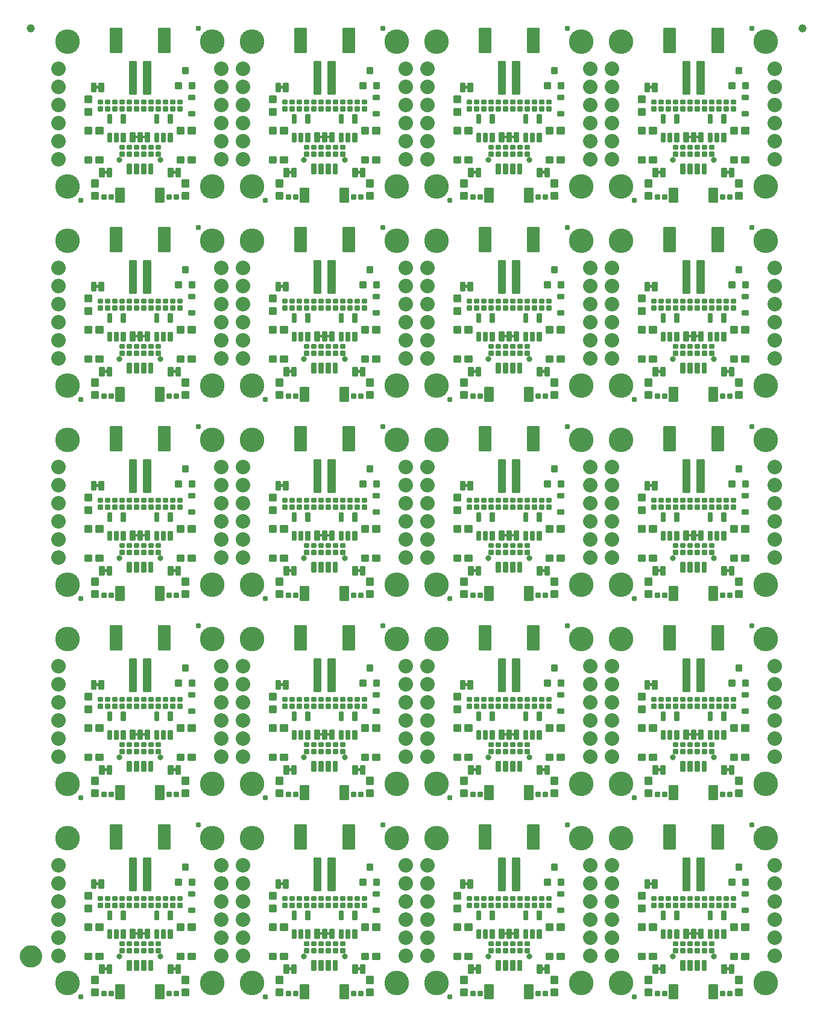
<source format=gts>
G04 EAGLE Gerber RS-274X export*
G75*
%MOMM*%
%FSLAX34Y34*%
%LPD*%
%INSoldermask Top*%
%IPPOS*%
%AMOC8*
5,1,8,0,0,1.08239X$1,22.5*%
G01*
%ADD10C,3.454400*%
%ADD11C,0.802400*%
%ADD12C,2.032000*%
%ADD13C,0.253525*%
%ADD14C,0.245334*%
%ADD15C,0.243431*%
%ADD16C,0.255816*%
%ADD17C,0.252862*%
%ADD18C,0.449434*%
%ADD19C,0.251966*%
%ADD20C,0.257147*%
%ADD21C,0.250366*%
%ADD22C,0.252575*%
%ADD23C,0.787400*%
%ADD24C,1.152400*%
%ADD25C,1.270000*%
%ADD26C,1.652400*%

G36*
X382970Y931557D02*
X382970Y931557D01*
X383036Y931559D01*
X383079Y931577D01*
X383126Y931585D01*
X383183Y931619D01*
X383243Y931644D01*
X383278Y931675D01*
X383319Y931700D01*
X383361Y931751D01*
X383409Y931795D01*
X383431Y931837D01*
X383460Y931874D01*
X383481Y931936D01*
X383512Y931995D01*
X383520Y932049D01*
X383532Y932086D01*
X383531Y932126D01*
X383539Y932180D01*
X383539Y934720D01*
X383528Y934785D01*
X383526Y934851D01*
X383508Y934894D01*
X383500Y934941D01*
X383466Y934998D01*
X383441Y935058D01*
X383410Y935093D01*
X383385Y935134D01*
X383334Y935176D01*
X383290Y935224D01*
X383248Y935246D01*
X383211Y935275D01*
X383149Y935296D01*
X383090Y935327D01*
X383036Y935335D01*
X382999Y935347D01*
X382959Y935346D01*
X382905Y935354D01*
X379095Y935354D01*
X379030Y935343D01*
X378964Y935341D01*
X378921Y935323D01*
X378874Y935315D01*
X378817Y935281D01*
X378757Y935256D01*
X378722Y935225D01*
X378681Y935200D01*
X378640Y935149D01*
X378591Y935105D01*
X378569Y935063D01*
X378540Y935026D01*
X378519Y934964D01*
X378488Y934905D01*
X378480Y934851D01*
X378468Y934814D01*
X378468Y934811D01*
X378469Y934774D01*
X378461Y934720D01*
X378461Y932180D01*
X378472Y932115D01*
X378474Y932049D01*
X378492Y932006D01*
X378500Y931959D01*
X378534Y931902D01*
X378559Y931842D01*
X378590Y931807D01*
X378615Y931766D01*
X378666Y931725D01*
X378710Y931676D01*
X378752Y931654D01*
X378789Y931625D01*
X378851Y931604D01*
X378910Y931573D01*
X378964Y931565D01*
X379001Y931553D01*
X379041Y931554D01*
X379095Y931546D01*
X382905Y931546D01*
X382970Y931557D01*
G37*
G36*
X587440Y722007D02*
X587440Y722007D01*
X587506Y722009D01*
X587549Y722027D01*
X587596Y722035D01*
X587653Y722069D01*
X587713Y722094D01*
X587748Y722125D01*
X587789Y722150D01*
X587831Y722201D01*
X587879Y722245D01*
X587901Y722287D01*
X587930Y722324D01*
X587951Y722386D01*
X587982Y722445D01*
X587990Y722499D01*
X588002Y722536D01*
X588001Y722576D01*
X588009Y722630D01*
X588009Y725170D01*
X587998Y725235D01*
X587996Y725301D01*
X587978Y725344D01*
X587970Y725391D01*
X587936Y725448D01*
X587911Y725508D01*
X587880Y725543D01*
X587855Y725584D01*
X587804Y725626D01*
X587760Y725674D01*
X587718Y725696D01*
X587681Y725725D01*
X587619Y725746D01*
X587560Y725777D01*
X587506Y725785D01*
X587469Y725797D01*
X587429Y725796D01*
X587375Y725804D01*
X583565Y725804D01*
X583500Y725793D01*
X583434Y725791D01*
X583391Y725773D01*
X583344Y725765D01*
X583287Y725731D01*
X583227Y725706D01*
X583192Y725675D01*
X583151Y725650D01*
X583110Y725599D01*
X583061Y725555D01*
X583039Y725513D01*
X583010Y725476D01*
X582989Y725414D01*
X582958Y725355D01*
X582950Y725301D01*
X582938Y725264D01*
X582938Y725261D01*
X582939Y725224D01*
X582931Y725170D01*
X582931Y722630D01*
X582942Y722565D01*
X582944Y722499D01*
X582962Y722456D01*
X582970Y722409D01*
X583004Y722352D01*
X583029Y722292D01*
X583060Y722257D01*
X583085Y722216D01*
X583136Y722175D01*
X583180Y722126D01*
X583222Y722104D01*
X583259Y722075D01*
X583321Y722054D01*
X583380Y722023D01*
X583434Y722015D01*
X583471Y722003D01*
X583511Y722004D01*
X583565Y721996D01*
X587375Y721996D01*
X587440Y722007D01*
G37*
G36*
X328360Y722007D02*
X328360Y722007D01*
X328426Y722009D01*
X328469Y722027D01*
X328516Y722035D01*
X328573Y722069D01*
X328633Y722094D01*
X328668Y722125D01*
X328709Y722150D01*
X328751Y722201D01*
X328799Y722245D01*
X328821Y722287D01*
X328850Y722324D01*
X328871Y722386D01*
X328902Y722445D01*
X328910Y722499D01*
X328922Y722536D01*
X328921Y722576D01*
X328929Y722630D01*
X328929Y725170D01*
X328918Y725235D01*
X328916Y725301D01*
X328898Y725344D01*
X328890Y725391D01*
X328856Y725448D01*
X328831Y725508D01*
X328800Y725543D01*
X328775Y725584D01*
X328724Y725626D01*
X328680Y725674D01*
X328638Y725696D01*
X328601Y725725D01*
X328539Y725746D01*
X328480Y725777D01*
X328426Y725785D01*
X328389Y725797D01*
X328349Y725796D01*
X328295Y725804D01*
X324485Y725804D01*
X324420Y725793D01*
X324354Y725791D01*
X324311Y725773D01*
X324264Y725765D01*
X324207Y725731D01*
X324147Y725706D01*
X324112Y725675D01*
X324071Y725650D01*
X324030Y725599D01*
X323981Y725555D01*
X323959Y725513D01*
X323930Y725476D01*
X323909Y725414D01*
X323878Y725355D01*
X323870Y725301D01*
X323858Y725264D01*
X323858Y725261D01*
X323859Y725224D01*
X323851Y725170D01*
X323851Y722630D01*
X323862Y722565D01*
X323864Y722499D01*
X323882Y722456D01*
X323890Y722409D01*
X323924Y722352D01*
X323949Y722292D01*
X323980Y722257D01*
X324005Y722216D01*
X324056Y722175D01*
X324100Y722126D01*
X324142Y722104D01*
X324179Y722075D01*
X324241Y722054D01*
X324300Y722023D01*
X324354Y722015D01*
X324391Y722003D01*
X324431Y722004D01*
X324485Y721996D01*
X328295Y721996D01*
X328360Y722007D01*
G37*
G36*
X901130Y931557D02*
X901130Y931557D01*
X901196Y931559D01*
X901239Y931577D01*
X901286Y931585D01*
X901343Y931619D01*
X901403Y931644D01*
X901438Y931675D01*
X901479Y931700D01*
X901521Y931751D01*
X901569Y931795D01*
X901591Y931837D01*
X901620Y931874D01*
X901641Y931936D01*
X901672Y931995D01*
X901680Y932049D01*
X901692Y932086D01*
X901691Y932126D01*
X901699Y932180D01*
X901699Y934720D01*
X901688Y934785D01*
X901686Y934851D01*
X901668Y934894D01*
X901660Y934941D01*
X901626Y934998D01*
X901601Y935058D01*
X901570Y935093D01*
X901545Y935134D01*
X901494Y935176D01*
X901450Y935224D01*
X901408Y935246D01*
X901371Y935275D01*
X901309Y935296D01*
X901250Y935327D01*
X901196Y935335D01*
X901159Y935347D01*
X901119Y935346D01*
X901065Y935354D01*
X897255Y935354D01*
X897190Y935343D01*
X897124Y935341D01*
X897081Y935323D01*
X897034Y935315D01*
X896977Y935281D01*
X896917Y935256D01*
X896882Y935225D01*
X896841Y935200D01*
X896800Y935149D01*
X896751Y935105D01*
X896729Y935063D01*
X896700Y935026D01*
X896679Y934964D01*
X896648Y934905D01*
X896640Y934851D01*
X896628Y934814D01*
X896628Y934811D01*
X896629Y934774D01*
X896621Y934720D01*
X896621Y932180D01*
X896632Y932115D01*
X896634Y932049D01*
X896652Y932006D01*
X896660Y931959D01*
X896694Y931902D01*
X896719Y931842D01*
X896750Y931807D01*
X896775Y931766D01*
X896826Y931725D01*
X896870Y931676D01*
X896912Y931654D01*
X896949Y931625D01*
X897011Y931604D01*
X897070Y931573D01*
X897124Y931565D01*
X897161Y931553D01*
X897201Y931554D01*
X897255Y931546D01*
X901065Y931546D01*
X901130Y931557D01*
G37*
G36*
X911290Y931557D02*
X911290Y931557D01*
X911356Y931559D01*
X911399Y931577D01*
X911446Y931585D01*
X911503Y931619D01*
X911563Y931644D01*
X911598Y931675D01*
X911639Y931700D01*
X911681Y931751D01*
X911729Y931795D01*
X911751Y931837D01*
X911780Y931874D01*
X911801Y931936D01*
X911832Y931995D01*
X911840Y932049D01*
X911852Y932086D01*
X911851Y932126D01*
X911859Y932180D01*
X911859Y934720D01*
X911848Y934785D01*
X911846Y934851D01*
X911828Y934894D01*
X911820Y934941D01*
X911786Y934998D01*
X911761Y935058D01*
X911730Y935093D01*
X911705Y935134D01*
X911654Y935176D01*
X911610Y935224D01*
X911568Y935246D01*
X911531Y935275D01*
X911469Y935296D01*
X911410Y935327D01*
X911356Y935335D01*
X911319Y935347D01*
X911279Y935346D01*
X911225Y935354D01*
X907415Y935354D01*
X907350Y935343D01*
X907284Y935341D01*
X907241Y935323D01*
X907194Y935315D01*
X907137Y935281D01*
X907077Y935256D01*
X907042Y935225D01*
X907001Y935200D01*
X906960Y935149D01*
X906911Y935105D01*
X906889Y935063D01*
X906860Y935026D01*
X906839Y934964D01*
X906808Y934905D01*
X906800Y934851D01*
X906788Y934814D01*
X906788Y934811D01*
X906789Y934774D01*
X906781Y934720D01*
X906781Y932180D01*
X906792Y932115D01*
X906794Y932049D01*
X906812Y932006D01*
X906820Y931959D01*
X906854Y931902D01*
X906879Y931842D01*
X906910Y931807D01*
X906935Y931766D01*
X906986Y931725D01*
X907030Y931676D01*
X907072Y931654D01*
X907109Y931625D01*
X907171Y931604D01*
X907230Y931573D01*
X907284Y931565D01*
X907321Y931553D01*
X907361Y931554D01*
X907415Y931546D01*
X911225Y931546D01*
X911290Y931557D01*
G37*
G36*
X393130Y931557D02*
X393130Y931557D01*
X393196Y931559D01*
X393239Y931577D01*
X393286Y931585D01*
X393343Y931619D01*
X393403Y931644D01*
X393438Y931675D01*
X393479Y931700D01*
X393521Y931751D01*
X393569Y931795D01*
X393591Y931837D01*
X393620Y931874D01*
X393641Y931936D01*
X393672Y931995D01*
X393680Y932049D01*
X393692Y932086D01*
X393691Y932126D01*
X393699Y932180D01*
X393699Y934720D01*
X393688Y934785D01*
X393686Y934851D01*
X393668Y934894D01*
X393660Y934941D01*
X393626Y934998D01*
X393601Y935058D01*
X393570Y935093D01*
X393545Y935134D01*
X393494Y935176D01*
X393450Y935224D01*
X393408Y935246D01*
X393371Y935275D01*
X393309Y935296D01*
X393250Y935327D01*
X393196Y935335D01*
X393159Y935347D01*
X393119Y935346D01*
X393065Y935354D01*
X389255Y935354D01*
X389190Y935343D01*
X389124Y935341D01*
X389081Y935323D01*
X389034Y935315D01*
X388977Y935281D01*
X388917Y935256D01*
X388882Y935225D01*
X388841Y935200D01*
X388800Y935149D01*
X388751Y935105D01*
X388729Y935063D01*
X388700Y935026D01*
X388679Y934964D01*
X388648Y934905D01*
X388640Y934851D01*
X388628Y934814D01*
X388628Y934811D01*
X388629Y934774D01*
X388621Y934720D01*
X388621Y932180D01*
X388632Y932115D01*
X388634Y932049D01*
X388652Y932006D01*
X388660Y931959D01*
X388694Y931902D01*
X388719Y931842D01*
X388750Y931807D01*
X388775Y931766D01*
X388826Y931725D01*
X388870Y931676D01*
X388912Y931654D01*
X388949Y931625D01*
X389011Y931604D01*
X389070Y931573D01*
X389124Y931565D01*
X389161Y931553D01*
X389201Y931554D01*
X389255Y931546D01*
X393065Y931546D01*
X393130Y931557D01*
G37*
G36*
X134050Y931557D02*
X134050Y931557D01*
X134116Y931559D01*
X134159Y931577D01*
X134206Y931585D01*
X134263Y931619D01*
X134323Y931644D01*
X134358Y931675D01*
X134399Y931700D01*
X134441Y931751D01*
X134489Y931795D01*
X134511Y931837D01*
X134540Y931874D01*
X134561Y931936D01*
X134592Y931995D01*
X134600Y932049D01*
X134612Y932086D01*
X134611Y932126D01*
X134619Y932180D01*
X134619Y934720D01*
X134608Y934785D01*
X134606Y934851D01*
X134588Y934894D01*
X134580Y934941D01*
X134546Y934998D01*
X134521Y935058D01*
X134490Y935093D01*
X134465Y935134D01*
X134414Y935176D01*
X134370Y935224D01*
X134328Y935246D01*
X134291Y935275D01*
X134229Y935296D01*
X134170Y935327D01*
X134116Y935335D01*
X134079Y935347D01*
X134039Y935346D01*
X133985Y935354D01*
X130175Y935354D01*
X130110Y935343D01*
X130044Y935341D01*
X130001Y935323D01*
X129954Y935315D01*
X129897Y935281D01*
X129837Y935256D01*
X129802Y935225D01*
X129761Y935200D01*
X129720Y935149D01*
X129671Y935105D01*
X129649Y935063D01*
X129620Y935026D01*
X129599Y934964D01*
X129568Y934905D01*
X129560Y934851D01*
X129548Y934814D01*
X129548Y934811D01*
X129549Y934774D01*
X129541Y934720D01*
X129541Y932180D01*
X129552Y932115D01*
X129554Y932049D01*
X129572Y932006D01*
X129580Y931959D01*
X129614Y931902D01*
X129639Y931842D01*
X129670Y931807D01*
X129695Y931766D01*
X129746Y931725D01*
X129790Y931676D01*
X129832Y931654D01*
X129869Y931625D01*
X129931Y931604D01*
X129990Y931573D01*
X130044Y931565D01*
X130081Y931553D01*
X130121Y931554D01*
X130175Y931546D01*
X133985Y931546D01*
X134050Y931557D01*
G37*
G36*
X652210Y931557D02*
X652210Y931557D01*
X652276Y931559D01*
X652319Y931577D01*
X652366Y931585D01*
X652423Y931619D01*
X652483Y931644D01*
X652518Y931675D01*
X652559Y931700D01*
X652601Y931751D01*
X652649Y931795D01*
X652671Y931837D01*
X652700Y931874D01*
X652721Y931936D01*
X652752Y931995D01*
X652760Y932049D01*
X652772Y932086D01*
X652771Y932126D01*
X652779Y932180D01*
X652779Y934720D01*
X652768Y934785D01*
X652766Y934851D01*
X652748Y934894D01*
X652740Y934941D01*
X652706Y934998D01*
X652681Y935058D01*
X652650Y935093D01*
X652625Y935134D01*
X652574Y935176D01*
X652530Y935224D01*
X652488Y935246D01*
X652451Y935275D01*
X652389Y935296D01*
X652330Y935327D01*
X652276Y935335D01*
X652239Y935347D01*
X652199Y935346D01*
X652145Y935354D01*
X648335Y935354D01*
X648270Y935343D01*
X648204Y935341D01*
X648161Y935323D01*
X648114Y935315D01*
X648057Y935281D01*
X647997Y935256D01*
X647962Y935225D01*
X647921Y935200D01*
X647880Y935149D01*
X647831Y935105D01*
X647809Y935063D01*
X647780Y935026D01*
X647759Y934964D01*
X647728Y934905D01*
X647720Y934851D01*
X647708Y934814D01*
X647708Y934811D01*
X647709Y934774D01*
X647701Y934720D01*
X647701Y932180D01*
X647712Y932115D01*
X647714Y932049D01*
X647732Y932006D01*
X647740Y931959D01*
X647774Y931902D01*
X647799Y931842D01*
X647830Y931807D01*
X647855Y931766D01*
X647906Y931725D01*
X647950Y931676D01*
X647992Y931654D01*
X648029Y931625D01*
X648091Y931604D01*
X648150Y931573D01*
X648204Y931565D01*
X648241Y931553D01*
X648281Y931554D01*
X648335Y931546D01*
X652145Y931546D01*
X652210Y931557D01*
G37*
G36*
X642050Y931557D02*
X642050Y931557D01*
X642116Y931559D01*
X642159Y931577D01*
X642206Y931585D01*
X642263Y931619D01*
X642323Y931644D01*
X642358Y931675D01*
X642399Y931700D01*
X642441Y931751D01*
X642489Y931795D01*
X642511Y931837D01*
X642540Y931874D01*
X642561Y931936D01*
X642592Y931995D01*
X642600Y932049D01*
X642612Y932086D01*
X642611Y932126D01*
X642619Y932180D01*
X642619Y934720D01*
X642608Y934785D01*
X642606Y934851D01*
X642588Y934894D01*
X642580Y934941D01*
X642546Y934998D01*
X642521Y935058D01*
X642490Y935093D01*
X642465Y935134D01*
X642414Y935176D01*
X642370Y935224D01*
X642328Y935246D01*
X642291Y935275D01*
X642229Y935296D01*
X642170Y935327D01*
X642116Y935335D01*
X642079Y935347D01*
X642039Y935346D01*
X641985Y935354D01*
X638175Y935354D01*
X638110Y935343D01*
X638044Y935341D01*
X638001Y935323D01*
X637954Y935315D01*
X637897Y935281D01*
X637837Y935256D01*
X637802Y935225D01*
X637761Y935200D01*
X637720Y935149D01*
X637671Y935105D01*
X637649Y935063D01*
X637620Y935026D01*
X637599Y934964D01*
X637568Y934905D01*
X637560Y934851D01*
X637548Y934814D01*
X637548Y934811D01*
X637549Y934774D01*
X637541Y934720D01*
X637541Y932180D01*
X637552Y932115D01*
X637554Y932049D01*
X637572Y932006D01*
X637580Y931959D01*
X637614Y931902D01*
X637639Y931842D01*
X637670Y931807D01*
X637695Y931766D01*
X637746Y931725D01*
X637790Y931676D01*
X637832Y931654D01*
X637869Y931625D01*
X637931Y931604D01*
X637990Y931573D01*
X638044Y931565D01*
X638081Y931553D01*
X638121Y931554D01*
X638175Y931546D01*
X641985Y931546D01*
X642050Y931557D01*
G37*
G36*
X123890Y931557D02*
X123890Y931557D01*
X123956Y931559D01*
X123999Y931577D01*
X124046Y931585D01*
X124103Y931619D01*
X124163Y931644D01*
X124198Y931675D01*
X124239Y931700D01*
X124281Y931751D01*
X124329Y931795D01*
X124351Y931837D01*
X124380Y931874D01*
X124401Y931936D01*
X124432Y931995D01*
X124440Y932049D01*
X124452Y932086D01*
X124451Y932126D01*
X124459Y932180D01*
X124459Y934720D01*
X124448Y934785D01*
X124446Y934851D01*
X124428Y934894D01*
X124420Y934941D01*
X124386Y934998D01*
X124361Y935058D01*
X124330Y935093D01*
X124305Y935134D01*
X124254Y935176D01*
X124210Y935224D01*
X124168Y935246D01*
X124131Y935275D01*
X124069Y935296D01*
X124010Y935327D01*
X123956Y935335D01*
X123919Y935347D01*
X123879Y935346D01*
X123825Y935354D01*
X120015Y935354D01*
X119950Y935343D01*
X119884Y935341D01*
X119841Y935323D01*
X119794Y935315D01*
X119737Y935281D01*
X119677Y935256D01*
X119642Y935225D01*
X119601Y935200D01*
X119560Y935149D01*
X119511Y935105D01*
X119489Y935063D01*
X119460Y935026D01*
X119439Y934964D01*
X119408Y934905D01*
X119400Y934851D01*
X119388Y934814D01*
X119388Y934811D01*
X119389Y934774D01*
X119381Y934720D01*
X119381Y932180D01*
X119392Y932115D01*
X119394Y932049D01*
X119412Y932006D01*
X119420Y931959D01*
X119454Y931902D01*
X119479Y931842D01*
X119510Y931807D01*
X119535Y931766D01*
X119586Y931725D01*
X119630Y931676D01*
X119672Y931654D01*
X119709Y931625D01*
X119771Y931604D01*
X119830Y931573D01*
X119884Y931565D01*
X119921Y931553D01*
X119961Y931554D01*
X120015Y931546D01*
X123825Y931546D01*
X123890Y931557D01*
G37*
G36*
X69280Y722007D02*
X69280Y722007D01*
X69346Y722009D01*
X69389Y722027D01*
X69436Y722035D01*
X69493Y722069D01*
X69553Y722094D01*
X69588Y722125D01*
X69629Y722150D01*
X69671Y722201D01*
X69719Y722245D01*
X69741Y722287D01*
X69770Y722324D01*
X69791Y722386D01*
X69822Y722445D01*
X69830Y722499D01*
X69842Y722536D01*
X69841Y722576D01*
X69849Y722630D01*
X69849Y725170D01*
X69838Y725235D01*
X69836Y725301D01*
X69818Y725344D01*
X69810Y725391D01*
X69776Y725448D01*
X69751Y725508D01*
X69720Y725543D01*
X69695Y725584D01*
X69644Y725626D01*
X69600Y725674D01*
X69558Y725696D01*
X69521Y725725D01*
X69459Y725746D01*
X69400Y725777D01*
X69346Y725785D01*
X69309Y725797D01*
X69269Y725796D01*
X69215Y725804D01*
X65405Y725804D01*
X65340Y725793D01*
X65274Y725791D01*
X65231Y725773D01*
X65184Y725765D01*
X65127Y725731D01*
X65067Y725706D01*
X65032Y725675D01*
X64991Y725650D01*
X64950Y725599D01*
X64901Y725555D01*
X64879Y725513D01*
X64850Y725476D01*
X64829Y725414D01*
X64798Y725355D01*
X64790Y725301D01*
X64778Y725264D01*
X64778Y725261D01*
X64779Y725224D01*
X64771Y725170D01*
X64771Y722630D01*
X64782Y722565D01*
X64784Y722499D01*
X64802Y722456D01*
X64810Y722409D01*
X64844Y722352D01*
X64869Y722292D01*
X64900Y722257D01*
X64925Y722216D01*
X64976Y722175D01*
X65020Y722126D01*
X65062Y722104D01*
X65099Y722075D01*
X65161Y722054D01*
X65220Y722023D01*
X65274Y722015D01*
X65311Y722003D01*
X65351Y722004D01*
X65405Y721996D01*
X69215Y721996D01*
X69280Y722007D01*
G37*
G36*
X846520Y722007D02*
X846520Y722007D01*
X846586Y722009D01*
X846629Y722027D01*
X846676Y722035D01*
X846733Y722069D01*
X846793Y722094D01*
X846828Y722125D01*
X846869Y722150D01*
X846911Y722201D01*
X846959Y722245D01*
X846981Y722287D01*
X847010Y722324D01*
X847031Y722386D01*
X847062Y722445D01*
X847070Y722499D01*
X847082Y722536D01*
X847081Y722576D01*
X847089Y722630D01*
X847089Y725170D01*
X847078Y725235D01*
X847076Y725301D01*
X847058Y725344D01*
X847050Y725391D01*
X847016Y725448D01*
X846991Y725508D01*
X846960Y725543D01*
X846935Y725584D01*
X846884Y725626D01*
X846840Y725674D01*
X846798Y725696D01*
X846761Y725725D01*
X846699Y725746D01*
X846640Y725777D01*
X846586Y725785D01*
X846549Y725797D01*
X846509Y725796D01*
X846455Y725804D01*
X842645Y725804D01*
X842580Y725793D01*
X842514Y725791D01*
X842471Y725773D01*
X842424Y725765D01*
X842367Y725731D01*
X842307Y725706D01*
X842272Y725675D01*
X842231Y725650D01*
X842190Y725599D01*
X842141Y725555D01*
X842119Y725513D01*
X842090Y725476D01*
X842069Y725414D01*
X842038Y725355D01*
X842030Y725301D01*
X842018Y725264D01*
X842018Y725261D01*
X842019Y725224D01*
X842011Y725170D01*
X842011Y722630D01*
X842022Y722565D01*
X842024Y722499D01*
X842042Y722456D01*
X842050Y722409D01*
X842084Y722352D01*
X842109Y722292D01*
X842140Y722257D01*
X842165Y722216D01*
X842216Y722175D01*
X842260Y722126D01*
X842302Y722104D01*
X842339Y722075D01*
X842401Y722054D01*
X842460Y722023D01*
X842514Y722015D01*
X842551Y722003D01*
X842591Y722004D01*
X842645Y721996D01*
X846455Y721996D01*
X846520Y722007D01*
G37*
G36*
X134050Y372757D02*
X134050Y372757D01*
X134116Y372759D01*
X134159Y372777D01*
X134206Y372785D01*
X134263Y372819D01*
X134323Y372844D01*
X134358Y372875D01*
X134399Y372900D01*
X134441Y372951D01*
X134489Y372995D01*
X134511Y373037D01*
X134540Y373074D01*
X134561Y373136D01*
X134592Y373195D01*
X134600Y373249D01*
X134612Y373286D01*
X134611Y373326D01*
X134619Y373380D01*
X134619Y375920D01*
X134608Y375985D01*
X134606Y376051D01*
X134588Y376094D01*
X134580Y376141D01*
X134546Y376198D01*
X134521Y376258D01*
X134490Y376293D01*
X134465Y376334D01*
X134414Y376376D01*
X134370Y376424D01*
X134328Y376446D01*
X134291Y376475D01*
X134229Y376496D01*
X134170Y376527D01*
X134116Y376535D01*
X134079Y376547D01*
X134039Y376546D01*
X133985Y376554D01*
X130175Y376554D01*
X130110Y376543D01*
X130044Y376541D01*
X130001Y376523D01*
X129954Y376515D01*
X129897Y376481D01*
X129837Y376456D01*
X129802Y376425D01*
X129761Y376400D01*
X129720Y376349D01*
X129671Y376305D01*
X129649Y376263D01*
X129620Y376226D01*
X129599Y376164D01*
X129568Y376105D01*
X129560Y376051D01*
X129548Y376014D01*
X129548Y376011D01*
X129549Y375974D01*
X129541Y375920D01*
X129541Y373380D01*
X129552Y373315D01*
X129554Y373249D01*
X129572Y373206D01*
X129580Y373159D01*
X129614Y373102D01*
X129639Y373042D01*
X129670Y373007D01*
X129695Y372966D01*
X129746Y372925D01*
X129790Y372876D01*
X129832Y372854D01*
X129869Y372825D01*
X129931Y372804D01*
X129990Y372773D01*
X130044Y372765D01*
X130081Y372753D01*
X130121Y372754D01*
X130175Y372746D01*
X133985Y372746D01*
X134050Y372757D01*
G37*
G36*
X652210Y372757D02*
X652210Y372757D01*
X652276Y372759D01*
X652319Y372777D01*
X652366Y372785D01*
X652423Y372819D01*
X652483Y372844D01*
X652518Y372875D01*
X652559Y372900D01*
X652601Y372951D01*
X652649Y372995D01*
X652671Y373037D01*
X652700Y373074D01*
X652721Y373136D01*
X652752Y373195D01*
X652760Y373249D01*
X652772Y373286D01*
X652771Y373326D01*
X652779Y373380D01*
X652779Y375920D01*
X652768Y375985D01*
X652766Y376051D01*
X652748Y376094D01*
X652740Y376141D01*
X652706Y376198D01*
X652681Y376258D01*
X652650Y376293D01*
X652625Y376334D01*
X652574Y376376D01*
X652530Y376424D01*
X652488Y376446D01*
X652451Y376475D01*
X652389Y376496D01*
X652330Y376527D01*
X652276Y376535D01*
X652239Y376547D01*
X652199Y376546D01*
X652145Y376554D01*
X648335Y376554D01*
X648270Y376543D01*
X648204Y376541D01*
X648161Y376523D01*
X648114Y376515D01*
X648057Y376481D01*
X647997Y376456D01*
X647962Y376425D01*
X647921Y376400D01*
X647880Y376349D01*
X647831Y376305D01*
X647809Y376263D01*
X647780Y376226D01*
X647759Y376164D01*
X647728Y376105D01*
X647720Y376051D01*
X647708Y376014D01*
X647708Y376011D01*
X647709Y375974D01*
X647701Y375920D01*
X647701Y373380D01*
X647712Y373315D01*
X647714Y373249D01*
X647732Y373206D01*
X647740Y373159D01*
X647774Y373102D01*
X647799Y373042D01*
X647830Y373007D01*
X647855Y372966D01*
X647906Y372925D01*
X647950Y372876D01*
X647992Y372854D01*
X648029Y372825D01*
X648091Y372804D01*
X648150Y372773D01*
X648204Y372765D01*
X648241Y372753D01*
X648281Y372754D01*
X648335Y372746D01*
X652145Y372746D01*
X652210Y372757D01*
G37*
G36*
X911290Y372757D02*
X911290Y372757D01*
X911356Y372759D01*
X911399Y372777D01*
X911446Y372785D01*
X911503Y372819D01*
X911563Y372844D01*
X911598Y372875D01*
X911639Y372900D01*
X911681Y372951D01*
X911729Y372995D01*
X911751Y373037D01*
X911780Y373074D01*
X911801Y373136D01*
X911832Y373195D01*
X911840Y373249D01*
X911852Y373286D01*
X911851Y373326D01*
X911859Y373380D01*
X911859Y375920D01*
X911848Y375985D01*
X911846Y376051D01*
X911828Y376094D01*
X911820Y376141D01*
X911786Y376198D01*
X911761Y376258D01*
X911730Y376293D01*
X911705Y376334D01*
X911654Y376376D01*
X911610Y376424D01*
X911568Y376446D01*
X911531Y376475D01*
X911469Y376496D01*
X911410Y376527D01*
X911356Y376535D01*
X911319Y376547D01*
X911279Y376546D01*
X911225Y376554D01*
X907415Y376554D01*
X907350Y376543D01*
X907284Y376541D01*
X907241Y376523D01*
X907194Y376515D01*
X907137Y376481D01*
X907077Y376456D01*
X907042Y376425D01*
X907001Y376400D01*
X906960Y376349D01*
X906911Y376305D01*
X906889Y376263D01*
X906860Y376226D01*
X906839Y376164D01*
X906808Y376105D01*
X906800Y376051D01*
X906788Y376014D01*
X906788Y376011D01*
X906789Y375974D01*
X906781Y375920D01*
X906781Y373380D01*
X906792Y373315D01*
X906794Y373249D01*
X906812Y373206D01*
X906820Y373159D01*
X906854Y373102D01*
X906879Y373042D01*
X906910Y373007D01*
X906935Y372966D01*
X906986Y372925D01*
X907030Y372876D01*
X907072Y372854D01*
X907109Y372825D01*
X907171Y372804D01*
X907230Y372773D01*
X907284Y372765D01*
X907321Y372753D01*
X907361Y372754D01*
X907415Y372746D01*
X911225Y372746D01*
X911290Y372757D01*
G37*
G36*
X382970Y372757D02*
X382970Y372757D01*
X383036Y372759D01*
X383079Y372777D01*
X383126Y372785D01*
X383183Y372819D01*
X383243Y372844D01*
X383278Y372875D01*
X383319Y372900D01*
X383361Y372951D01*
X383409Y372995D01*
X383431Y373037D01*
X383460Y373074D01*
X383481Y373136D01*
X383512Y373195D01*
X383520Y373249D01*
X383532Y373286D01*
X383531Y373326D01*
X383539Y373380D01*
X383539Y375920D01*
X383528Y375985D01*
X383526Y376051D01*
X383508Y376094D01*
X383500Y376141D01*
X383466Y376198D01*
X383441Y376258D01*
X383410Y376293D01*
X383385Y376334D01*
X383334Y376376D01*
X383290Y376424D01*
X383248Y376446D01*
X383211Y376475D01*
X383149Y376496D01*
X383090Y376527D01*
X383036Y376535D01*
X382999Y376547D01*
X382959Y376546D01*
X382905Y376554D01*
X379095Y376554D01*
X379030Y376543D01*
X378964Y376541D01*
X378921Y376523D01*
X378874Y376515D01*
X378817Y376481D01*
X378757Y376456D01*
X378722Y376425D01*
X378681Y376400D01*
X378640Y376349D01*
X378591Y376305D01*
X378569Y376263D01*
X378540Y376226D01*
X378519Y376164D01*
X378488Y376105D01*
X378480Y376051D01*
X378468Y376014D01*
X378468Y376011D01*
X378469Y375974D01*
X378461Y375920D01*
X378461Y373380D01*
X378472Y373315D01*
X378474Y373249D01*
X378492Y373206D01*
X378500Y373159D01*
X378534Y373102D01*
X378559Y373042D01*
X378590Y373007D01*
X378615Y372966D01*
X378666Y372925D01*
X378710Y372876D01*
X378752Y372854D01*
X378789Y372825D01*
X378851Y372804D01*
X378910Y372773D01*
X378964Y372765D01*
X379001Y372753D01*
X379041Y372754D01*
X379095Y372746D01*
X382905Y372746D01*
X382970Y372757D01*
G37*
G36*
X901130Y372757D02*
X901130Y372757D01*
X901196Y372759D01*
X901239Y372777D01*
X901286Y372785D01*
X901343Y372819D01*
X901403Y372844D01*
X901438Y372875D01*
X901479Y372900D01*
X901521Y372951D01*
X901569Y372995D01*
X901591Y373037D01*
X901620Y373074D01*
X901641Y373136D01*
X901672Y373195D01*
X901680Y373249D01*
X901692Y373286D01*
X901691Y373326D01*
X901699Y373380D01*
X901699Y375920D01*
X901688Y375985D01*
X901686Y376051D01*
X901668Y376094D01*
X901660Y376141D01*
X901626Y376198D01*
X901601Y376258D01*
X901570Y376293D01*
X901545Y376334D01*
X901494Y376376D01*
X901450Y376424D01*
X901408Y376446D01*
X901371Y376475D01*
X901309Y376496D01*
X901250Y376527D01*
X901196Y376535D01*
X901159Y376547D01*
X901119Y376546D01*
X901065Y376554D01*
X897255Y376554D01*
X897190Y376543D01*
X897124Y376541D01*
X897081Y376523D01*
X897034Y376515D01*
X896977Y376481D01*
X896917Y376456D01*
X896882Y376425D01*
X896841Y376400D01*
X896800Y376349D01*
X896751Y376305D01*
X896729Y376263D01*
X896700Y376226D01*
X896679Y376164D01*
X896648Y376105D01*
X896640Y376051D01*
X896628Y376014D01*
X896628Y376011D01*
X896629Y375974D01*
X896621Y375920D01*
X896621Y373380D01*
X896632Y373315D01*
X896634Y373249D01*
X896652Y373206D01*
X896660Y373159D01*
X896694Y373102D01*
X896719Y373042D01*
X896750Y373007D01*
X896775Y372966D01*
X896826Y372925D01*
X896870Y372876D01*
X896912Y372854D01*
X896949Y372825D01*
X897011Y372804D01*
X897070Y372773D01*
X897124Y372765D01*
X897161Y372753D01*
X897201Y372754D01*
X897255Y372746D01*
X901065Y372746D01*
X901130Y372757D01*
G37*
G36*
X393130Y372757D02*
X393130Y372757D01*
X393196Y372759D01*
X393239Y372777D01*
X393286Y372785D01*
X393343Y372819D01*
X393403Y372844D01*
X393438Y372875D01*
X393479Y372900D01*
X393521Y372951D01*
X393569Y372995D01*
X393591Y373037D01*
X393620Y373074D01*
X393641Y373136D01*
X393672Y373195D01*
X393680Y373249D01*
X393692Y373286D01*
X393691Y373326D01*
X393699Y373380D01*
X393699Y375920D01*
X393688Y375985D01*
X393686Y376051D01*
X393668Y376094D01*
X393660Y376141D01*
X393626Y376198D01*
X393601Y376258D01*
X393570Y376293D01*
X393545Y376334D01*
X393494Y376376D01*
X393450Y376424D01*
X393408Y376446D01*
X393371Y376475D01*
X393309Y376496D01*
X393250Y376527D01*
X393196Y376535D01*
X393159Y376547D01*
X393119Y376546D01*
X393065Y376554D01*
X389255Y376554D01*
X389190Y376543D01*
X389124Y376541D01*
X389081Y376523D01*
X389034Y376515D01*
X388977Y376481D01*
X388917Y376456D01*
X388882Y376425D01*
X388841Y376400D01*
X388800Y376349D01*
X388751Y376305D01*
X388729Y376263D01*
X388700Y376226D01*
X388679Y376164D01*
X388648Y376105D01*
X388640Y376051D01*
X388628Y376014D01*
X388628Y376011D01*
X388629Y375974D01*
X388621Y375920D01*
X388621Y373380D01*
X388632Y373315D01*
X388634Y373249D01*
X388652Y373206D01*
X388660Y373159D01*
X388694Y373102D01*
X388719Y373042D01*
X388750Y373007D01*
X388775Y372966D01*
X388826Y372925D01*
X388870Y372876D01*
X388912Y372854D01*
X388949Y372825D01*
X389011Y372804D01*
X389070Y372773D01*
X389124Y372765D01*
X389161Y372753D01*
X389201Y372754D01*
X389255Y372746D01*
X393065Y372746D01*
X393130Y372757D01*
G37*
G36*
X123890Y372757D02*
X123890Y372757D01*
X123956Y372759D01*
X123999Y372777D01*
X124046Y372785D01*
X124103Y372819D01*
X124163Y372844D01*
X124198Y372875D01*
X124239Y372900D01*
X124281Y372951D01*
X124329Y372995D01*
X124351Y373037D01*
X124380Y373074D01*
X124401Y373136D01*
X124432Y373195D01*
X124440Y373249D01*
X124452Y373286D01*
X124451Y373326D01*
X124459Y373380D01*
X124459Y375920D01*
X124448Y375985D01*
X124446Y376051D01*
X124428Y376094D01*
X124420Y376141D01*
X124386Y376198D01*
X124361Y376258D01*
X124330Y376293D01*
X124305Y376334D01*
X124254Y376376D01*
X124210Y376424D01*
X124168Y376446D01*
X124131Y376475D01*
X124069Y376496D01*
X124010Y376527D01*
X123956Y376535D01*
X123919Y376547D01*
X123879Y376546D01*
X123825Y376554D01*
X120015Y376554D01*
X119950Y376543D01*
X119884Y376541D01*
X119841Y376523D01*
X119794Y376515D01*
X119737Y376481D01*
X119677Y376456D01*
X119642Y376425D01*
X119601Y376400D01*
X119560Y376349D01*
X119511Y376305D01*
X119489Y376263D01*
X119460Y376226D01*
X119439Y376164D01*
X119408Y376105D01*
X119400Y376051D01*
X119388Y376014D01*
X119388Y376011D01*
X119389Y375974D01*
X119381Y375920D01*
X119381Y373380D01*
X119392Y373315D01*
X119394Y373249D01*
X119412Y373206D01*
X119420Y373159D01*
X119454Y373102D01*
X119479Y373042D01*
X119510Y373007D01*
X119535Y372966D01*
X119586Y372925D01*
X119630Y372876D01*
X119672Y372854D01*
X119709Y372825D01*
X119771Y372804D01*
X119830Y372773D01*
X119884Y372765D01*
X119921Y372753D01*
X119961Y372754D01*
X120015Y372746D01*
X123825Y372746D01*
X123890Y372757D01*
G37*
G36*
X642050Y372757D02*
X642050Y372757D01*
X642116Y372759D01*
X642159Y372777D01*
X642206Y372785D01*
X642263Y372819D01*
X642323Y372844D01*
X642358Y372875D01*
X642399Y372900D01*
X642441Y372951D01*
X642489Y372995D01*
X642511Y373037D01*
X642540Y373074D01*
X642561Y373136D01*
X642592Y373195D01*
X642600Y373249D01*
X642612Y373286D01*
X642611Y373326D01*
X642619Y373380D01*
X642619Y375920D01*
X642608Y375985D01*
X642606Y376051D01*
X642588Y376094D01*
X642580Y376141D01*
X642546Y376198D01*
X642521Y376258D01*
X642490Y376293D01*
X642465Y376334D01*
X642414Y376376D01*
X642370Y376424D01*
X642328Y376446D01*
X642291Y376475D01*
X642229Y376496D01*
X642170Y376527D01*
X642116Y376535D01*
X642079Y376547D01*
X642039Y376546D01*
X641985Y376554D01*
X638175Y376554D01*
X638110Y376543D01*
X638044Y376541D01*
X638001Y376523D01*
X637954Y376515D01*
X637897Y376481D01*
X637837Y376456D01*
X637802Y376425D01*
X637761Y376400D01*
X637720Y376349D01*
X637671Y376305D01*
X637649Y376263D01*
X637620Y376226D01*
X637599Y376164D01*
X637568Y376105D01*
X637560Y376051D01*
X637548Y376014D01*
X637548Y376011D01*
X637549Y375974D01*
X637541Y375920D01*
X637541Y373380D01*
X637552Y373315D01*
X637554Y373249D01*
X637572Y373206D01*
X637580Y373159D01*
X637614Y373102D01*
X637639Y373042D01*
X637670Y373007D01*
X637695Y372966D01*
X637746Y372925D01*
X637790Y372876D01*
X637832Y372854D01*
X637869Y372825D01*
X637931Y372804D01*
X637990Y372773D01*
X638044Y372765D01*
X638081Y372753D01*
X638121Y372754D01*
X638175Y372746D01*
X641985Y372746D01*
X642050Y372757D01*
G37*
G36*
X382970Y1210957D02*
X382970Y1210957D01*
X383036Y1210959D01*
X383079Y1210977D01*
X383126Y1210985D01*
X383183Y1211019D01*
X383243Y1211044D01*
X383278Y1211075D01*
X383319Y1211100D01*
X383361Y1211151D01*
X383409Y1211195D01*
X383431Y1211237D01*
X383460Y1211274D01*
X383481Y1211336D01*
X383512Y1211395D01*
X383520Y1211449D01*
X383532Y1211486D01*
X383531Y1211526D01*
X383539Y1211580D01*
X383539Y1214120D01*
X383528Y1214185D01*
X383526Y1214251D01*
X383508Y1214294D01*
X383500Y1214341D01*
X383466Y1214398D01*
X383441Y1214458D01*
X383410Y1214493D01*
X383385Y1214534D01*
X383334Y1214576D01*
X383290Y1214624D01*
X383248Y1214646D01*
X383211Y1214675D01*
X383149Y1214696D01*
X383090Y1214727D01*
X383036Y1214735D01*
X382999Y1214747D01*
X382959Y1214746D01*
X382905Y1214754D01*
X379095Y1214754D01*
X379030Y1214743D01*
X378964Y1214741D01*
X378921Y1214723D01*
X378874Y1214715D01*
X378817Y1214681D01*
X378757Y1214656D01*
X378722Y1214625D01*
X378681Y1214600D01*
X378640Y1214549D01*
X378591Y1214505D01*
X378569Y1214463D01*
X378540Y1214426D01*
X378519Y1214364D01*
X378488Y1214305D01*
X378480Y1214251D01*
X378468Y1214214D01*
X378468Y1214211D01*
X378469Y1214174D01*
X378461Y1214120D01*
X378461Y1211580D01*
X378472Y1211515D01*
X378474Y1211449D01*
X378492Y1211406D01*
X378500Y1211359D01*
X378534Y1211302D01*
X378559Y1211242D01*
X378590Y1211207D01*
X378615Y1211166D01*
X378666Y1211125D01*
X378710Y1211076D01*
X378752Y1211054D01*
X378789Y1211025D01*
X378851Y1211004D01*
X378910Y1210973D01*
X378964Y1210965D01*
X379001Y1210953D01*
X379041Y1210954D01*
X379095Y1210946D01*
X382905Y1210946D01*
X382970Y1210957D01*
G37*
G36*
X134050Y1210957D02*
X134050Y1210957D01*
X134116Y1210959D01*
X134159Y1210977D01*
X134206Y1210985D01*
X134263Y1211019D01*
X134323Y1211044D01*
X134358Y1211075D01*
X134399Y1211100D01*
X134441Y1211151D01*
X134489Y1211195D01*
X134511Y1211237D01*
X134540Y1211274D01*
X134561Y1211336D01*
X134592Y1211395D01*
X134600Y1211449D01*
X134612Y1211486D01*
X134611Y1211526D01*
X134619Y1211580D01*
X134619Y1214120D01*
X134608Y1214185D01*
X134606Y1214251D01*
X134588Y1214294D01*
X134580Y1214341D01*
X134546Y1214398D01*
X134521Y1214458D01*
X134490Y1214493D01*
X134465Y1214534D01*
X134414Y1214576D01*
X134370Y1214624D01*
X134328Y1214646D01*
X134291Y1214675D01*
X134229Y1214696D01*
X134170Y1214727D01*
X134116Y1214735D01*
X134079Y1214747D01*
X134039Y1214746D01*
X133985Y1214754D01*
X130175Y1214754D01*
X130110Y1214743D01*
X130044Y1214741D01*
X130001Y1214723D01*
X129954Y1214715D01*
X129897Y1214681D01*
X129837Y1214656D01*
X129802Y1214625D01*
X129761Y1214600D01*
X129720Y1214549D01*
X129671Y1214505D01*
X129649Y1214463D01*
X129620Y1214426D01*
X129599Y1214364D01*
X129568Y1214305D01*
X129560Y1214251D01*
X129548Y1214214D01*
X129548Y1214211D01*
X129549Y1214174D01*
X129541Y1214120D01*
X129541Y1211580D01*
X129552Y1211515D01*
X129554Y1211449D01*
X129572Y1211406D01*
X129580Y1211359D01*
X129614Y1211302D01*
X129639Y1211242D01*
X129670Y1211207D01*
X129695Y1211166D01*
X129746Y1211125D01*
X129790Y1211076D01*
X129832Y1211054D01*
X129869Y1211025D01*
X129931Y1211004D01*
X129990Y1210973D01*
X130044Y1210965D01*
X130081Y1210953D01*
X130121Y1210954D01*
X130175Y1210946D01*
X133985Y1210946D01*
X134050Y1210957D01*
G37*
G36*
X911290Y1210957D02*
X911290Y1210957D01*
X911356Y1210959D01*
X911399Y1210977D01*
X911446Y1210985D01*
X911503Y1211019D01*
X911563Y1211044D01*
X911598Y1211075D01*
X911639Y1211100D01*
X911681Y1211151D01*
X911729Y1211195D01*
X911751Y1211237D01*
X911780Y1211274D01*
X911801Y1211336D01*
X911832Y1211395D01*
X911840Y1211449D01*
X911852Y1211486D01*
X911851Y1211526D01*
X911859Y1211580D01*
X911859Y1214120D01*
X911848Y1214185D01*
X911846Y1214251D01*
X911828Y1214294D01*
X911820Y1214341D01*
X911786Y1214398D01*
X911761Y1214458D01*
X911730Y1214493D01*
X911705Y1214534D01*
X911654Y1214576D01*
X911610Y1214624D01*
X911568Y1214646D01*
X911531Y1214675D01*
X911469Y1214696D01*
X911410Y1214727D01*
X911356Y1214735D01*
X911319Y1214747D01*
X911279Y1214746D01*
X911225Y1214754D01*
X907415Y1214754D01*
X907350Y1214743D01*
X907284Y1214741D01*
X907241Y1214723D01*
X907194Y1214715D01*
X907137Y1214681D01*
X907077Y1214656D01*
X907042Y1214625D01*
X907001Y1214600D01*
X906960Y1214549D01*
X906911Y1214505D01*
X906889Y1214463D01*
X906860Y1214426D01*
X906839Y1214364D01*
X906808Y1214305D01*
X906800Y1214251D01*
X906788Y1214214D01*
X906788Y1214211D01*
X906789Y1214174D01*
X906781Y1214120D01*
X906781Y1211580D01*
X906792Y1211515D01*
X906794Y1211449D01*
X906812Y1211406D01*
X906820Y1211359D01*
X906854Y1211302D01*
X906879Y1211242D01*
X906910Y1211207D01*
X906935Y1211166D01*
X906986Y1211125D01*
X907030Y1211076D01*
X907072Y1211054D01*
X907109Y1211025D01*
X907171Y1211004D01*
X907230Y1210973D01*
X907284Y1210965D01*
X907321Y1210953D01*
X907361Y1210954D01*
X907415Y1210946D01*
X911225Y1210946D01*
X911290Y1210957D01*
G37*
G36*
X587440Y1280807D02*
X587440Y1280807D01*
X587506Y1280809D01*
X587549Y1280827D01*
X587596Y1280835D01*
X587653Y1280869D01*
X587713Y1280894D01*
X587748Y1280925D01*
X587789Y1280950D01*
X587831Y1281001D01*
X587879Y1281045D01*
X587901Y1281087D01*
X587930Y1281124D01*
X587951Y1281186D01*
X587982Y1281245D01*
X587990Y1281299D01*
X588002Y1281336D01*
X588001Y1281376D01*
X588009Y1281430D01*
X588009Y1283970D01*
X587998Y1284035D01*
X587996Y1284101D01*
X587978Y1284144D01*
X587970Y1284191D01*
X587936Y1284248D01*
X587911Y1284308D01*
X587880Y1284343D01*
X587855Y1284384D01*
X587804Y1284426D01*
X587760Y1284474D01*
X587718Y1284496D01*
X587681Y1284525D01*
X587619Y1284546D01*
X587560Y1284577D01*
X587506Y1284585D01*
X587469Y1284597D01*
X587429Y1284596D01*
X587375Y1284604D01*
X583565Y1284604D01*
X583500Y1284593D01*
X583434Y1284591D01*
X583391Y1284573D01*
X583344Y1284565D01*
X583287Y1284531D01*
X583227Y1284506D01*
X583192Y1284475D01*
X583151Y1284450D01*
X583110Y1284399D01*
X583061Y1284355D01*
X583039Y1284313D01*
X583010Y1284276D01*
X582989Y1284214D01*
X582958Y1284155D01*
X582950Y1284101D01*
X582938Y1284064D01*
X582938Y1284061D01*
X582939Y1284024D01*
X582931Y1283970D01*
X582931Y1281430D01*
X582942Y1281365D01*
X582944Y1281299D01*
X582962Y1281256D01*
X582970Y1281209D01*
X583004Y1281152D01*
X583029Y1281092D01*
X583060Y1281057D01*
X583085Y1281016D01*
X583136Y1280975D01*
X583180Y1280926D01*
X583222Y1280904D01*
X583259Y1280875D01*
X583321Y1280854D01*
X583380Y1280823D01*
X583434Y1280815D01*
X583471Y1280803D01*
X583511Y1280804D01*
X583565Y1280796D01*
X587375Y1280796D01*
X587440Y1280807D01*
G37*
G36*
X598870Y1161427D02*
X598870Y1161427D01*
X598936Y1161429D01*
X598979Y1161447D01*
X599026Y1161455D01*
X599083Y1161489D01*
X599143Y1161514D01*
X599178Y1161545D01*
X599219Y1161570D01*
X599261Y1161621D01*
X599309Y1161665D01*
X599331Y1161707D01*
X599360Y1161744D01*
X599381Y1161806D01*
X599412Y1161865D01*
X599420Y1161919D01*
X599432Y1161956D01*
X599431Y1161996D01*
X599439Y1162050D01*
X599439Y1164590D01*
X599428Y1164655D01*
X599426Y1164721D01*
X599408Y1164764D01*
X599400Y1164811D01*
X599366Y1164868D01*
X599341Y1164928D01*
X599310Y1164963D01*
X599285Y1165004D01*
X599234Y1165046D01*
X599190Y1165094D01*
X599148Y1165116D01*
X599111Y1165145D01*
X599049Y1165166D01*
X598990Y1165197D01*
X598936Y1165205D01*
X598899Y1165217D01*
X598859Y1165216D01*
X598805Y1165224D01*
X594995Y1165224D01*
X594930Y1165213D01*
X594864Y1165211D01*
X594821Y1165193D01*
X594774Y1165185D01*
X594717Y1165151D01*
X594657Y1165126D01*
X594622Y1165095D01*
X594581Y1165070D01*
X594540Y1165019D01*
X594491Y1164975D01*
X594469Y1164933D01*
X594440Y1164896D01*
X594419Y1164834D01*
X594388Y1164775D01*
X594380Y1164721D01*
X594368Y1164684D01*
X594368Y1164681D01*
X594369Y1164644D01*
X594361Y1164590D01*
X594361Y1162050D01*
X594372Y1161985D01*
X594374Y1161919D01*
X594392Y1161876D01*
X594400Y1161829D01*
X594434Y1161772D01*
X594459Y1161712D01*
X594490Y1161677D01*
X594515Y1161636D01*
X594566Y1161595D01*
X594610Y1161546D01*
X594652Y1161524D01*
X594689Y1161495D01*
X594751Y1161474D01*
X594810Y1161443D01*
X594864Y1161435D01*
X594901Y1161423D01*
X594941Y1161424D01*
X594995Y1161416D01*
X598805Y1161416D01*
X598870Y1161427D01*
G37*
G36*
X436310Y1161427D02*
X436310Y1161427D01*
X436376Y1161429D01*
X436419Y1161447D01*
X436466Y1161455D01*
X436523Y1161489D01*
X436583Y1161514D01*
X436618Y1161545D01*
X436659Y1161570D01*
X436701Y1161621D01*
X436749Y1161665D01*
X436771Y1161707D01*
X436800Y1161744D01*
X436821Y1161806D01*
X436852Y1161865D01*
X436860Y1161919D01*
X436872Y1161956D01*
X436871Y1161996D01*
X436879Y1162050D01*
X436879Y1164590D01*
X436868Y1164655D01*
X436866Y1164721D01*
X436848Y1164764D01*
X436840Y1164811D01*
X436806Y1164868D01*
X436781Y1164928D01*
X436750Y1164963D01*
X436725Y1165004D01*
X436674Y1165046D01*
X436630Y1165094D01*
X436588Y1165116D01*
X436551Y1165145D01*
X436489Y1165166D01*
X436430Y1165197D01*
X436376Y1165205D01*
X436339Y1165217D01*
X436299Y1165216D01*
X436245Y1165224D01*
X432435Y1165224D01*
X432370Y1165213D01*
X432304Y1165211D01*
X432261Y1165193D01*
X432214Y1165185D01*
X432157Y1165151D01*
X432097Y1165126D01*
X432062Y1165095D01*
X432021Y1165070D01*
X431980Y1165019D01*
X431931Y1164975D01*
X431909Y1164933D01*
X431880Y1164896D01*
X431859Y1164834D01*
X431828Y1164775D01*
X431820Y1164721D01*
X431808Y1164684D01*
X431808Y1164681D01*
X431809Y1164644D01*
X431801Y1164590D01*
X431801Y1162050D01*
X431812Y1161985D01*
X431814Y1161919D01*
X431832Y1161876D01*
X431840Y1161829D01*
X431874Y1161772D01*
X431899Y1161712D01*
X431930Y1161677D01*
X431955Y1161636D01*
X432006Y1161595D01*
X432050Y1161546D01*
X432092Y1161524D01*
X432129Y1161495D01*
X432191Y1161474D01*
X432250Y1161443D01*
X432304Y1161435D01*
X432341Y1161423D01*
X432381Y1161424D01*
X432435Y1161416D01*
X436245Y1161416D01*
X436310Y1161427D01*
G37*
G36*
X857950Y1161427D02*
X857950Y1161427D01*
X858016Y1161429D01*
X858059Y1161447D01*
X858106Y1161455D01*
X858163Y1161489D01*
X858223Y1161514D01*
X858258Y1161545D01*
X858299Y1161570D01*
X858341Y1161621D01*
X858389Y1161665D01*
X858411Y1161707D01*
X858440Y1161744D01*
X858461Y1161806D01*
X858492Y1161865D01*
X858500Y1161919D01*
X858512Y1161956D01*
X858511Y1161996D01*
X858519Y1162050D01*
X858519Y1164590D01*
X858508Y1164655D01*
X858506Y1164721D01*
X858488Y1164764D01*
X858480Y1164811D01*
X858446Y1164868D01*
X858421Y1164928D01*
X858390Y1164963D01*
X858365Y1165004D01*
X858314Y1165046D01*
X858270Y1165094D01*
X858228Y1165116D01*
X858191Y1165145D01*
X858129Y1165166D01*
X858070Y1165197D01*
X858016Y1165205D01*
X857979Y1165217D01*
X857939Y1165216D01*
X857885Y1165224D01*
X854075Y1165224D01*
X854010Y1165213D01*
X853944Y1165211D01*
X853901Y1165193D01*
X853854Y1165185D01*
X853797Y1165151D01*
X853737Y1165126D01*
X853702Y1165095D01*
X853661Y1165070D01*
X853620Y1165019D01*
X853571Y1164975D01*
X853549Y1164933D01*
X853520Y1164896D01*
X853499Y1164834D01*
X853468Y1164775D01*
X853460Y1164721D01*
X853448Y1164684D01*
X853448Y1164681D01*
X853449Y1164644D01*
X853441Y1164590D01*
X853441Y1162050D01*
X853452Y1161985D01*
X853454Y1161919D01*
X853472Y1161876D01*
X853480Y1161829D01*
X853514Y1161772D01*
X853539Y1161712D01*
X853570Y1161677D01*
X853595Y1161636D01*
X853646Y1161595D01*
X853690Y1161546D01*
X853732Y1161524D01*
X853769Y1161495D01*
X853831Y1161474D01*
X853890Y1161443D01*
X853944Y1161435D01*
X853981Y1161423D01*
X854021Y1161424D01*
X854075Y1161416D01*
X857885Y1161416D01*
X857950Y1161427D01*
G37*
G36*
X80710Y1161427D02*
X80710Y1161427D01*
X80776Y1161429D01*
X80819Y1161447D01*
X80866Y1161455D01*
X80923Y1161489D01*
X80983Y1161514D01*
X81018Y1161545D01*
X81059Y1161570D01*
X81101Y1161621D01*
X81149Y1161665D01*
X81171Y1161707D01*
X81200Y1161744D01*
X81221Y1161806D01*
X81252Y1161865D01*
X81260Y1161919D01*
X81272Y1161956D01*
X81271Y1161996D01*
X81279Y1162050D01*
X81279Y1164590D01*
X81268Y1164655D01*
X81266Y1164721D01*
X81248Y1164764D01*
X81240Y1164811D01*
X81206Y1164868D01*
X81181Y1164928D01*
X81150Y1164963D01*
X81125Y1165004D01*
X81074Y1165046D01*
X81030Y1165094D01*
X80988Y1165116D01*
X80951Y1165145D01*
X80889Y1165166D01*
X80830Y1165197D01*
X80776Y1165205D01*
X80739Y1165217D01*
X80699Y1165216D01*
X80645Y1165224D01*
X76835Y1165224D01*
X76770Y1165213D01*
X76704Y1165211D01*
X76661Y1165193D01*
X76614Y1165185D01*
X76557Y1165151D01*
X76497Y1165126D01*
X76462Y1165095D01*
X76421Y1165070D01*
X76380Y1165019D01*
X76331Y1164975D01*
X76309Y1164933D01*
X76280Y1164896D01*
X76259Y1164834D01*
X76228Y1164775D01*
X76220Y1164721D01*
X76208Y1164684D01*
X76208Y1164681D01*
X76209Y1164644D01*
X76201Y1164590D01*
X76201Y1162050D01*
X76212Y1161985D01*
X76214Y1161919D01*
X76232Y1161876D01*
X76240Y1161829D01*
X76274Y1161772D01*
X76299Y1161712D01*
X76330Y1161677D01*
X76355Y1161636D01*
X76406Y1161595D01*
X76450Y1161546D01*
X76492Y1161524D01*
X76529Y1161495D01*
X76591Y1161474D01*
X76650Y1161443D01*
X76704Y1161435D01*
X76741Y1161423D01*
X76781Y1161424D01*
X76835Y1161416D01*
X80645Y1161416D01*
X80710Y1161427D01*
G37*
G36*
X695390Y1161427D02*
X695390Y1161427D01*
X695456Y1161429D01*
X695499Y1161447D01*
X695546Y1161455D01*
X695603Y1161489D01*
X695663Y1161514D01*
X695698Y1161545D01*
X695739Y1161570D01*
X695781Y1161621D01*
X695829Y1161665D01*
X695851Y1161707D01*
X695880Y1161744D01*
X695901Y1161806D01*
X695932Y1161865D01*
X695940Y1161919D01*
X695952Y1161956D01*
X695951Y1161996D01*
X695959Y1162050D01*
X695959Y1164590D01*
X695948Y1164655D01*
X695946Y1164721D01*
X695928Y1164764D01*
X695920Y1164811D01*
X695886Y1164868D01*
X695861Y1164928D01*
X695830Y1164963D01*
X695805Y1165004D01*
X695754Y1165046D01*
X695710Y1165094D01*
X695668Y1165116D01*
X695631Y1165145D01*
X695569Y1165166D01*
X695510Y1165197D01*
X695456Y1165205D01*
X695419Y1165217D01*
X695379Y1165216D01*
X695325Y1165224D01*
X691515Y1165224D01*
X691450Y1165213D01*
X691384Y1165211D01*
X691341Y1165193D01*
X691294Y1165185D01*
X691237Y1165151D01*
X691177Y1165126D01*
X691142Y1165095D01*
X691101Y1165070D01*
X691060Y1165019D01*
X691011Y1164975D01*
X690989Y1164933D01*
X690960Y1164896D01*
X690939Y1164834D01*
X690908Y1164775D01*
X690900Y1164721D01*
X690888Y1164684D01*
X690888Y1164681D01*
X690889Y1164644D01*
X690881Y1164590D01*
X690881Y1162050D01*
X690892Y1161985D01*
X690894Y1161919D01*
X690912Y1161876D01*
X690920Y1161829D01*
X690954Y1161772D01*
X690979Y1161712D01*
X691010Y1161677D01*
X691035Y1161636D01*
X691086Y1161595D01*
X691130Y1161546D01*
X691172Y1161524D01*
X691209Y1161495D01*
X691271Y1161474D01*
X691330Y1161443D01*
X691384Y1161435D01*
X691421Y1161423D01*
X691461Y1161424D01*
X691515Y1161416D01*
X695325Y1161416D01*
X695390Y1161427D01*
G37*
G36*
X954470Y1161427D02*
X954470Y1161427D01*
X954536Y1161429D01*
X954579Y1161447D01*
X954626Y1161455D01*
X954683Y1161489D01*
X954743Y1161514D01*
X954778Y1161545D01*
X954819Y1161570D01*
X954861Y1161621D01*
X954909Y1161665D01*
X954931Y1161707D01*
X954960Y1161744D01*
X954981Y1161806D01*
X955012Y1161865D01*
X955020Y1161919D01*
X955032Y1161956D01*
X955031Y1161996D01*
X955039Y1162050D01*
X955039Y1164590D01*
X955028Y1164655D01*
X955026Y1164721D01*
X955008Y1164764D01*
X955000Y1164811D01*
X954966Y1164868D01*
X954941Y1164928D01*
X954910Y1164963D01*
X954885Y1165004D01*
X954834Y1165046D01*
X954790Y1165094D01*
X954748Y1165116D01*
X954711Y1165145D01*
X954649Y1165166D01*
X954590Y1165197D01*
X954536Y1165205D01*
X954499Y1165217D01*
X954459Y1165216D01*
X954405Y1165224D01*
X950595Y1165224D01*
X950530Y1165213D01*
X950464Y1165211D01*
X950421Y1165193D01*
X950374Y1165185D01*
X950317Y1165151D01*
X950257Y1165126D01*
X950222Y1165095D01*
X950181Y1165070D01*
X950140Y1165019D01*
X950091Y1164975D01*
X950069Y1164933D01*
X950040Y1164896D01*
X950019Y1164834D01*
X949988Y1164775D01*
X949980Y1164721D01*
X949968Y1164684D01*
X949968Y1164681D01*
X949969Y1164644D01*
X949961Y1164590D01*
X949961Y1162050D01*
X949972Y1161985D01*
X949974Y1161919D01*
X949992Y1161876D01*
X950000Y1161829D01*
X950034Y1161772D01*
X950059Y1161712D01*
X950090Y1161677D01*
X950115Y1161636D01*
X950166Y1161595D01*
X950210Y1161546D01*
X950252Y1161524D01*
X950289Y1161495D01*
X950351Y1161474D01*
X950410Y1161443D01*
X950464Y1161435D01*
X950501Y1161423D01*
X950541Y1161424D01*
X950595Y1161416D01*
X954405Y1161416D01*
X954470Y1161427D01*
G37*
G36*
X177230Y1161427D02*
X177230Y1161427D01*
X177296Y1161429D01*
X177339Y1161447D01*
X177386Y1161455D01*
X177443Y1161489D01*
X177503Y1161514D01*
X177538Y1161545D01*
X177579Y1161570D01*
X177621Y1161621D01*
X177669Y1161665D01*
X177691Y1161707D01*
X177720Y1161744D01*
X177741Y1161806D01*
X177772Y1161865D01*
X177780Y1161919D01*
X177792Y1161956D01*
X177791Y1161996D01*
X177799Y1162050D01*
X177799Y1164590D01*
X177788Y1164655D01*
X177786Y1164721D01*
X177768Y1164764D01*
X177760Y1164811D01*
X177726Y1164868D01*
X177701Y1164928D01*
X177670Y1164963D01*
X177645Y1165004D01*
X177594Y1165046D01*
X177550Y1165094D01*
X177508Y1165116D01*
X177471Y1165145D01*
X177409Y1165166D01*
X177350Y1165197D01*
X177296Y1165205D01*
X177259Y1165217D01*
X177219Y1165216D01*
X177165Y1165224D01*
X173355Y1165224D01*
X173290Y1165213D01*
X173224Y1165211D01*
X173181Y1165193D01*
X173134Y1165185D01*
X173077Y1165151D01*
X173017Y1165126D01*
X172982Y1165095D01*
X172941Y1165070D01*
X172900Y1165019D01*
X172851Y1164975D01*
X172829Y1164933D01*
X172800Y1164896D01*
X172779Y1164834D01*
X172748Y1164775D01*
X172740Y1164721D01*
X172728Y1164684D01*
X172728Y1164681D01*
X172729Y1164644D01*
X172721Y1164590D01*
X172721Y1162050D01*
X172732Y1161985D01*
X172734Y1161919D01*
X172752Y1161876D01*
X172760Y1161829D01*
X172794Y1161772D01*
X172819Y1161712D01*
X172850Y1161677D01*
X172875Y1161636D01*
X172926Y1161595D01*
X172970Y1161546D01*
X173012Y1161524D01*
X173049Y1161495D01*
X173111Y1161474D01*
X173170Y1161443D01*
X173224Y1161435D01*
X173261Y1161423D01*
X173301Y1161424D01*
X173355Y1161416D01*
X177165Y1161416D01*
X177230Y1161427D01*
G37*
G36*
X587440Y1001407D02*
X587440Y1001407D01*
X587506Y1001409D01*
X587549Y1001427D01*
X587596Y1001435D01*
X587653Y1001469D01*
X587713Y1001494D01*
X587748Y1001525D01*
X587789Y1001550D01*
X587831Y1001601D01*
X587879Y1001645D01*
X587901Y1001687D01*
X587930Y1001724D01*
X587951Y1001786D01*
X587982Y1001845D01*
X587990Y1001899D01*
X588002Y1001936D01*
X588001Y1001976D01*
X588009Y1002030D01*
X588009Y1004570D01*
X587998Y1004635D01*
X587996Y1004701D01*
X587978Y1004744D01*
X587970Y1004791D01*
X587936Y1004848D01*
X587911Y1004908D01*
X587880Y1004943D01*
X587855Y1004984D01*
X587804Y1005026D01*
X587760Y1005074D01*
X587718Y1005096D01*
X587681Y1005125D01*
X587619Y1005146D01*
X587560Y1005177D01*
X587506Y1005185D01*
X587469Y1005197D01*
X587429Y1005196D01*
X587375Y1005204D01*
X583565Y1005204D01*
X583500Y1005193D01*
X583434Y1005191D01*
X583391Y1005173D01*
X583344Y1005165D01*
X583287Y1005131D01*
X583227Y1005106D01*
X583192Y1005075D01*
X583151Y1005050D01*
X583110Y1004999D01*
X583061Y1004955D01*
X583039Y1004913D01*
X583010Y1004876D01*
X582989Y1004814D01*
X582958Y1004755D01*
X582950Y1004701D01*
X582938Y1004664D01*
X582938Y1004661D01*
X582939Y1004624D01*
X582931Y1004570D01*
X582931Y1002030D01*
X582942Y1001965D01*
X582944Y1001899D01*
X582962Y1001856D01*
X582970Y1001809D01*
X583004Y1001752D01*
X583029Y1001692D01*
X583060Y1001657D01*
X583085Y1001616D01*
X583136Y1001575D01*
X583180Y1001526D01*
X583222Y1001504D01*
X583259Y1001475D01*
X583321Y1001454D01*
X583380Y1001423D01*
X583434Y1001415D01*
X583471Y1001403D01*
X583511Y1001404D01*
X583565Y1001396D01*
X587375Y1001396D01*
X587440Y1001407D01*
G37*
G36*
X69280Y1001407D02*
X69280Y1001407D01*
X69346Y1001409D01*
X69389Y1001427D01*
X69436Y1001435D01*
X69493Y1001469D01*
X69553Y1001494D01*
X69588Y1001525D01*
X69629Y1001550D01*
X69671Y1001601D01*
X69719Y1001645D01*
X69741Y1001687D01*
X69770Y1001724D01*
X69791Y1001786D01*
X69822Y1001845D01*
X69830Y1001899D01*
X69842Y1001936D01*
X69841Y1001976D01*
X69849Y1002030D01*
X69849Y1004570D01*
X69838Y1004635D01*
X69836Y1004701D01*
X69818Y1004744D01*
X69810Y1004791D01*
X69776Y1004848D01*
X69751Y1004908D01*
X69720Y1004943D01*
X69695Y1004984D01*
X69644Y1005026D01*
X69600Y1005074D01*
X69558Y1005096D01*
X69521Y1005125D01*
X69459Y1005146D01*
X69400Y1005177D01*
X69346Y1005185D01*
X69309Y1005197D01*
X69269Y1005196D01*
X69215Y1005204D01*
X65405Y1005204D01*
X65340Y1005193D01*
X65274Y1005191D01*
X65231Y1005173D01*
X65184Y1005165D01*
X65127Y1005131D01*
X65067Y1005106D01*
X65032Y1005075D01*
X64991Y1005050D01*
X64950Y1004999D01*
X64901Y1004955D01*
X64879Y1004913D01*
X64850Y1004876D01*
X64829Y1004814D01*
X64798Y1004755D01*
X64790Y1004701D01*
X64778Y1004664D01*
X64778Y1004661D01*
X64779Y1004624D01*
X64771Y1004570D01*
X64771Y1002030D01*
X64782Y1001965D01*
X64784Y1001899D01*
X64802Y1001856D01*
X64810Y1001809D01*
X64844Y1001752D01*
X64869Y1001692D01*
X64900Y1001657D01*
X64925Y1001616D01*
X64976Y1001575D01*
X65020Y1001526D01*
X65062Y1001504D01*
X65099Y1001475D01*
X65161Y1001454D01*
X65220Y1001423D01*
X65274Y1001415D01*
X65311Y1001403D01*
X65351Y1001404D01*
X65405Y1001396D01*
X69215Y1001396D01*
X69280Y1001407D01*
G37*
G36*
X846520Y1001407D02*
X846520Y1001407D01*
X846586Y1001409D01*
X846629Y1001427D01*
X846676Y1001435D01*
X846733Y1001469D01*
X846793Y1001494D01*
X846828Y1001525D01*
X846869Y1001550D01*
X846911Y1001601D01*
X846959Y1001645D01*
X846981Y1001687D01*
X847010Y1001724D01*
X847031Y1001786D01*
X847062Y1001845D01*
X847070Y1001899D01*
X847082Y1001936D01*
X847081Y1001976D01*
X847089Y1002030D01*
X847089Y1004570D01*
X847078Y1004635D01*
X847076Y1004701D01*
X847058Y1004744D01*
X847050Y1004791D01*
X847016Y1004848D01*
X846991Y1004908D01*
X846960Y1004943D01*
X846935Y1004984D01*
X846884Y1005026D01*
X846840Y1005074D01*
X846798Y1005096D01*
X846761Y1005125D01*
X846699Y1005146D01*
X846640Y1005177D01*
X846586Y1005185D01*
X846549Y1005197D01*
X846509Y1005196D01*
X846455Y1005204D01*
X842645Y1005204D01*
X842580Y1005193D01*
X842514Y1005191D01*
X842471Y1005173D01*
X842424Y1005165D01*
X842367Y1005131D01*
X842307Y1005106D01*
X842272Y1005075D01*
X842231Y1005050D01*
X842190Y1004999D01*
X842141Y1004955D01*
X842119Y1004913D01*
X842090Y1004876D01*
X842069Y1004814D01*
X842038Y1004755D01*
X842030Y1004701D01*
X842018Y1004664D01*
X842018Y1004661D01*
X842019Y1004624D01*
X842011Y1004570D01*
X842011Y1002030D01*
X842022Y1001965D01*
X842024Y1001899D01*
X842042Y1001856D01*
X842050Y1001809D01*
X842084Y1001752D01*
X842109Y1001692D01*
X842140Y1001657D01*
X842165Y1001616D01*
X842216Y1001575D01*
X842260Y1001526D01*
X842302Y1001504D01*
X842339Y1001475D01*
X842401Y1001454D01*
X842460Y1001423D01*
X842514Y1001415D01*
X842551Y1001403D01*
X842591Y1001404D01*
X842645Y1001396D01*
X846455Y1001396D01*
X846520Y1001407D01*
G37*
G36*
X328360Y1001407D02*
X328360Y1001407D01*
X328426Y1001409D01*
X328469Y1001427D01*
X328516Y1001435D01*
X328573Y1001469D01*
X328633Y1001494D01*
X328668Y1001525D01*
X328709Y1001550D01*
X328751Y1001601D01*
X328799Y1001645D01*
X328821Y1001687D01*
X328850Y1001724D01*
X328871Y1001786D01*
X328902Y1001845D01*
X328910Y1001899D01*
X328922Y1001936D01*
X328921Y1001976D01*
X328929Y1002030D01*
X328929Y1004570D01*
X328918Y1004635D01*
X328916Y1004701D01*
X328898Y1004744D01*
X328890Y1004791D01*
X328856Y1004848D01*
X328831Y1004908D01*
X328800Y1004943D01*
X328775Y1004984D01*
X328724Y1005026D01*
X328680Y1005074D01*
X328638Y1005096D01*
X328601Y1005125D01*
X328539Y1005146D01*
X328480Y1005177D01*
X328426Y1005185D01*
X328389Y1005197D01*
X328349Y1005196D01*
X328295Y1005204D01*
X324485Y1005204D01*
X324420Y1005193D01*
X324354Y1005191D01*
X324311Y1005173D01*
X324264Y1005165D01*
X324207Y1005131D01*
X324147Y1005106D01*
X324112Y1005075D01*
X324071Y1005050D01*
X324030Y1004999D01*
X323981Y1004955D01*
X323959Y1004913D01*
X323930Y1004876D01*
X323909Y1004814D01*
X323878Y1004755D01*
X323870Y1004701D01*
X323858Y1004664D01*
X323858Y1004661D01*
X323859Y1004624D01*
X323851Y1004570D01*
X323851Y1002030D01*
X323862Y1001965D01*
X323864Y1001899D01*
X323882Y1001856D01*
X323890Y1001809D01*
X323924Y1001752D01*
X323949Y1001692D01*
X323980Y1001657D01*
X324005Y1001616D01*
X324056Y1001575D01*
X324100Y1001526D01*
X324142Y1001504D01*
X324179Y1001475D01*
X324241Y1001454D01*
X324300Y1001423D01*
X324354Y1001415D01*
X324391Y1001403D01*
X324431Y1001404D01*
X324485Y1001396D01*
X328295Y1001396D01*
X328360Y1001407D01*
G37*
G36*
X339790Y1161427D02*
X339790Y1161427D01*
X339856Y1161429D01*
X339899Y1161447D01*
X339946Y1161455D01*
X340003Y1161489D01*
X340063Y1161514D01*
X340098Y1161545D01*
X340139Y1161570D01*
X340181Y1161621D01*
X340229Y1161665D01*
X340251Y1161707D01*
X340280Y1161744D01*
X340301Y1161806D01*
X340332Y1161865D01*
X340340Y1161919D01*
X340352Y1161956D01*
X340351Y1161996D01*
X340359Y1162050D01*
X340359Y1164590D01*
X340348Y1164655D01*
X340346Y1164721D01*
X340328Y1164764D01*
X340320Y1164811D01*
X340286Y1164868D01*
X340261Y1164928D01*
X340230Y1164963D01*
X340205Y1165004D01*
X340154Y1165046D01*
X340110Y1165094D01*
X340068Y1165116D01*
X340031Y1165145D01*
X339969Y1165166D01*
X339910Y1165197D01*
X339856Y1165205D01*
X339819Y1165217D01*
X339779Y1165216D01*
X339725Y1165224D01*
X335915Y1165224D01*
X335850Y1165213D01*
X335784Y1165211D01*
X335741Y1165193D01*
X335694Y1165185D01*
X335637Y1165151D01*
X335577Y1165126D01*
X335542Y1165095D01*
X335501Y1165070D01*
X335460Y1165019D01*
X335411Y1164975D01*
X335389Y1164933D01*
X335360Y1164896D01*
X335339Y1164834D01*
X335308Y1164775D01*
X335300Y1164721D01*
X335288Y1164684D01*
X335288Y1164681D01*
X335289Y1164644D01*
X335281Y1164590D01*
X335281Y1162050D01*
X335292Y1161985D01*
X335294Y1161919D01*
X335312Y1161876D01*
X335320Y1161829D01*
X335354Y1161772D01*
X335379Y1161712D01*
X335410Y1161677D01*
X335435Y1161636D01*
X335486Y1161595D01*
X335530Y1161546D01*
X335572Y1161524D01*
X335609Y1161495D01*
X335671Y1161474D01*
X335730Y1161443D01*
X335784Y1161435D01*
X335821Y1161423D01*
X335861Y1161424D01*
X335915Y1161416D01*
X339725Y1161416D01*
X339790Y1161427D01*
G37*
G36*
X80710Y882027D02*
X80710Y882027D01*
X80776Y882029D01*
X80819Y882047D01*
X80866Y882055D01*
X80923Y882089D01*
X80983Y882114D01*
X81018Y882145D01*
X81059Y882170D01*
X81101Y882221D01*
X81149Y882265D01*
X81171Y882307D01*
X81200Y882344D01*
X81221Y882406D01*
X81252Y882465D01*
X81260Y882519D01*
X81272Y882556D01*
X81271Y882596D01*
X81279Y882650D01*
X81279Y885190D01*
X81268Y885255D01*
X81266Y885321D01*
X81248Y885364D01*
X81240Y885411D01*
X81206Y885468D01*
X81181Y885528D01*
X81150Y885563D01*
X81125Y885604D01*
X81074Y885646D01*
X81030Y885694D01*
X80988Y885716D01*
X80951Y885745D01*
X80889Y885766D01*
X80830Y885797D01*
X80776Y885805D01*
X80739Y885817D01*
X80699Y885816D01*
X80645Y885824D01*
X76835Y885824D01*
X76770Y885813D01*
X76704Y885811D01*
X76661Y885793D01*
X76614Y885785D01*
X76557Y885751D01*
X76497Y885726D01*
X76462Y885695D01*
X76421Y885670D01*
X76380Y885619D01*
X76331Y885575D01*
X76309Y885533D01*
X76280Y885496D01*
X76259Y885434D01*
X76228Y885375D01*
X76220Y885321D01*
X76208Y885284D01*
X76208Y885281D01*
X76209Y885244D01*
X76201Y885190D01*
X76201Y882650D01*
X76212Y882585D01*
X76214Y882519D01*
X76232Y882476D01*
X76240Y882429D01*
X76274Y882372D01*
X76299Y882312D01*
X76330Y882277D01*
X76355Y882236D01*
X76406Y882195D01*
X76450Y882146D01*
X76492Y882124D01*
X76529Y882095D01*
X76591Y882074D01*
X76650Y882043D01*
X76704Y882035D01*
X76741Y882023D01*
X76781Y882024D01*
X76835Y882016D01*
X80645Y882016D01*
X80710Y882027D01*
G37*
G36*
X598870Y882027D02*
X598870Y882027D01*
X598936Y882029D01*
X598979Y882047D01*
X599026Y882055D01*
X599083Y882089D01*
X599143Y882114D01*
X599178Y882145D01*
X599219Y882170D01*
X599261Y882221D01*
X599309Y882265D01*
X599331Y882307D01*
X599360Y882344D01*
X599381Y882406D01*
X599412Y882465D01*
X599420Y882519D01*
X599432Y882556D01*
X599431Y882596D01*
X599439Y882650D01*
X599439Y885190D01*
X599428Y885255D01*
X599426Y885321D01*
X599408Y885364D01*
X599400Y885411D01*
X599366Y885468D01*
X599341Y885528D01*
X599310Y885563D01*
X599285Y885604D01*
X599234Y885646D01*
X599190Y885694D01*
X599148Y885716D01*
X599111Y885745D01*
X599049Y885766D01*
X598990Y885797D01*
X598936Y885805D01*
X598899Y885817D01*
X598859Y885816D01*
X598805Y885824D01*
X594995Y885824D01*
X594930Y885813D01*
X594864Y885811D01*
X594821Y885793D01*
X594774Y885785D01*
X594717Y885751D01*
X594657Y885726D01*
X594622Y885695D01*
X594581Y885670D01*
X594540Y885619D01*
X594491Y885575D01*
X594469Y885533D01*
X594440Y885496D01*
X594419Y885434D01*
X594388Y885375D01*
X594380Y885321D01*
X594368Y885284D01*
X594368Y885281D01*
X594369Y885244D01*
X594361Y885190D01*
X594361Y882650D01*
X594372Y882585D01*
X594374Y882519D01*
X594392Y882476D01*
X594400Y882429D01*
X594434Y882372D01*
X594459Y882312D01*
X594490Y882277D01*
X594515Y882236D01*
X594566Y882195D01*
X594610Y882146D01*
X594652Y882124D01*
X594689Y882095D01*
X594751Y882074D01*
X594810Y882043D01*
X594864Y882035D01*
X594901Y882023D01*
X594941Y882024D01*
X594995Y882016D01*
X598805Y882016D01*
X598870Y882027D01*
G37*
G36*
X339790Y882027D02*
X339790Y882027D01*
X339856Y882029D01*
X339899Y882047D01*
X339946Y882055D01*
X340003Y882089D01*
X340063Y882114D01*
X340098Y882145D01*
X340139Y882170D01*
X340181Y882221D01*
X340229Y882265D01*
X340251Y882307D01*
X340280Y882344D01*
X340301Y882406D01*
X340332Y882465D01*
X340340Y882519D01*
X340352Y882556D01*
X340351Y882596D01*
X340359Y882650D01*
X340359Y885190D01*
X340348Y885255D01*
X340346Y885321D01*
X340328Y885364D01*
X340320Y885411D01*
X340286Y885468D01*
X340261Y885528D01*
X340230Y885563D01*
X340205Y885604D01*
X340154Y885646D01*
X340110Y885694D01*
X340068Y885716D01*
X340031Y885745D01*
X339969Y885766D01*
X339910Y885797D01*
X339856Y885805D01*
X339819Y885817D01*
X339779Y885816D01*
X339725Y885824D01*
X335915Y885824D01*
X335850Y885813D01*
X335784Y885811D01*
X335741Y885793D01*
X335694Y885785D01*
X335637Y885751D01*
X335577Y885726D01*
X335542Y885695D01*
X335501Y885670D01*
X335460Y885619D01*
X335411Y885575D01*
X335389Y885533D01*
X335360Y885496D01*
X335339Y885434D01*
X335308Y885375D01*
X335300Y885321D01*
X335288Y885284D01*
X335288Y885281D01*
X335289Y885244D01*
X335281Y885190D01*
X335281Y882650D01*
X335292Y882585D01*
X335294Y882519D01*
X335312Y882476D01*
X335320Y882429D01*
X335354Y882372D01*
X335379Y882312D01*
X335410Y882277D01*
X335435Y882236D01*
X335486Y882195D01*
X335530Y882146D01*
X335572Y882124D01*
X335609Y882095D01*
X335671Y882074D01*
X335730Y882043D01*
X335784Y882035D01*
X335821Y882023D01*
X335861Y882024D01*
X335915Y882016D01*
X339725Y882016D01*
X339790Y882027D01*
G37*
G36*
X954470Y882027D02*
X954470Y882027D01*
X954536Y882029D01*
X954579Y882047D01*
X954626Y882055D01*
X954683Y882089D01*
X954743Y882114D01*
X954778Y882145D01*
X954819Y882170D01*
X954861Y882221D01*
X954909Y882265D01*
X954931Y882307D01*
X954960Y882344D01*
X954981Y882406D01*
X955012Y882465D01*
X955020Y882519D01*
X955032Y882556D01*
X955031Y882596D01*
X955039Y882650D01*
X955039Y885190D01*
X955028Y885255D01*
X955026Y885321D01*
X955008Y885364D01*
X955000Y885411D01*
X954966Y885468D01*
X954941Y885528D01*
X954910Y885563D01*
X954885Y885604D01*
X954834Y885646D01*
X954790Y885694D01*
X954748Y885716D01*
X954711Y885745D01*
X954649Y885766D01*
X954590Y885797D01*
X954536Y885805D01*
X954499Y885817D01*
X954459Y885816D01*
X954405Y885824D01*
X950595Y885824D01*
X950530Y885813D01*
X950464Y885811D01*
X950421Y885793D01*
X950374Y885785D01*
X950317Y885751D01*
X950257Y885726D01*
X950222Y885695D01*
X950181Y885670D01*
X950140Y885619D01*
X950091Y885575D01*
X950069Y885533D01*
X950040Y885496D01*
X950019Y885434D01*
X949988Y885375D01*
X949980Y885321D01*
X949968Y885284D01*
X949968Y885281D01*
X949969Y885244D01*
X949961Y885190D01*
X949961Y882650D01*
X949972Y882585D01*
X949974Y882519D01*
X949992Y882476D01*
X950000Y882429D01*
X950034Y882372D01*
X950059Y882312D01*
X950090Y882277D01*
X950115Y882236D01*
X950166Y882195D01*
X950210Y882146D01*
X950252Y882124D01*
X950289Y882095D01*
X950351Y882074D01*
X950410Y882043D01*
X950464Y882035D01*
X950501Y882023D01*
X950541Y882024D01*
X950595Y882016D01*
X954405Y882016D01*
X954470Y882027D01*
G37*
G36*
X857950Y882027D02*
X857950Y882027D01*
X858016Y882029D01*
X858059Y882047D01*
X858106Y882055D01*
X858163Y882089D01*
X858223Y882114D01*
X858258Y882145D01*
X858299Y882170D01*
X858341Y882221D01*
X858389Y882265D01*
X858411Y882307D01*
X858440Y882344D01*
X858461Y882406D01*
X858492Y882465D01*
X858500Y882519D01*
X858512Y882556D01*
X858511Y882596D01*
X858519Y882650D01*
X858519Y885190D01*
X858508Y885255D01*
X858506Y885321D01*
X858488Y885364D01*
X858480Y885411D01*
X858446Y885468D01*
X858421Y885528D01*
X858390Y885563D01*
X858365Y885604D01*
X858314Y885646D01*
X858270Y885694D01*
X858228Y885716D01*
X858191Y885745D01*
X858129Y885766D01*
X858070Y885797D01*
X858016Y885805D01*
X857979Y885817D01*
X857939Y885816D01*
X857885Y885824D01*
X854075Y885824D01*
X854010Y885813D01*
X853944Y885811D01*
X853901Y885793D01*
X853854Y885785D01*
X853797Y885751D01*
X853737Y885726D01*
X853702Y885695D01*
X853661Y885670D01*
X853620Y885619D01*
X853571Y885575D01*
X853549Y885533D01*
X853520Y885496D01*
X853499Y885434D01*
X853468Y885375D01*
X853460Y885321D01*
X853448Y885284D01*
X853448Y885281D01*
X853449Y885244D01*
X853441Y885190D01*
X853441Y882650D01*
X853452Y882585D01*
X853454Y882519D01*
X853472Y882476D01*
X853480Y882429D01*
X853514Y882372D01*
X853539Y882312D01*
X853570Y882277D01*
X853595Y882236D01*
X853646Y882195D01*
X853690Y882146D01*
X853732Y882124D01*
X853769Y882095D01*
X853831Y882074D01*
X853890Y882043D01*
X853944Y882035D01*
X853981Y882023D01*
X854021Y882024D01*
X854075Y882016D01*
X857885Y882016D01*
X857950Y882027D01*
G37*
G36*
X695390Y882027D02*
X695390Y882027D01*
X695456Y882029D01*
X695499Y882047D01*
X695546Y882055D01*
X695603Y882089D01*
X695663Y882114D01*
X695698Y882145D01*
X695739Y882170D01*
X695781Y882221D01*
X695829Y882265D01*
X695851Y882307D01*
X695880Y882344D01*
X695901Y882406D01*
X695932Y882465D01*
X695940Y882519D01*
X695952Y882556D01*
X695951Y882596D01*
X695959Y882650D01*
X695959Y885190D01*
X695948Y885255D01*
X695946Y885321D01*
X695928Y885364D01*
X695920Y885411D01*
X695886Y885468D01*
X695861Y885528D01*
X695830Y885563D01*
X695805Y885604D01*
X695754Y885646D01*
X695710Y885694D01*
X695668Y885716D01*
X695631Y885745D01*
X695569Y885766D01*
X695510Y885797D01*
X695456Y885805D01*
X695419Y885817D01*
X695379Y885816D01*
X695325Y885824D01*
X691515Y885824D01*
X691450Y885813D01*
X691384Y885811D01*
X691341Y885793D01*
X691294Y885785D01*
X691237Y885751D01*
X691177Y885726D01*
X691142Y885695D01*
X691101Y885670D01*
X691060Y885619D01*
X691011Y885575D01*
X690989Y885533D01*
X690960Y885496D01*
X690939Y885434D01*
X690908Y885375D01*
X690900Y885321D01*
X690888Y885284D01*
X690888Y885281D01*
X690889Y885244D01*
X690881Y885190D01*
X690881Y882650D01*
X690892Y882585D01*
X690894Y882519D01*
X690912Y882476D01*
X690920Y882429D01*
X690954Y882372D01*
X690979Y882312D01*
X691010Y882277D01*
X691035Y882236D01*
X691086Y882195D01*
X691130Y882146D01*
X691172Y882124D01*
X691209Y882095D01*
X691271Y882074D01*
X691330Y882043D01*
X691384Y882035D01*
X691421Y882023D01*
X691461Y882024D01*
X691515Y882016D01*
X695325Y882016D01*
X695390Y882027D01*
G37*
G36*
X177230Y882027D02*
X177230Y882027D01*
X177296Y882029D01*
X177339Y882047D01*
X177386Y882055D01*
X177443Y882089D01*
X177503Y882114D01*
X177538Y882145D01*
X177579Y882170D01*
X177621Y882221D01*
X177669Y882265D01*
X177691Y882307D01*
X177720Y882344D01*
X177741Y882406D01*
X177772Y882465D01*
X177780Y882519D01*
X177792Y882556D01*
X177791Y882596D01*
X177799Y882650D01*
X177799Y885190D01*
X177788Y885255D01*
X177786Y885321D01*
X177768Y885364D01*
X177760Y885411D01*
X177726Y885468D01*
X177701Y885528D01*
X177670Y885563D01*
X177645Y885604D01*
X177594Y885646D01*
X177550Y885694D01*
X177508Y885716D01*
X177471Y885745D01*
X177409Y885766D01*
X177350Y885797D01*
X177296Y885805D01*
X177259Y885817D01*
X177219Y885816D01*
X177165Y885824D01*
X173355Y885824D01*
X173290Y885813D01*
X173224Y885811D01*
X173181Y885793D01*
X173134Y885785D01*
X173077Y885751D01*
X173017Y885726D01*
X172982Y885695D01*
X172941Y885670D01*
X172900Y885619D01*
X172851Y885575D01*
X172829Y885533D01*
X172800Y885496D01*
X172779Y885434D01*
X172748Y885375D01*
X172740Y885321D01*
X172728Y885284D01*
X172728Y885281D01*
X172729Y885244D01*
X172721Y885190D01*
X172721Y882650D01*
X172732Y882585D01*
X172734Y882519D01*
X172752Y882476D01*
X172760Y882429D01*
X172794Y882372D01*
X172819Y882312D01*
X172850Y882277D01*
X172875Y882236D01*
X172926Y882195D01*
X172970Y882146D01*
X173012Y882124D01*
X173049Y882095D01*
X173111Y882074D01*
X173170Y882043D01*
X173224Y882035D01*
X173261Y882023D01*
X173301Y882024D01*
X173355Y882016D01*
X177165Y882016D01*
X177230Y882027D01*
G37*
G36*
X436310Y882027D02*
X436310Y882027D01*
X436376Y882029D01*
X436419Y882047D01*
X436466Y882055D01*
X436523Y882089D01*
X436583Y882114D01*
X436618Y882145D01*
X436659Y882170D01*
X436701Y882221D01*
X436749Y882265D01*
X436771Y882307D01*
X436800Y882344D01*
X436821Y882406D01*
X436852Y882465D01*
X436860Y882519D01*
X436872Y882556D01*
X436871Y882596D01*
X436879Y882650D01*
X436879Y885190D01*
X436868Y885255D01*
X436866Y885321D01*
X436848Y885364D01*
X436840Y885411D01*
X436806Y885468D01*
X436781Y885528D01*
X436750Y885563D01*
X436725Y885604D01*
X436674Y885646D01*
X436630Y885694D01*
X436588Y885716D01*
X436551Y885745D01*
X436489Y885766D01*
X436430Y885797D01*
X436376Y885805D01*
X436339Y885817D01*
X436299Y885816D01*
X436245Y885824D01*
X432435Y885824D01*
X432370Y885813D01*
X432304Y885811D01*
X432261Y885793D01*
X432214Y885785D01*
X432157Y885751D01*
X432097Y885726D01*
X432062Y885695D01*
X432021Y885670D01*
X431980Y885619D01*
X431931Y885575D01*
X431909Y885533D01*
X431880Y885496D01*
X431859Y885434D01*
X431828Y885375D01*
X431820Y885321D01*
X431808Y885284D01*
X431808Y885281D01*
X431809Y885244D01*
X431801Y885190D01*
X431801Y882650D01*
X431812Y882585D01*
X431814Y882519D01*
X431832Y882476D01*
X431840Y882429D01*
X431874Y882372D01*
X431899Y882312D01*
X431930Y882277D01*
X431955Y882236D01*
X432006Y882195D01*
X432050Y882146D01*
X432092Y882124D01*
X432129Y882095D01*
X432191Y882074D01*
X432250Y882043D01*
X432304Y882035D01*
X432341Y882023D01*
X432381Y882024D01*
X432435Y882016D01*
X436245Y882016D01*
X436310Y882027D01*
G37*
G36*
X393130Y652157D02*
X393130Y652157D01*
X393196Y652159D01*
X393239Y652177D01*
X393286Y652185D01*
X393343Y652219D01*
X393403Y652244D01*
X393438Y652275D01*
X393479Y652300D01*
X393521Y652351D01*
X393569Y652395D01*
X393591Y652437D01*
X393620Y652474D01*
X393641Y652536D01*
X393672Y652595D01*
X393680Y652649D01*
X393692Y652686D01*
X393691Y652726D01*
X393699Y652780D01*
X393699Y655320D01*
X393688Y655385D01*
X393686Y655451D01*
X393668Y655494D01*
X393660Y655541D01*
X393626Y655598D01*
X393601Y655658D01*
X393570Y655693D01*
X393545Y655734D01*
X393494Y655776D01*
X393450Y655824D01*
X393408Y655846D01*
X393371Y655875D01*
X393309Y655896D01*
X393250Y655927D01*
X393196Y655935D01*
X393159Y655947D01*
X393119Y655946D01*
X393065Y655954D01*
X389255Y655954D01*
X389190Y655943D01*
X389124Y655941D01*
X389081Y655923D01*
X389034Y655915D01*
X388977Y655881D01*
X388917Y655856D01*
X388882Y655825D01*
X388841Y655800D01*
X388800Y655749D01*
X388751Y655705D01*
X388729Y655663D01*
X388700Y655626D01*
X388679Y655564D01*
X388648Y655505D01*
X388640Y655451D01*
X388628Y655414D01*
X388628Y655411D01*
X388629Y655374D01*
X388621Y655320D01*
X388621Y652780D01*
X388632Y652715D01*
X388634Y652649D01*
X388652Y652606D01*
X388660Y652559D01*
X388694Y652502D01*
X388719Y652442D01*
X388750Y652407D01*
X388775Y652366D01*
X388826Y652325D01*
X388870Y652276D01*
X388912Y652254D01*
X388949Y652225D01*
X389011Y652204D01*
X389070Y652173D01*
X389124Y652165D01*
X389161Y652153D01*
X389201Y652154D01*
X389255Y652146D01*
X393065Y652146D01*
X393130Y652157D01*
G37*
G36*
X382970Y652157D02*
X382970Y652157D01*
X383036Y652159D01*
X383079Y652177D01*
X383126Y652185D01*
X383183Y652219D01*
X383243Y652244D01*
X383278Y652275D01*
X383319Y652300D01*
X383361Y652351D01*
X383409Y652395D01*
X383431Y652437D01*
X383460Y652474D01*
X383481Y652536D01*
X383512Y652595D01*
X383520Y652649D01*
X383532Y652686D01*
X383531Y652726D01*
X383539Y652780D01*
X383539Y655320D01*
X383528Y655385D01*
X383526Y655451D01*
X383508Y655494D01*
X383500Y655541D01*
X383466Y655598D01*
X383441Y655658D01*
X383410Y655693D01*
X383385Y655734D01*
X383334Y655776D01*
X383290Y655824D01*
X383248Y655846D01*
X383211Y655875D01*
X383149Y655896D01*
X383090Y655927D01*
X383036Y655935D01*
X382999Y655947D01*
X382959Y655946D01*
X382905Y655954D01*
X379095Y655954D01*
X379030Y655943D01*
X378964Y655941D01*
X378921Y655923D01*
X378874Y655915D01*
X378817Y655881D01*
X378757Y655856D01*
X378722Y655825D01*
X378681Y655800D01*
X378640Y655749D01*
X378591Y655705D01*
X378569Y655663D01*
X378540Y655626D01*
X378519Y655564D01*
X378488Y655505D01*
X378480Y655451D01*
X378468Y655414D01*
X378468Y655411D01*
X378469Y655374D01*
X378461Y655320D01*
X378461Y652780D01*
X378472Y652715D01*
X378474Y652649D01*
X378492Y652606D01*
X378500Y652559D01*
X378534Y652502D01*
X378559Y652442D01*
X378590Y652407D01*
X378615Y652366D01*
X378666Y652325D01*
X378710Y652276D01*
X378752Y652254D01*
X378789Y652225D01*
X378851Y652204D01*
X378910Y652173D01*
X378964Y652165D01*
X379001Y652153D01*
X379041Y652154D01*
X379095Y652146D01*
X382905Y652146D01*
X382970Y652157D01*
G37*
G36*
X652210Y652157D02*
X652210Y652157D01*
X652276Y652159D01*
X652319Y652177D01*
X652366Y652185D01*
X652423Y652219D01*
X652483Y652244D01*
X652518Y652275D01*
X652559Y652300D01*
X652601Y652351D01*
X652649Y652395D01*
X652671Y652437D01*
X652700Y652474D01*
X652721Y652536D01*
X652752Y652595D01*
X652760Y652649D01*
X652772Y652686D01*
X652771Y652726D01*
X652779Y652780D01*
X652779Y655320D01*
X652768Y655385D01*
X652766Y655451D01*
X652748Y655494D01*
X652740Y655541D01*
X652706Y655598D01*
X652681Y655658D01*
X652650Y655693D01*
X652625Y655734D01*
X652574Y655776D01*
X652530Y655824D01*
X652488Y655846D01*
X652451Y655875D01*
X652389Y655896D01*
X652330Y655927D01*
X652276Y655935D01*
X652239Y655947D01*
X652199Y655946D01*
X652145Y655954D01*
X648335Y655954D01*
X648270Y655943D01*
X648204Y655941D01*
X648161Y655923D01*
X648114Y655915D01*
X648057Y655881D01*
X647997Y655856D01*
X647962Y655825D01*
X647921Y655800D01*
X647880Y655749D01*
X647831Y655705D01*
X647809Y655663D01*
X647780Y655626D01*
X647759Y655564D01*
X647728Y655505D01*
X647720Y655451D01*
X647708Y655414D01*
X647708Y655411D01*
X647709Y655374D01*
X647701Y655320D01*
X647701Y652780D01*
X647712Y652715D01*
X647714Y652649D01*
X647732Y652606D01*
X647740Y652559D01*
X647774Y652502D01*
X647799Y652442D01*
X647830Y652407D01*
X647855Y652366D01*
X647906Y652325D01*
X647950Y652276D01*
X647992Y652254D01*
X648029Y652225D01*
X648091Y652204D01*
X648150Y652173D01*
X648204Y652165D01*
X648241Y652153D01*
X648281Y652154D01*
X648335Y652146D01*
X652145Y652146D01*
X652210Y652157D01*
G37*
G36*
X901130Y652157D02*
X901130Y652157D01*
X901196Y652159D01*
X901239Y652177D01*
X901286Y652185D01*
X901343Y652219D01*
X901403Y652244D01*
X901438Y652275D01*
X901479Y652300D01*
X901521Y652351D01*
X901569Y652395D01*
X901591Y652437D01*
X901620Y652474D01*
X901641Y652536D01*
X901672Y652595D01*
X901680Y652649D01*
X901692Y652686D01*
X901691Y652726D01*
X901699Y652780D01*
X901699Y655320D01*
X901688Y655385D01*
X901686Y655451D01*
X901668Y655494D01*
X901660Y655541D01*
X901626Y655598D01*
X901601Y655658D01*
X901570Y655693D01*
X901545Y655734D01*
X901494Y655776D01*
X901450Y655824D01*
X901408Y655846D01*
X901371Y655875D01*
X901309Y655896D01*
X901250Y655927D01*
X901196Y655935D01*
X901159Y655947D01*
X901119Y655946D01*
X901065Y655954D01*
X897255Y655954D01*
X897190Y655943D01*
X897124Y655941D01*
X897081Y655923D01*
X897034Y655915D01*
X896977Y655881D01*
X896917Y655856D01*
X896882Y655825D01*
X896841Y655800D01*
X896800Y655749D01*
X896751Y655705D01*
X896729Y655663D01*
X896700Y655626D01*
X896679Y655564D01*
X896648Y655505D01*
X896640Y655451D01*
X896628Y655414D01*
X896628Y655411D01*
X896629Y655374D01*
X896621Y655320D01*
X896621Y652780D01*
X896632Y652715D01*
X896634Y652649D01*
X896652Y652606D01*
X896660Y652559D01*
X896694Y652502D01*
X896719Y652442D01*
X896750Y652407D01*
X896775Y652366D01*
X896826Y652325D01*
X896870Y652276D01*
X896912Y652254D01*
X896949Y652225D01*
X897011Y652204D01*
X897070Y652173D01*
X897124Y652165D01*
X897161Y652153D01*
X897201Y652154D01*
X897255Y652146D01*
X901065Y652146D01*
X901130Y652157D01*
G37*
G36*
X134050Y652157D02*
X134050Y652157D01*
X134116Y652159D01*
X134159Y652177D01*
X134206Y652185D01*
X134263Y652219D01*
X134323Y652244D01*
X134358Y652275D01*
X134399Y652300D01*
X134441Y652351D01*
X134489Y652395D01*
X134511Y652437D01*
X134540Y652474D01*
X134561Y652536D01*
X134592Y652595D01*
X134600Y652649D01*
X134612Y652686D01*
X134611Y652726D01*
X134619Y652780D01*
X134619Y655320D01*
X134608Y655385D01*
X134606Y655451D01*
X134588Y655494D01*
X134580Y655541D01*
X134546Y655598D01*
X134521Y655658D01*
X134490Y655693D01*
X134465Y655734D01*
X134414Y655776D01*
X134370Y655824D01*
X134328Y655846D01*
X134291Y655875D01*
X134229Y655896D01*
X134170Y655927D01*
X134116Y655935D01*
X134079Y655947D01*
X134039Y655946D01*
X133985Y655954D01*
X130175Y655954D01*
X130110Y655943D01*
X130044Y655941D01*
X130001Y655923D01*
X129954Y655915D01*
X129897Y655881D01*
X129837Y655856D01*
X129802Y655825D01*
X129761Y655800D01*
X129720Y655749D01*
X129671Y655705D01*
X129649Y655663D01*
X129620Y655626D01*
X129599Y655564D01*
X129568Y655505D01*
X129560Y655451D01*
X129548Y655414D01*
X129548Y655411D01*
X129549Y655374D01*
X129541Y655320D01*
X129541Y652780D01*
X129552Y652715D01*
X129554Y652649D01*
X129572Y652606D01*
X129580Y652559D01*
X129614Y652502D01*
X129639Y652442D01*
X129670Y652407D01*
X129695Y652366D01*
X129746Y652325D01*
X129790Y652276D01*
X129832Y652254D01*
X129869Y652225D01*
X129931Y652204D01*
X129990Y652173D01*
X130044Y652165D01*
X130081Y652153D01*
X130121Y652154D01*
X130175Y652146D01*
X133985Y652146D01*
X134050Y652157D01*
G37*
G36*
X123890Y652157D02*
X123890Y652157D01*
X123956Y652159D01*
X123999Y652177D01*
X124046Y652185D01*
X124103Y652219D01*
X124163Y652244D01*
X124198Y652275D01*
X124239Y652300D01*
X124281Y652351D01*
X124329Y652395D01*
X124351Y652437D01*
X124380Y652474D01*
X124401Y652536D01*
X124432Y652595D01*
X124440Y652649D01*
X124452Y652686D01*
X124451Y652726D01*
X124459Y652780D01*
X124459Y655320D01*
X124448Y655385D01*
X124446Y655451D01*
X124428Y655494D01*
X124420Y655541D01*
X124386Y655598D01*
X124361Y655658D01*
X124330Y655693D01*
X124305Y655734D01*
X124254Y655776D01*
X124210Y655824D01*
X124168Y655846D01*
X124131Y655875D01*
X124069Y655896D01*
X124010Y655927D01*
X123956Y655935D01*
X123919Y655947D01*
X123879Y655946D01*
X123825Y655954D01*
X120015Y655954D01*
X119950Y655943D01*
X119884Y655941D01*
X119841Y655923D01*
X119794Y655915D01*
X119737Y655881D01*
X119677Y655856D01*
X119642Y655825D01*
X119601Y655800D01*
X119560Y655749D01*
X119511Y655705D01*
X119489Y655663D01*
X119460Y655626D01*
X119439Y655564D01*
X119408Y655505D01*
X119400Y655451D01*
X119388Y655414D01*
X119388Y655411D01*
X119389Y655374D01*
X119381Y655320D01*
X119381Y652780D01*
X119392Y652715D01*
X119394Y652649D01*
X119412Y652606D01*
X119420Y652559D01*
X119454Y652502D01*
X119479Y652442D01*
X119510Y652407D01*
X119535Y652366D01*
X119586Y652325D01*
X119630Y652276D01*
X119672Y652254D01*
X119709Y652225D01*
X119771Y652204D01*
X119830Y652173D01*
X119884Y652165D01*
X119921Y652153D01*
X119961Y652154D01*
X120015Y652146D01*
X123825Y652146D01*
X123890Y652157D01*
G37*
G36*
X642050Y652157D02*
X642050Y652157D01*
X642116Y652159D01*
X642159Y652177D01*
X642206Y652185D01*
X642263Y652219D01*
X642323Y652244D01*
X642358Y652275D01*
X642399Y652300D01*
X642441Y652351D01*
X642489Y652395D01*
X642511Y652437D01*
X642540Y652474D01*
X642561Y652536D01*
X642592Y652595D01*
X642600Y652649D01*
X642612Y652686D01*
X642611Y652726D01*
X642619Y652780D01*
X642619Y655320D01*
X642608Y655385D01*
X642606Y655451D01*
X642588Y655494D01*
X642580Y655541D01*
X642546Y655598D01*
X642521Y655658D01*
X642490Y655693D01*
X642465Y655734D01*
X642414Y655776D01*
X642370Y655824D01*
X642328Y655846D01*
X642291Y655875D01*
X642229Y655896D01*
X642170Y655927D01*
X642116Y655935D01*
X642079Y655947D01*
X642039Y655946D01*
X641985Y655954D01*
X638175Y655954D01*
X638110Y655943D01*
X638044Y655941D01*
X638001Y655923D01*
X637954Y655915D01*
X637897Y655881D01*
X637837Y655856D01*
X637802Y655825D01*
X637761Y655800D01*
X637720Y655749D01*
X637671Y655705D01*
X637649Y655663D01*
X637620Y655626D01*
X637599Y655564D01*
X637568Y655505D01*
X637560Y655451D01*
X637548Y655414D01*
X637548Y655411D01*
X637549Y655374D01*
X637541Y655320D01*
X637541Y652780D01*
X637552Y652715D01*
X637554Y652649D01*
X637572Y652606D01*
X637580Y652559D01*
X637614Y652502D01*
X637639Y652442D01*
X637670Y652407D01*
X637695Y652366D01*
X637746Y652325D01*
X637790Y652276D01*
X637832Y652254D01*
X637869Y652225D01*
X637931Y652204D01*
X637990Y652173D01*
X638044Y652165D01*
X638081Y652153D01*
X638121Y652154D01*
X638175Y652146D01*
X641985Y652146D01*
X642050Y652157D01*
G37*
G36*
X911290Y652157D02*
X911290Y652157D01*
X911356Y652159D01*
X911399Y652177D01*
X911446Y652185D01*
X911503Y652219D01*
X911563Y652244D01*
X911598Y652275D01*
X911639Y652300D01*
X911681Y652351D01*
X911729Y652395D01*
X911751Y652437D01*
X911780Y652474D01*
X911801Y652536D01*
X911832Y652595D01*
X911840Y652649D01*
X911852Y652686D01*
X911851Y652726D01*
X911859Y652780D01*
X911859Y655320D01*
X911848Y655385D01*
X911846Y655451D01*
X911828Y655494D01*
X911820Y655541D01*
X911786Y655598D01*
X911761Y655658D01*
X911730Y655693D01*
X911705Y655734D01*
X911654Y655776D01*
X911610Y655824D01*
X911568Y655846D01*
X911531Y655875D01*
X911469Y655896D01*
X911410Y655927D01*
X911356Y655935D01*
X911319Y655947D01*
X911279Y655946D01*
X911225Y655954D01*
X907415Y655954D01*
X907350Y655943D01*
X907284Y655941D01*
X907241Y655923D01*
X907194Y655915D01*
X907137Y655881D01*
X907077Y655856D01*
X907042Y655825D01*
X907001Y655800D01*
X906960Y655749D01*
X906911Y655705D01*
X906889Y655663D01*
X906860Y655626D01*
X906839Y655564D01*
X906808Y655505D01*
X906800Y655451D01*
X906788Y655414D01*
X906788Y655411D01*
X906789Y655374D01*
X906781Y655320D01*
X906781Y652780D01*
X906792Y652715D01*
X906794Y652649D01*
X906812Y652606D01*
X906820Y652559D01*
X906854Y652502D01*
X906879Y652442D01*
X906910Y652407D01*
X906935Y652366D01*
X906986Y652325D01*
X907030Y652276D01*
X907072Y652254D01*
X907109Y652225D01*
X907171Y652204D01*
X907230Y652173D01*
X907284Y652165D01*
X907321Y652153D01*
X907361Y652154D01*
X907415Y652146D01*
X911225Y652146D01*
X911290Y652157D01*
G37*
G36*
X954470Y602627D02*
X954470Y602627D01*
X954536Y602629D01*
X954579Y602647D01*
X954626Y602655D01*
X954683Y602689D01*
X954743Y602714D01*
X954778Y602745D01*
X954819Y602770D01*
X954861Y602821D01*
X954909Y602865D01*
X954931Y602907D01*
X954960Y602944D01*
X954981Y603006D01*
X955012Y603065D01*
X955020Y603119D01*
X955032Y603156D01*
X955031Y603196D01*
X955039Y603250D01*
X955039Y605790D01*
X955028Y605855D01*
X955026Y605921D01*
X955008Y605964D01*
X955000Y606011D01*
X954966Y606068D01*
X954941Y606128D01*
X954910Y606163D01*
X954885Y606204D01*
X954834Y606246D01*
X954790Y606294D01*
X954748Y606316D01*
X954711Y606345D01*
X954649Y606366D01*
X954590Y606397D01*
X954536Y606405D01*
X954499Y606417D01*
X954459Y606416D01*
X954405Y606424D01*
X950595Y606424D01*
X950530Y606413D01*
X950464Y606411D01*
X950421Y606393D01*
X950374Y606385D01*
X950317Y606351D01*
X950257Y606326D01*
X950222Y606295D01*
X950181Y606270D01*
X950140Y606219D01*
X950091Y606175D01*
X950069Y606133D01*
X950040Y606096D01*
X950019Y606034D01*
X949988Y605975D01*
X949980Y605921D01*
X949968Y605884D01*
X949968Y605881D01*
X949969Y605844D01*
X949961Y605790D01*
X949961Y603250D01*
X949972Y603185D01*
X949974Y603119D01*
X949992Y603076D01*
X950000Y603029D01*
X950034Y602972D01*
X950059Y602912D01*
X950090Y602877D01*
X950115Y602836D01*
X950166Y602795D01*
X950210Y602746D01*
X950252Y602724D01*
X950289Y602695D01*
X950351Y602674D01*
X950410Y602643D01*
X950464Y602635D01*
X950501Y602623D01*
X950541Y602624D01*
X950595Y602616D01*
X954405Y602616D01*
X954470Y602627D01*
G37*
G36*
X339790Y602627D02*
X339790Y602627D01*
X339856Y602629D01*
X339899Y602647D01*
X339946Y602655D01*
X340003Y602689D01*
X340063Y602714D01*
X340098Y602745D01*
X340139Y602770D01*
X340181Y602821D01*
X340229Y602865D01*
X340251Y602907D01*
X340280Y602944D01*
X340301Y603006D01*
X340332Y603065D01*
X340340Y603119D01*
X340352Y603156D01*
X340351Y603196D01*
X340359Y603250D01*
X340359Y605790D01*
X340348Y605855D01*
X340346Y605921D01*
X340328Y605964D01*
X340320Y606011D01*
X340286Y606068D01*
X340261Y606128D01*
X340230Y606163D01*
X340205Y606204D01*
X340154Y606246D01*
X340110Y606294D01*
X340068Y606316D01*
X340031Y606345D01*
X339969Y606366D01*
X339910Y606397D01*
X339856Y606405D01*
X339819Y606417D01*
X339779Y606416D01*
X339725Y606424D01*
X335915Y606424D01*
X335850Y606413D01*
X335784Y606411D01*
X335741Y606393D01*
X335694Y606385D01*
X335637Y606351D01*
X335577Y606326D01*
X335542Y606295D01*
X335501Y606270D01*
X335460Y606219D01*
X335411Y606175D01*
X335389Y606133D01*
X335360Y606096D01*
X335339Y606034D01*
X335308Y605975D01*
X335300Y605921D01*
X335288Y605884D01*
X335288Y605881D01*
X335289Y605844D01*
X335281Y605790D01*
X335281Y603250D01*
X335292Y603185D01*
X335294Y603119D01*
X335312Y603076D01*
X335320Y603029D01*
X335354Y602972D01*
X335379Y602912D01*
X335410Y602877D01*
X335435Y602836D01*
X335486Y602795D01*
X335530Y602746D01*
X335572Y602724D01*
X335609Y602695D01*
X335671Y602674D01*
X335730Y602643D01*
X335784Y602635D01*
X335821Y602623D01*
X335861Y602624D01*
X335915Y602616D01*
X339725Y602616D01*
X339790Y602627D01*
G37*
G36*
X80710Y602627D02*
X80710Y602627D01*
X80776Y602629D01*
X80819Y602647D01*
X80866Y602655D01*
X80923Y602689D01*
X80983Y602714D01*
X81018Y602745D01*
X81059Y602770D01*
X81101Y602821D01*
X81149Y602865D01*
X81171Y602907D01*
X81200Y602944D01*
X81221Y603006D01*
X81252Y603065D01*
X81260Y603119D01*
X81272Y603156D01*
X81271Y603196D01*
X81279Y603250D01*
X81279Y605790D01*
X81268Y605855D01*
X81266Y605921D01*
X81248Y605964D01*
X81240Y606011D01*
X81206Y606068D01*
X81181Y606128D01*
X81150Y606163D01*
X81125Y606204D01*
X81074Y606246D01*
X81030Y606294D01*
X80988Y606316D01*
X80951Y606345D01*
X80889Y606366D01*
X80830Y606397D01*
X80776Y606405D01*
X80739Y606417D01*
X80699Y606416D01*
X80645Y606424D01*
X76835Y606424D01*
X76770Y606413D01*
X76704Y606411D01*
X76661Y606393D01*
X76614Y606385D01*
X76557Y606351D01*
X76497Y606326D01*
X76462Y606295D01*
X76421Y606270D01*
X76380Y606219D01*
X76331Y606175D01*
X76309Y606133D01*
X76280Y606096D01*
X76259Y606034D01*
X76228Y605975D01*
X76220Y605921D01*
X76208Y605884D01*
X76208Y605881D01*
X76209Y605844D01*
X76201Y605790D01*
X76201Y603250D01*
X76212Y603185D01*
X76214Y603119D01*
X76232Y603076D01*
X76240Y603029D01*
X76274Y602972D01*
X76299Y602912D01*
X76330Y602877D01*
X76355Y602836D01*
X76406Y602795D01*
X76450Y602746D01*
X76492Y602724D01*
X76529Y602695D01*
X76591Y602674D01*
X76650Y602643D01*
X76704Y602635D01*
X76741Y602623D01*
X76781Y602624D01*
X76835Y602616D01*
X80645Y602616D01*
X80710Y602627D01*
G37*
G36*
X857950Y602627D02*
X857950Y602627D01*
X858016Y602629D01*
X858059Y602647D01*
X858106Y602655D01*
X858163Y602689D01*
X858223Y602714D01*
X858258Y602745D01*
X858299Y602770D01*
X858341Y602821D01*
X858389Y602865D01*
X858411Y602907D01*
X858440Y602944D01*
X858461Y603006D01*
X858492Y603065D01*
X858500Y603119D01*
X858512Y603156D01*
X858511Y603196D01*
X858519Y603250D01*
X858519Y605790D01*
X858508Y605855D01*
X858506Y605921D01*
X858488Y605964D01*
X858480Y606011D01*
X858446Y606068D01*
X858421Y606128D01*
X858390Y606163D01*
X858365Y606204D01*
X858314Y606246D01*
X858270Y606294D01*
X858228Y606316D01*
X858191Y606345D01*
X858129Y606366D01*
X858070Y606397D01*
X858016Y606405D01*
X857979Y606417D01*
X857939Y606416D01*
X857885Y606424D01*
X854075Y606424D01*
X854010Y606413D01*
X853944Y606411D01*
X853901Y606393D01*
X853854Y606385D01*
X853797Y606351D01*
X853737Y606326D01*
X853702Y606295D01*
X853661Y606270D01*
X853620Y606219D01*
X853571Y606175D01*
X853549Y606133D01*
X853520Y606096D01*
X853499Y606034D01*
X853468Y605975D01*
X853460Y605921D01*
X853448Y605884D01*
X853448Y605881D01*
X853449Y605844D01*
X853441Y605790D01*
X853441Y603250D01*
X853452Y603185D01*
X853454Y603119D01*
X853472Y603076D01*
X853480Y603029D01*
X853514Y602972D01*
X853539Y602912D01*
X853570Y602877D01*
X853595Y602836D01*
X853646Y602795D01*
X853690Y602746D01*
X853732Y602724D01*
X853769Y602695D01*
X853831Y602674D01*
X853890Y602643D01*
X853944Y602635D01*
X853981Y602623D01*
X854021Y602624D01*
X854075Y602616D01*
X857885Y602616D01*
X857950Y602627D01*
G37*
G36*
X436310Y602627D02*
X436310Y602627D01*
X436376Y602629D01*
X436419Y602647D01*
X436466Y602655D01*
X436523Y602689D01*
X436583Y602714D01*
X436618Y602745D01*
X436659Y602770D01*
X436701Y602821D01*
X436749Y602865D01*
X436771Y602907D01*
X436800Y602944D01*
X436821Y603006D01*
X436852Y603065D01*
X436860Y603119D01*
X436872Y603156D01*
X436871Y603196D01*
X436879Y603250D01*
X436879Y605790D01*
X436868Y605855D01*
X436866Y605921D01*
X436848Y605964D01*
X436840Y606011D01*
X436806Y606068D01*
X436781Y606128D01*
X436750Y606163D01*
X436725Y606204D01*
X436674Y606246D01*
X436630Y606294D01*
X436588Y606316D01*
X436551Y606345D01*
X436489Y606366D01*
X436430Y606397D01*
X436376Y606405D01*
X436339Y606417D01*
X436299Y606416D01*
X436245Y606424D01*
X432435Y606424D01*
X432370Y606413D01*
X432304Y606411D01*
X432261Y606393D01*
X432214Y606385D01*
X432157Y606351D01*
X432097Y606326D01*
X432062Y606295D01*
X432021Y606270D01*
X431980Y606219D01*
X431931Y606175D01*
X431909Y606133D01*
X431880Y606096D01*
X431859Y606034D01*
X431828Y605975D01*
X431820Y605921D01*
X431808Y605884D01*
X431808Y605881D01*
X431809Y605844D01*
X431801Y605790D01*
X431801Y603250D01*
X431812Y603185D01*
X431814Y603119D01*
X431832Y603076D01*
X431840Y603029D01*
X431874Y602972D01*
X431899Y602912D01*
X431930Y602877D01*
X431955Y602836D01*
X432006Y602795D01*
X432050Y602746D01*
X432092Y602724D01*
X432129Y602695D01*
X432191Y602674D01*
X432250Y602643D01*
X432304Y602635D01*
X432341Y602623D01*
X432381Y602624D01*
X432435Y602616D01*
X436245Y602616D01*
X436310Y602627D01*
G37*
G36*
X177230Y602627D02*
X177230Y602627D01*
X177296Y602629D01*
X177339Y602647D01*
X177386Y602655D01*
X177443Y602689D01*
X177503Y602714D01*
X177538Y602745D01*
X177579Y602770D01*
X177621Y602821D01*
X177669Y602865D01*
X177691Y602907D01*
X177720Y602944D01*
X177741Y603006D01*
X177772Y603065D01*
X177780Y603119D01*
X177792Y603156D01*
X177791Y603196D01*
X177799Y603250D01*
X177799Y605790D01*
X177788Y605855D01*
X177786Y605921D01*
X177768Y605964D01*
X177760Y606011D01*
X177726Y606068D01*
X177701Y606128D01*
X177670Y606163D01*
X177645Y606204D01*
X177594Y606246D01*
X177550Y606294D01*
X177508Y606316D01*
X177471Y606345D01*
X177409Y606366D01*
X177350Y606397D01*
X177296Y606405D01*
X177259Y606417D01*
X177219Y606416D01*
X177165Y606424D01*
X173355Y606424D01*
X173290Y606413D01*
X173224Y606411D01*
X173181Y606393D01*
X173134Y606385D01*
X173077Y606351D01*
X173017Y606326D01*
X172982Y606295D01*
X172941Y606270D01*
X172900Y606219D01*
X172851Y606175D01*
X172829Y606133D01*
X172800Y606096D01*
X172779Y606034D01*
X172748Y605975D01*
X172740Y605921D01*
X172728Y605884D01*
X172728Y605881D01*
X172729Y605844D01*
X172721Y605790D01*
X172721Y603250D01*
X172732Y603185D01*
X172734Y603119D01*
X172752Y603076D01*
X172760Y603029D01*
X172794Y602972D01*
X172819Y602912D01*
X172850Y602877D01*
X172875Y602836D01*
X172926Y602795D01*
X172970Y602746D01*
X173012Y602724D01*
X173049Y602695D01*
X173111Y602674D01*
X173170Y602643D01*
X173224Y602635D01*
X173261Y602623D01*
X173301Y602624D01*
X173355Y602616D01*
X177165Y602616D01*
X177230Y602627D01*
G37*
G36*
X695390Y602627D02*
X695390Y602627D01*
X695456Y602629D01*
X695499Y602647D01*
X695546Y602655D01*
X695603Y602689D01*
X695663Y602714D01*
X695698Y602745D01*
X695739Y602770D01*
X695781Y602821D01*
X695829Y602865D01*
X695851Y602907D01*
X695880Y602944D01*
X695901Y603006D01*
X695932Y603065D01*
X695940Y603119D01*
X695952Y603156D01*
X695951Y603196D01*
X695959Y603250D01*
X695959Y605790D01*
X695948Y605855D01*
X695946Y605921D01*
X695928Y605964D01*
X695920Y606011D01*
X695886Y606068D01*
X695861Y606128D01*
X695830Y606163D01*
X695805Y606204D01*
X695754Y606246D01*
X695710Y606294D01*
X695668Y606316D01*
X695631Y606345D01*
X695569Y606366D01*
X695510Y606397D01*
X695456Y606405D01*
X695419Y606417D01*
X695379Y606416D01*
X695325Y606424D01*
X691515Y606424D01*
X691450Y606413D01*
X691384Y606411D01*
X691341Y606393D01*
X691294Y606385D01*
X691237Y606351D01*
X691177Y606326D01*
X691142Y606295D01*
X691101Y606270D01*
X691060Y606219D01*
X691011Y606175D01*
X690989Y606133D01*
X690960Y606096D01*
X690939Y606034D01*
X690908Y605975D01*
X690900Y605921D01*
X690888Y605884D01*
X690888Y605881D01*
X690889Y605844D01*
X690881Y605790D01*
X690881Y603250D01*
X690892Y603185D01*
X690894Y603119D01*
X690912Y603076D01*
X690920Y603029D01*
X690954Y602972D01*
X690979Y602912D01*
X691010Y602877D01*
X691035Y602836D01*
X691086Y602795D01*
X691130Y602746D01*
X691172Y602724D01*
X691209Y602695D01*
X691271Y602674D01*
X691330Y602643D01*
X691384Y602635D01*
X691421Y602623D01*
X691461Y602624D01*
X691515Y602616D01*
X695325Y602616D01*
X695390Y602627D01*
G37*
G36*
X598870Y602627D02*
X598870Y602627D01*
X598936Y602629D01*
X598979Y602647D01*
X599026Y602655D01*
X599083Y602689D01*
X599143Y602714D01*
X599178Y602745D01*
X599219Y602770D01*
X599261Y602821D01*
X599309Y602865D01*
X599331Y602907D01*
X599360Y602944D01*
X599381Y603006D01*
X599412Y603065D01*
X599420Y603119D01*
X599432Y603156D01*
X599431Y603196D01*
X599439Y603250D01*
X599439Y605790D01*
X599428Y605855D01*
X599426Y605921D01*
X599408Y605964D01*
X599400Y606011D01*
X599366Y606068D01*
X599341Y606128D01*
X599310Y606163D01*
X599285Y606204D01*
X599234Y606246D01*
X599190Y606294D01*
X599148Y606316D01*
X599111Y606345D01*
X599049Y606366D01*
X598990Y606397D01*
X598936Y606405D01*
X598899Y606417D01*
X598859Y606416D01*
X598805Y606424D01*
X594995Y606424D01*
X594930Y606413D01*
X594864Y606411D01*
X594821Y606393D01*
X594774Y606385D01*
X594717Y606351D01*
X594657Y606326D01*
X594622Y606295D01*
X594581Y606270D01*
X594540Y606219D01*
X594491Y606175D01*
X594469Y606133D01*
X594440Y606096D01*
X594419Y606034D01*
X594388Y605975D01*
X594380Y605921D01*
X594368Y605884D01*
X594368Y605881D01*
X594369Y605844D01*
X594361Y605790D01*
X594361Y603250D01*
X594372Y603185D01*
X594374Y603119D01*
X594392Y603076D01*
X594400Y603029D01*
X594434Y602972D01*
X594459Y602912D01*
X594490Y602877D01*
X594515Y602836D01*
X594566Y602795D01*
X594610Y602746D01*
X594652Y602724D01*
X594689Y602695D01*
X594751Y602674D01*
X594810Y602643D01*
X594864Y602635D01*
X594901Y602623D01*
X594941Y602624D01*
X594995Y602616D01*
X598805Y602616D01*
X598870Y602627D01*
G37*
G36*
X846520Y442607D02*
X846520Y442607D01*
X846586Y442609D01*
X846629Y442627D01*
X846676Y442635D01*
X846733Y442669D01*
X846793Y442694D01*
X846828Y442725D01*
X846869Y442750D01*
X846911Y442801D01*
X846959Y442845D01*
X846981Y442887D01*
X847010Y442924D01*
X847031Y442986D01*
X847062Y443045D01*
X847070Y443099D01*
X847082Y443136D01*
X847081Y443176D01*
X847089Y443230D01*
X847089Y445770D01*
X847078Y445835D01*
X847076Y445901D01*
X847058Y445944D01*
X847050Y445991D01*
X847016Y446048D01*
X846991Y446108D01*
X846960Y446143D01*
X846935Y446184D01*
X846884Y446226D01*
X846840Y446274D01*
X846798Y446296D01*
X846761Y446325D01*
X846699Y446346D01*
X846640Y446377D01*
X846586Y446385D01*
X846549Y446397D01*
X846509Y446396D01*
X846455Y446404D01*
X842645Y446404D01*
X842580Y446393D01*
X842514Y446391D01*
X842471Y446373D01*
X842424Y446365D01*
X842367Y446331D01*
X842307Y446306D01*
X842272Y446275D01*
X842231Y446250D01*
X842190Y446199D01*
X842141Y446155D01*
X842119Y446113D01*
X842090Y446076D01*
X842069Y446014D01*
X842038Y445955D01*
X842030Y445901D01*
X842018Y445864D01*
X842018Y445861D01*
X842019Y445824D01*
X842011Y445770D01*
X842011Y443230D01*
X842022Y443165D01*
X842024Y443099D01*
X842042Y443056D01*
X842050Y443009D01*
X842084Y442952D01*
X842109Y442892D01*
X842140Y442857D01*
X842165Y442816D01*
X842216Y442775D01*
X842260Y442726D01*
X842302Y442704D01*
X842339Y442675D01*
X842401Y442654D01*
X842460Y442623D01*
X842514Y442615D01*
X842551Y442603D01*
X842591Y442604D01*
X842645Y442596D01*
X846455Y442596D01*
X846520Y442607D01*
G37*
G36*
X328360Y442607D02*
X328360Y442607D01*
X328426Y442609D01*
X328469Y442627D01*
X328516Y442635D01*
X328573Y442669D01*
X328633Y442694D01*
X328668Y442725D01*
X328709Y442750D01*
X328751Y442801D01*
X328799Y442845D01*
X328821Y442887D01*
X328850Y442924D01*
X328871Y442986D01*
X328902Y443045D01*
X328910Y443099D01*
X328922Y443136D01*
X328921Y443176D01*
X328929Y443230D01*
X328929Y445770D01*
X328918Y445835D01*
X328916Y445901D01*
X328898Y445944D01*
X328890Y445991D01*
X328856Y446048D01*
X328831Y446108D01*
X328800Y446143D01*
X328775Y446184D01*
X328724Y446226D01*
X328680Y446274D01*
X328638Y446296D01*
X328601Y446325D01*
X328539Y446346D01*
X328480Y446377D01*
X328426Y446385D01*
X328389Y446397D01*
X328349Y446396D01*
X328295Y446404D01*
X324485Y446404D01*
X324420Y446393D01*
X324354Y446391D01*
X324311Y446373D01*
X324264Y446365D01*
X324207Y446331D01*
X324147Y446306D01*
X324112Y446275D01*
X324071Y446250D01*
X324030Y446199D01*
X323981Y446155D01*
X323959Y446113D01*
X323930Y446076D01*
X323909Y446014D01*
X323878Y445955D01*
X323870Y445901D01*
X323858Y445864D01*
X323858Y445861D01*
X323859Y445824D01*
X323851Y445770D01*
X323851Y443230D01*
X323862Y443165D01*
X323864Y443099D01*
X323882Y443056D01*
X323890Y443009D01*
X323924Y442952D01*
X323949Y442892D01*
X323980Y442857D01*
X324005Y442816D01*
X324056Y442775D01*
X324100Y442726D01*
X324142Y442704D01*
X324179Y442675D01*
X324241Y442654D01*
X324300Y442623D01*
X324354Y442615D01*
X324391Y442603D01*
X324431Y442604D01*
X324485Y442596D01*
X328295Y442596D01*
X328360Y442607D01*
G37*
G36*
X587440Y442607D02*
X587440Y442607D01*
X587506Y442609D01*
X587549Y442627D01*
X587596Y442635D01*
X587653Y442669D01*
X587713Y442694D01*
X587748Y442725D01*
X587789Y442750D01*
X587831Y442801D01*
X587879Y442845D01*
X587901Y442887D01*
X587930Y442924D01*
X587951Y442986D01*
X587982Y443045D01*
X587990Y443099D01*
X588002Y443136D01*
X588001Y443176D01*
X588009Y443230D01*
X588009Y445770D01*
X587998Y445835D01*
X587996Y445901D01*
X587978Y445944D01*
X587970Y445991D01*
X587936Y446048D01*
X587911Y446108D01*
X587880Y446143D01*
X587855Y446184D01*
X587804Y446226D01*
X587760Y446274D01*
X587718Y446296D01*
X587681Y446325D01*
X587619Y446346D01*
X587560Y446377D01*
X587506Y446385D01*
X587469Y446397D01*
X587429Y446396D01*
X587375Y446404D01*
X583565Y446404D01*
X583500Y446393D01*
X583434Y446391D01*
X583391Y446373D01*
X583344Y446365D01*
X583287Y446331D01*
X583227Y446306D01*
X583192Y446275D01*
X583151Y446250D01*
X583110Y446199D01*
X583061Y446155D01*
X583039Y446113D01*
X583010Y446076D01*
X582989Y446014D01*
X582958Y445955D01*
X582950Y445901D01*
X582938Y445864D01*
X582938Y445861D01*
X582939Y445824D01*
X582931Y445770D01*
X582931Y443230D01*
X582942Y443165D01*
X582944Y443099D01*
X582962Y443056D01*
X582970Y443009D01*
X583004Y442952D01*
X583029Y442892D01*
X583060Y442857D01*
X583085Y442816D01*
X583136Y442775D01*
X583180Y442726D01*
X583222Y442704D01*
X583259Y442675D01*
X583321Y442654D01*
X583380Y442623D01*
X583434Y442615D01*
X583471Y442603D01*
X583511Y442604D01*
X583565Y442596D01*
X587375Y442596D01*
X587440Y442607D01*
G37*
G36*
X69280Y442607D02*
X69280Y442607D01*
X69346Y442609D01*
X69389Y442627D01*
X69436Y442635D01*
X69493Y442669D01*
X69553Y442694D01*
X69588Y442725D01*
X69629Y442750D01*
X69671Y442801D01*
X69719Y442845D01*
X69741Y442887D01*
X69770Y442924D01*
X69791Y442986D01*
X69822Y443045D01*
X69830Y443099D01*
X69842Y443136D01*
X69841Y443176D01*
X69849Y443230D01*
X69849Y445770D01*
X69838Y445835D01*
X69836Y445901D01*
X69818Y445944D01*
X69810Y445991D01*
X69776Y446048D01*
X69751Y446108D01*
X69720Y446143D01*
X69695Y446184D01*
X69644Y446226D01*
X69600Y446274D01*
X69558Y446296D01*
X69521Y446325D01*
X69459Y446346D01*
X69400Y446377D01*
X69346Y446385D01*
X69309Y446397D01*
X69269Y446396D01*
X69215Y446404D01*
X65405Y446404D01*
X65340Y446393D01*
X65274Y446391D01*
X65231Y446373D01*
X65184Y446365D01*
X65127Y446331D01*
X65067Y446306D01*
X65032Y446275D01*
X64991Y446250D01*
X64950Y446199D01*
X64901Y446155D01*
X64879Y446113D01*
X64850Y446076D01*
X64829Y446014D01*
X64798Y445955D01*
X64790Y445901D01*
X64778Y445864D01*
X64778Y445861D01*
X64779Y445824D01*
X64771Y445770D01*
X64771Y443230D01*
X64782Y443165D01*
X64784Y443099D01*
X64802Y443056D01*
X64810Y443009D01*
X64844Y442952D01*
X64869Y442892D01*
X64900Y442857D01*
X64925Y442816D01*
X64976Y442775D01*
X65020Y442726D01*
X65062Y442704D01*
X65099Y442675D01*
X65161Y442654D01*
X65220Y442623D01*
X65274Y442615D01*
X65311Y442603D01*
X65351Y442604D01*
X65405Y442596D01*
X69215Y442596D01*
X69280Y442607D01*
G37*
G36*
X69280Y1280807D02*
X69280Y1280807D01*
X69346Y1280809D01*
X69389Y1280827D01*
X69436Y1280835D01*
X69493Y1280869D01*
X69553Y1280894D01*
X69588Y1280925D01*
X69629Y1280950D01*
X69671Y1281001D01*
X69719Y1281045D01*
X69741Y1281087D01*
X69770Y1281124D01*
X69791Y1281186D01*
X69822Y1281245D01*
X69830Y1281299D01*
X69842Y1281336D01*
X69841Y1281376D01*
X69849Y1281430D01*
X69849Y1283970D01*
X69838Y1284035D01*
X69836Y1284101D01*
X69818Y1284144D01*
X69810Y1284191D01*
X69776Y1284248D01*
X69751Y1284308D01*
X69720Y1284343D01*
X69695Y1284384D01*
X69644Y1284426D01*
X69600Y1284474D01*
X69558Y1284496D01*
X69521Y1284525D01*
X69459Y1284546D01*
X69400Y1284577D01*
X69346Y1284585D01*
X69309Y1284597D01*
X69269Y1284596D01*
X69215Y1284604D01*
X65405Y1284604D01*
X65340Y1284593D01*
X65274Y1284591D01*
X65231Y1284573D01*
X65184Y1284565D01*
X65127Y1284531D01*
X65067Y1284506D01*
X65032Y1284475D01*
X64991Y1284450D01*
X64950Y1284399D01*
X64901Y1284355D01*
X64879Y1284313D01*
X64850Y1284276D01*
X64829Y1284214D01*
X64798Y1284155D01*
X64790Y1284101D01*
X64778Y1284064D01*
X64778Y1284061D01*
X64779Y1284024D01*
X64771Y1283970D01*
X64771Y1281430D01*
X64782Y1281365D01*
X64784Y1281299D01*
X64802Y1281256D01*
X64810Y1281209D01*
X64844Y1281152D01*
X64869Y1281092D01*
X64900Y1281057D01*
X64925Y1281016D01*
X64976Y1280975D01*
X65020Y1280926D01*
X65062Y1280904D01*
X65099Y1280875D01*
X65161Y1280854D01*
X65220Y1280823D01*
X65274Y1280815D01*
X65311Y1280803D01*
X65351Y1280804D01*
X65405Y1280796D01*
X69215Y1280796D01*
X69280Y1280807D01*
G37*
G36*
X328360Y1280807D02*
X328360Y1280807D01*
X328426Y1280809D01*
X328469Y1280827D01*
X328516Y1280835D01*
X328573Y1280869D01*
X328633Y1280894D01*
X328668Y1280925D01*
X328709Y1280950D01*
X328751Y1281001D01*
X328799Y1281045D01*
X328821Y1281087D01*
X328850Y1281124D01*
X328871Y1281186D01*
X328902Y1281245D01*
X328910Y1281299D01*
X328922Y1281336D01*
X328921Y1281376D01*
X328929Y1281430D01*
X328929Y1283970D01*
X328918Y1284035D01*
X328916Y1284101D01*
X328898Y1284144D01*
X328890Y1284191D01*
X328856Y1284248D01*
X328831Y1284308D01*
X328800Y1284343D01*
X328775Y1284384D01*
X328724Y1284426D01*
X328680Y1284474D01*
X328638Y1284496D01*
X328601Y1284525D01*
X328539Y1284546D01*
X328480Y1284577D01*
X328426Y1284585D01*
X328389Y1284597D01*
X328349Y1284596D01*
X328295Y1284604D01*
X324485Y1284604D01*
X324420Y1284593D01*
X324354Y1284591D01*
X324311Y1284573D01*
X324264Y1284565D01*
X324207Y1284531D01*
X324147Y1284506D01*
X324112Y1284475D01*
X324071Y1284450D01*
X324030Y1284399D01*
X323981Y1284355D01*
X323959Y1284313D01*
X323930Y1284276D01*
X323909Y1284214D01*
X323878Y1284155D01*
X323870Y1284101D01*
X323858Y1284064D01*
X323858Y1284061D01*
X323859Y1284024D01*
X323851Y1283970D01*
X323851Y1281430D01*
X323862Y1281365D01*
X323864Y1281299D01*
X323882Y1281256D01*
X323890Y1281209D01*
X323924Y1281152D01*
X323949Y1281092D01*
X323980Y1281057D01*
X324005Y1281016D01*
X324056Y1280975D01*
X324100Y1280926D01*
X324142Y1280904D01*
X324179Y1280875D01*
X324241Y1280854D01*
X324300Y1280823D01*
X324354Y1280815D01*
X324391Y1280803D01*
X324431Y1280804D01*
X324485Y1280796D01*
X328295Y1280796D01*
X328360Y1280807D01*
G37*
G36*
X846520Y1280807D02*
X846520Y1280807D01*
X846586Y1280809D01*
X846629Y1280827D01*
X846676Y1280835D01*
X846733Y1280869D01*
X846793Y1280894D01*
X846828Y1280925D01*
X846869Y1280950D01*
X846911Y1281001D01*
X846959Y1281045D01*
X846981Y1281087D01*
X847010Y1281124D01*
X847031Y1281186D01*
X847062Y1281245D01*
X847070Y1281299D01*
X847082Y1281336D01*
X847081Y1281376D01*
X847089Y1281430D01*
X847089Y1283970D01*
X847078Y1284035D01*
X847076Y1284101D01*
X847058Y1284144D01*
X847050Y1284191D01*
X847016Y1284248D01*
X846991Y1284308D01*
X846960Y1284343D01*
X846935Y1284384D01*
X846884Y1284426D01*
X846840Y1284474D01*
X846798Y1284496D01*
X846761Y1284525D01*
X846699Y1284546D01*
X846640Y1284577D01*
X846586Y1284585D01*
X846549Y1284597D01*
X846509Y1284596D01*
X846455Y1284604D01*
X842645Y1284604D01*
X842580Y1284593D01*
X842514Y1284591D01*
X842471Y1284573D01*
X842424Y1284565D01*
X842367Y1284531D01*
X842307Y1284506D01*
X842272Y1284475D01*
X842231Y1284450D01*
X842190Y1284399D01*
X842141Y1284355D01*
X842119Y1284313D01*
X842090Y1284276D01*
X842069Y1284214D01*
X842038Y1284155D01*
X842030Y1284101D01*
X842018Y1284064D01*
X842018Y1284061D01*
X842019Y1284024D01*
X842011Y1283970D01*
X842011Y1281430D01*
X842022Y1281365D01*
X842024Y1281299D01*
X842042Y1281256D01*
X842050Y1281209D01*
X842084Y1281152D01*
X842109Y1281092D01*
X842140Y1281057D01*
X842165Y1281016D01*
X842216Y1280975D01*
X842260Y1280926D01*
X842302Y1280904D01*
X842339Y1280875D01*
X842401Y1280854D01*
X842460Y1280823D01*
X842514Y1280815D01*
X842551Y1280803D01*
X842591Y1280804D01*
X842645Y1280796D01*
X846455Y1280796D01*
X846520Y1280807D01*
G37*
G36*
X652210Y1210957D02*
X652210Y1210957D01*
X652276Y1210959D01*
X652319Y1210977D01*
X652366Y1210985D01*
X652423Y1211019D01*
X652483Y1211044D01*
X652518Y1211075D01*
X652559Y1211100D01*
X652601Y1211151D01*
X652649Y1211195D01*
X652671Y1211237D01*
X652700Y1211274D01*
X652721Y1211336D01*
X652752Y1211395D01*
X652760Y1211449D01*
X652772Y1211486D01*
X652771Y1211526D01*
X652779Y1211580D01*
X652779Y1214120D01*
X652768Y1214185D01*
X652766Y1214251D01*
X652748Y1214294D01*
X652740Y1214341D01*
X652706Y1214398D01*
X652681Y1214458D01*
X652650Y1214493D01*
X652625Y1214534D01*
X652574Y1214576D01*
X652530Y1214624D01*
X652488Y1214646D01*
X652451Y1214675D01*
X652389Y1214696D01*
X652330Y1214727D01*
X652276Y1214735D01*
X652239Y1214747D01*
X652199Y1214746D01*
X652145Y1214754D01*
X648335Y1214754D01*
X648270Y1214743D01*
X648204Y1214741D01*
X648161Y1214723D01*
X648114Y1214715D01*
X648057Y1214681D01*
X647997Y1214656D01*
X647962Y1214625D01*
X647921Y1214600D01*
X647880Y1214549D01*
X647831Y1214505D01*
X647809Y1214463D01*
X647780Y1214426D01*
X647759Y1214364D01*
X647728Y1214305D01*
X647720Y1214251D01*
X647708Y1214214D01*
X647708Y1214211D01*
X647709Y1214174D01*
X647701Y1214120D01*
X647701Y1211580D01*
X647712Y1211515D01*
X647714Y1211449D01*
X647732Y1211406D01*
X647740Y1211359D01*
X647774Y1211302D01*
X647799Y1211242D01*
X647830Y1211207D01*
X647855Y1211166D01*
X647906Y1211125D01*
X647950Y1211076D01*
X647992Y1211054D01*
X648029Y1211025D01*
X648091Y1211004D01*
X648150Y1210973D01*
X648204Y1210965D01*
X648241Y1210953D01*
X648281Y1210954D01*
X648335Y1210946D01*
X652145Y1210946D01*
X652210Y1210957D01*
G37*
G36*
X393130Y1210957D02*
X393130Y1210957D01*
X393196Y1210959D01*
X393239Y1210977D01*
X393286Y1210985D01*
X393343Y1211019D01*
X393403Y1211044D01*
X393438Y1211075D01*
X393479Y1211100D01*
X393521Y1211151D01*
X393569Y1211195D01*
X393591Y1211237D01*
X393620Y1211274D01*
X393641Y1211336D01*
X393672Y1211395D01*
X393680Y1211449D01*
X393692Y1211486D01*
X393691Y1211526D01*
X393699Y1211580D01*
X393699Y1214120D01*
X393688Y1214185D01*
X393686Y1214251D01*
X393668Y1214294D01*
X393660Y1214341D01*
X393626Y1214398D01*
X393601Y1214458D01*
X393570Y1214493D01*
X393545Y1214534D01*
X393494Y1214576D01*
X393450Y1214624D01*
X393408Y1214646D01*
X393371Y1214675D01*
X393309Y1214696D01*
X393250Y1214727D01*
X393196Y1214735D01*
X393159Y1214747D01*
X393119Y1214746D01*
X393065Y1214754D01*
X389255Y1214754D01*
X389190Y1214743D01*
X389124Y1214741D01*
X389081Y1214723D01*
X389034Y1214715D01*
X388977Y1214681D01*
X388917Y1214656D01*
X388882Y1214625D01*
X388841Y1214600D01*
X388800Y1214549D01*
X388751Y1214505D01*
X388729Y1214463D01*
X388700Y1214426D01*
X388679Y1214364D01*
X388648Y1214305D01*
X388640Y1214251D01*
X388628Y1214214D01*
X388628Y1214211D01*
X388629Y1214174D01*
X388621Y1214120D01*
X388621Y1211580D01*
X388632Y1211515D01*
X388634Y1211449D01*
X388652Y1211406D01*
X388660Y1211359D01*
X388694Y1211302D01*
X388719Y1211242D01*
X388750Y1211207D01*
X388775Y1211166D01*
X388826Y1211125D01*
X388870Y1211076D01*
X388912Y1211054D01*
X388949Y1211025D01*
X389011Y1211004D01*
X389070Y1210973D01*
X389124Y1210965D01*
X389161Y1210953D01*
X389201Y1210954D01*
X389255Y1210946D01*
X393065Y1210946D01*
X393130Y1210957D01*
G37*
G36*
X642050Y1210957D02*
X642050Y1210957D01*
X642116Y1210959D01*
X642159Y1210977D01*
X642206Y1210985D01*
X642263Y1211019D01*
X642323Y1211044D01*
X642358Y1211075D01*
X642399Y1211100D01*
X642441Y1211151D01*
X642489Y1211195D01*
X642511Y1211237D01*
X642540Y1211274D01*
X642561Y1211336D01*
X642592Y1211395D01*
X642600Y1211449D01*
X642612Y1211486D01*
X642611Y1211526D01*
X642619Y1211580D01*
X642619Y1214120D01*
X642608Y1214185D01*
X642606Y1214251D01*
X642588Y1214294D01*
X642580Y1214341D01*
X642546Y1214398D01*
X642521Y1214458D01*
X642490Y1214493D01*
X642465Y1214534D01*
X642414Y1214576D01*
X642370Y1214624D01*
X642328Y1214646D01*
X642291Y1214675D01*
X642229Y1214696D01*
X642170Y1214727D01*
X642116Y1214735D01*
X642079Y1214747D01*
X642039Y1214746D01*
X641985Y1214754D01*
X638175Y1214754D01*
X638110Y1214743D01*
X638044Y1214741D01*
X638001Y1214723D01*
X637954Y1214715D01*
X637897Y1214681D01*
X637837Y1214656D01*
X637802Y1214625D01*
X637761Y1214600D01*
X637720Y1214549D01*
X637671Y1214505D01*
X637649Y1214463D01*
X637620Y1214426D01*
X637599Y1214364D01*
X637568Y1214305D01*
X637560Y1214251D01*
X637548Y1214214D01*
X637548Y1214211D01*
X637549Y1214174D01*
X637541Y1214120D01*
X637541Y1211580D01*
X637552Y1211515D01*
X637554Y1211449D01*
X637572Y1211406D01*
X637580Y1211359D01*
X637614Y1211302D01*
X637639Y1211242D01*
X637670Y1211207D01*
X637695Y1211166D01*
X637746Y1211125D01*
X637790Y1211076D01*
X637832Y1211054D01*
X637869Y1211025D01*
X637931Y1211004D01*
X637990Y1210973D01*
X638044Y1210965D01*
X638081Y1210953D01*
X638121Y1210954D01*
X638175Y1210946D01*
X641985Y1210946D01*
X642050Y1210957D01*
G37*
G36*
X123890Y1210957D02*
X123890Y1210957D01*
X123956Y1210959D01*
X123999Y1210977D01*
X124046Y1210985D01*
X124103Y1211019D01*
X124163Y1211044D01*
X124198Y1211075D01*
X124239Y1211100D01*
X124281Y1211151D01*
X124329Y1211195D01*
X124351Y1211237D01*
X124380Y1211274D01*
X124401Y1211336D01*
X124432Y1211395D01*
X124440Y1211449D01*
X124452Y1211486D01*
X124451Y1211526D01*
X124459Y1211580D01*
X124459Y1214120D01*
X124448Y1214185D01*
X124446Y1214251D01*
X124428Y1214294D01*
X124420Y1214341D01*
X124386Y1214398D01*
X124361Y1214458D01*
X124330Y1214493D01*
X124305Y1214534D01*
X124254Y1214576D01*
X124210Y1214624D01*
X124168Y1214646D01*
X124131Y1214675D01*
X124069Y1214696D01*
X124010Y1214727D01*
X123956Y1214735D01*
X123919Y1214747D01*
X123879Y1214746D01*
X123825Y1214754D01*
X120015Y1214754D01*
X119950Y1214743D01*
X119884Y1214741D01*
X119841Y1214723D01*
X119794Y1214715D01*
X119737Y1214681D01*
X119677Y1214656D01*
X119642Y1214625D01*
X119601Y1214600D01*
X119560Y1214549D01*
X119511Y1214505D01*
X119489Y1214463D01*
X119460Y1214426D01*
X119439Y1214364D01*
X119408Y1214305D01*
X119400Y1214251D01*
X119388Y1214214D01*
X119388Y1214211D01*
X119389Y1214174D01*
X119381Y1214120D01*
X119381Y1211580D01*
X119392Y1211515D01*
X119394Y1211449D01*
X119412Y1211406D01*
X119420Y1211359D01*
X119454Y1211302D01*
X119479Y1211242D01*
X119510Y1211207D01*
X119535Y1211166D01*
X119586Y1211125D01*
X119630Y1211076D01*
X119672Y1211054D01*
X119709Y1211025D01*
X119771Y1211004D01*
X119830Y1210973D01*
X119884Y1210965D01*
X119921Y1210953D01*
X119961Y1210954D01*
X120015Y1210946D01*
X123825Y1210946D01*
X123890Y1210957D01*
G37*
G36*
X901130Y1210957D02*
X901130Y1210957D01*
X901196Y1210959D01*
X901239Y1210977D01*
X901286Y1210985D01*
X901343Y1211019D01*
X901403Y1211044D01*
X901438Y1211075D01*
X901479Y1211100D01*
X901521Y1211151D01*
X901569Y1211195D01*
X901591Y1211237D01*
X901620Y1211274D01*
X901641Y1211336D01*
X901672Y1211395D01*
X901680Y1211449D01*
X901692Y1211486D01*
X901691Y1211526D01*
X901699Y1211580D01*
X901699Y1214120D01*
X901688Y1214185D01*
X901686Y1214251D01*
X901668Y1214294D01*
X901660Y1214341D01*
X901626Y1214398D01*
X901601Y1214458D01*
X901570Y1214493D01*
X901545Y1214534D01*
X901494Y1214576D01*
X901450Y1214624D01*
X901408Y1214646D01*
X901371Y1214675D01*
X901309Y1214696D01*
X901250Y1214727D01*
X901196Y1214735D01*
X901159Y1214747D01*
X901119Y1214746D01*
X901065Y1214754D01*
X897255Y1214754D01*
X897190Y1214743D01*
X897124Y1214741D01*
X897081Y1214723D01*
X897034Y1214715D01*
X896977Y1214681D01*
X896917Y1214656D01*
X896882Y1214625D01*
X896841Y1214600D01*
X896800Y1214549D01*
X896751Y1214505D01*
X896729Y1214463D01*
X896700Y1214426D01*
X896679Y1214364D01*
X896648Y1214305D01*
X896640Y1214251D01*
X896628Y1214214D01*
X896628Y1214211D01*
X896629Y1214174D01*
X896621Y1214120D01*
X896621Y1211580D01*
X896632Y1211515D01*
X896634Y1211449D01*
X896652Y1211406D01*
X896660Y1211359D01*
X896694Y1211302D01*
X896719Y1211242D01*
X896750Y1211207D01*
X896775Y1211166D01*
X896826Y1211125D01*
X896870Y1211076D01*
X896912Y1211054D01*
X896949Y1211025D01*
X897011Y1211004D01*
X897070Y1210973D01*
X897124Y1210965D01*
X897161Y1210953D01*
X897201Y1210954D01*
X897255Y1210946D01*
X901065Y1210946D01*
X901130Y1210957D01*
G37*
G36*
X695390Y323227D02*
X695390Y323227D01*
X695456Y323229D01*
X695499Y323247D01*
X695546Y323255D01*
X695603Y323289D01*
X695663Y323314D01*
X695698Y323345D01*
X695739Y323370D01*
X695781Y323421D01*
X695829Y323465D01*
X695851Y323507D01*
X695880Y323544D01*
X695901Y323606D01*
X695932Y323665D01*
X695940Y323719D01*
X695952Y323756D01*
X695951Y323796D01*
X695959Y323850D01*
X695959Y326390D01*
X695948Y326455D01*
X695946Y326521D01*
X695928Y326564D01*
X695920Y326611D01*
X695886Y326668D01*
X695861Y326728D01*
X695830Y326763D01*
X695805Y326804D01*
X695754Y326846D01*
X695710Y326894D01*
X695668Y326916D01*
X695631Y326945D01*
X695569Y326966D01*
X695510Y326997D01*
X695456Y327005D01*
X695419Y327017D01*
X695379Y327016D01*
X695325Y327024D01*
X691515Y327024D01*
X691450Y327013D01*
X691384Y327011D01*
X691341Y326993D01*
X691294Y326985D01*
X691237Y326951D01*
X691177Y326926D01*
X691142Y326895D01*
X691101Y326870D01*
X691060Y326819D01*
X691011Y326775D01*
X690989Y326733D01*
X690960Y326696D01*
X690939Y326634D01*
X690908Y326575D01*
X690900Y326521D01*
X690888Y326484D01*
X690888Y326481D01*
X690889Y326444D01*
X690881Y326390D01*
X690881Y323850D01*
X690892Y323785D01*
X690894Y323719D01*
X690912Y323676D01*
X690920Y323629D01*
X690954Y323572D01*
X690979Y323512D01*
X691010Y323477D01*
X691035Y323436D01*
X691086Y323395D01*
X691130Y323346D01*
X691172Y323324D01*
X691209Y323295D01*
X691271Y323274D01*
X691330Y323243D01*
X691384Y323235D01*
X691421Y323223D01*
X691461Y323224D01*
X691515Y323216D01*
X695325Y323216D01*
X695390Y323227D01*
G37*
G36*
X80710Y323227D02*
X80710Y323227D01*
X80776Y323229D01*
X80819Y323247D01*
X80866Y323255D01*
X80923Y323289D01*
X80983Y323314D01*
X81018Y323345D01*
X81059Y323370D01*
X81101Y323421D01*
X81149Y323465D01*
X81171Y323507D01*
X81200Y323544D01*
X81221Y323606D01*
X81252Y323665D01*
X81260Y323719D01*
X81272Y323756D01*
X81271Y323796D01*
X81279Y323850D01*
X81279Y326390D01*
X81268Y326455D01*
X81266Y326521D01*
X81248Y326564D01*
X81240Y326611D01*
X81206Y326668D01*
X81181Y326728D01*
X81150Y326763D01*
X81125Y326804D01*
X81074Y326846D01*
X81030Y326894D01*
X80988Y326916D01*
X80951Y326945D01*
X80889Y326966D01*
X80830Y326997D01*
X80776Y327005D01*
X80739Y327017D01*
X80699Y327016D01*
X80645Y327024D01*
X76835Y327024D01*
X76770Y327013D01*
X76704Y327011D01*
X76661Y326993D01*
X76614Y326985D01*
X76557Y326951D01*
X76497Y326926D01*
X76462Y326895D01*
X76421Y326870D01*
X76380Y326819D01*
X76331Y326775D01*
X76309Y326733D01*
X76280Y326696D01*
X76259Y326634D01*
X76228Y326575D01*
X76220Y326521D01*
X76208Y326484D01*
X76208Y326481D01*
X76209Y326444D01*
X76201Y326390D01*
X76201Y323850D01*
X76212Y323785D01*
X76214Y323719D01*
X76232Y323676D01*
X76240Y323629D01*
X76274Y323572D01*
X76299Y323512D01*
X76330Y323477D01*
X76355Y323436D01*
X76406Y323395D01*
X76450Y323346D01*
X76492Y323324D01*
X76529Y323295D01*
X76591Y323274D01*
X76650Y323243D01*
X76704Y323235D01*
X76741Y323223D01*
X76781Y323224D01*
X76835Y323216D01*
X80645Y323216D01*
X80710Y323227D01*
G37*
G36*
X598870Y323227D02*
X598870Y323227D01*
X598936Y323229D01*
X598979Y323247D01*
X599026Y323255D01*
X599083Y323289D01*
X599143Y323314D01*
X599178Y323345D01*
X599219Y323370D01*
X599261Y323421D01*
X599309Y323465D01*
X599331Y323507D01*
X599360Y323544D01*
X599381Y323606D01*
X599412Y323665D01*
X599420Y323719D01*
X599432Y323756D01*
X599431Y323796D01*
X599439Y323850D01*
X599439Y326390D01*
X599428Y326455D01*
X599426Y326521D01*
X599408Y326564D01*
X599400Y326611D01*
X599366Y326668D01*
X599341Y326728D01*
X599310Y326763D01*
X599285Y326804D01*
X599234Y326846D01*
X599190Y326894D01*
X599148Y326916D01*
X599111Y326945D01*
X599049Y326966D01*
X598990Y326997D01*
X598936Y327005D01*
X598899Y327017D01*
X598859Y327016D01*
X598805Y327024D01*
X594995Y327024D01*
X594930Y327013D01*
X594864Y327011D01*
X594821Y326993D01*
X594774Y326985D01*
X594717Y326951D01*
X594657Y326926D01*
X594622Y326895D01*
X594581Y326870D01*
X594540Y326819D01*
X594491Y326775D01*
X594469Y326733D01*
X594440Y326696D01*
X594419Y326634D01*
X594388Y326575D01*
X594380Y326521D01*
X594368Y326484D01*
X594368Y326481D01*
X594369Y326444D01*
X594361Y326390D01*
X594361Y323850D01*
X594372Y323785D01*
X594374Y323719D01*
X594392Y323676D01*
X594400Y323629D01*
X594434Y323572D01*
X594459Y323512D01*
X594490Y323477D01*
X594515Y323436D01*
X594566Y323395D01*
X594610Y323346D01*
X594652Y323324D01*
X594689Y323295D01*
X594751Y323274D01*
X594810Y323243D01*
X594864Y323235D01*
X594901Y323223D01*
X594941Y323224D01*
X594995Y323216D01*
X598805Y323216D01*
X598870Y323227D01*
G37*
G36*
X954470Y323227D02*
X954470Y323227D01*
X954536Y323229D01*
X954579Y323247D01*
X954626Y323255D01*
X954683Y323289D01*
X954743Y323314D01*
X954778Y323345D01*
X954819Y323370D01*
X954861Y323421D01*
X954909Y323465D01*
X954931Y323507D01*
X954960Y323544D01*
X954981Y323606D01*
X955012Y323665D01*
X955020Y323719D01*
X955032Y323756D01*
X955031Y323796D01*
X955039Y323850D01*
X955039Y326390D01*
X955028Y326455D01*
X955026Y326521D01*
X955008Y326564D01*
X955000Y326611D01*
X954966Y326668D01*
X954941Y326728D01*
X954910Y326763D01*
X954885Y326804D01*
X954834Y326846D01*
X954790Y326894D01*
X954748Y326916D01*
X954711Y326945D01*
X954649Y326966D01*
X954590Y326997D01*
X954536Y327005D01*
X954499Y327017D01*
X954459Y327016D01*
X954405Y327024D01*
X950595Y327024D01*
X950530Y327013D01*
X950464Y327011D01*
X950421Y326993D01*
X950374Y326985D01*
X950317Y326951D01*
X950257Y326926D01*
X950222Y326895D01*
X950181Y326870D01*
X950140Y326819D01*
X950091Y326775D01*
X950069Y326733D01*
X950040Y326696D01*
X950019Y326634D01*
X949988Y326575D01*
X949980Y326521D01*
X949968Y326484D01*
X949968Y326481D01*
X949969Y326444D01*
X949961Y326390D01*
X949961Y323850D01*
X949972Y323785D01*
X949974Y323719D01*
X949992Y323676D01*
X950000Y323629D01*
X950034Y323572D01*
X950059Y323512D01*
X950090Y323477D01*
X950115Y323436D01*
X950166Y323395D01*
X950210Y323346D01*
X950252Y323324D01*
X950289Y323295D01*
X950351Y323274D01*
X950410Y323243D01*
X950464Y323235D01*
X950501Y323223D01*
X950541Y323224D01*
X950595Y323216D01*
X954405Y323216D01*
X954470Y323227D01*
G37*
G36*
X177230Y323227D02*
X177230Y323227D01*
X177296Y323229D01*
X177339Y323247D01*
X177386Y323255D01*
X177443Y323289D01*
X177503Y323314D01*
X177538Y323345D01*
X177579Y323370D01*
X177621Y323421D01*
X177669Y323465D01*
X177691Y323507D01*
X177720Y323544D01*
X177741Y323606D01*
X177772Y323665D01*
X177780Y323719D01*
X177792Y323756D01*
X177791Y323796D01*
X177799Y323850D01*
X177799Y326390D01*
X177788Y326455D01*
X177786Y326521D01*
X177768Y326564D01*
X177760Y326611D01*
X177726Y326668D01*
X177701Y326728D01*
X177670Y326763D01*
X177645Y326804D01*
X177594Y326846D01*
X177550Y326894D01*
X177508Y326916D01*
X177471Y326945D01*
X177409Y326966D01*
X177350Y326997D01*
X177296Y327005D01*
X177259Y327017D01*
X177219Y327016D01*
X177165Y327024D01*
X173355Y327024D01*
X173290Y327013D01*
X173224Y327011D01*
X173181Y326993D01*
X173134Y326985D01*
X173077Y326951D01*
X173017Y326926D01*
X172982Y326895D01*
X172941Y326870D01*
X172900Y326819D01*
X172851Y326775D01*
X172829Y326733D01*
X172800Y326696D01*
X172779Y326634D01*
X172748Y326575D01*
X172740Y326521D01*
X172728Y326484D01*
X172728Y326481D01*
X172729Y326444D01*
X172721Y326390D01*
X172721Y323850D01*
X172732Y323785D01*
X172734Y323719D01*
X172752Y323676D01*
X172760Y323629D01*
X172794Y323572D01*
X172819Y323512D01*
X172850Y323477D01*
X172875Y323436D01*
X172926Y323395D01*
X172970Y323346D01*
X173012Y323324D01*
X173049Y323295D01*
X173111Y323274D01*
X173170Y323243D01*
X173224Y323235D01*
X173261Y323223D01*
X173301Y323224D01*
X173355Y323216D01*
X177165Y323216D01*
X177230Y323227D01*
G37*
G36*
X857950Y323227D02*
X857950Y323227D01*
X858016Y323229D01*
X858059Y323247D01*
X858106Y323255D01*
X858163Y323289D01*
X858223Y323314D01*
X858258Y323345D01*
X858299Y323370D01*
X858341Y323421D01*
X858389Y323465D01*
X858411Y323507D01*
X858440Y323544D01*
X858461Y323606D01*
X858492Y323665D01*
X858500Y323719D01*
X858512Y323756D01*
X858511Y323796D01*
X858519Y323850D01*
X858519Y326390D01*
X858508Y326455D01*
X858506Y326521D01*
X858488Y326564D01*
X858480Y326611D01*
X858446Y326668D01*
X858421Y326728D01*
X858390Y326763D01*
X858365Y326804D01*
X858314Y326846D01*
X858270Y326894D01*
X858228Y326916D01*
X858191Y326945D01*
X858129Y326966D01*
X858070Y326997D01*
X858016Y327005D01*
X857979Y327017D01*
X857939Y327016D01*
X857885Y327024D01*
X854075Y327024D01*
X854010Y327013D01*
X853944Y327011D01*
X853901Y326993D01*
X853854Y326985D01*
X853797Y326951D01*
X853737Y326926D01*
X853702Y326895D01*
X853661Y326870D01*
X853620Y326819D01*
X853571Y326775D01*
X853549Y326733D01*
X853520Y326696D01*
X853499Y326634D01*
X853468Y326575D01*
X853460Y326521D01*
X853448Y326484D01*
X853448Y326481D01*
X853449Y326444D01*
X853441Y326390D01*
X853441Y323850D01*
X853452Y323785D01*
X853454Y323719D01*
X853472Y323676D01*
X853480Y323629D01*
X853514Y323572D01*
X853539Y323512D01*
X853570Y323477D01*
X853595Y323436D01*
X853646Y323395D01*
X853690Y323346D01*
X853732Y323324D01*
X853769Y323295D01*
X853831Y323274D01*
X853890Y323243D01*
X853944Y323235D01*
X853981Y323223D01*
X854021Y323224D01*
X854075Y323216D01*
X857885Y323216D01*
X857950Y323227D01*
G37*
G36*
X339790Y323227D02*
X339790Y323227D01*
X339856Y323229D01*
X339899Y323247D01*
X339946Y323255D01*
X340003Y323289D01*
X340063Y323314D01*
X340098Y323345D01*
X340139Y323370D01*
X340181Y323421D01*
X340229Y323465D01*
X340251Y323507D01*
X340280Y323544D01*
X340301Y323606D01*
X340332Y323665D01*
X340340Y323719D01*
X340352Y323756D01*
X340351Y323796D01*
X340359Y323850D01*
X340359Y326390D01*
X340348Y326455D01*
X340346Y326521D01*
X340328Y326564D01*
X340320Y326611D01*
X340286Y326668D01*
X340261Y326728D01*
X340230Y326763D01*
X340205Y326804D01*
X340154Y326846D01*
X340110Y326894D01*
X340068Y326916D01*
X340031Y326945D01*
X339969Y326966D01*
X339910Y326997D01*
X339856Y327005D01*
X339819Y327017D01*
X339779Y327016D01*
X339725Y327024D01*
X335915Y327024D01*
X335850Y327013D01*
X335784Y327011D01*
X335741Y326993D01*
X335694Y326985D01*
X335637Y326951D01*
X335577Y326926D01*
X335542Y326895D01*
X335501Y326870D01*
X335460Y326819D01*
X335411Y326775D01*
X335389Y326733D01*
X335360Y326696D01*
X335339Y326634D01*
X335308Y326575D01*
X335300Y326521D01*
X335288Y326484D01*
X335288Y326481D01*
X335289Y326444D01*
X335281Y326390D01*
X335281Y323850D01*
X335292Y323785D01*
X335294Y323719D01*
X335312Y323676D01*
X335320Y323629D01*
X335354Y323572D01*
X335379Y323512D01*
X335410Y323477D01*
X335435Y323436D01*
X335486Y323395D01*
X335530Y323346D01*
X335572Y323324D01*
X335609Y323295D01*
X335671Y323274D01*
X335730Y323243D01*
X335784Y323235D01*
X335821Y323223D01*
X335861Y323224D01*
X335915Y323216D01*
X339725Y323216D01*
X339790Y323227D01*
G37*
G36*
X436310Y323227D02*
X436310Y323227D01*
X436376Y323229D01*
X436419Y323247D01*
X436466Y323255D01*
X436523Y323289D01*
X436583Y323314D01*
X436618Y323345D01*
X436659Y323370D01*
X436701Y323421D01*
X436749Y323465D01*
X436771Y323507D01*
X436800Y323544D01*
X436821Y323606D01*
X436852Y323665D01*
X436860Y323719D01*
X436872Y323756D01*
X436871Y323796D01*
X436879Y323850D01*
X436879Y326390D01*
X436868Y326455D01*
X436866Y326521D01*
X436848Y326564D01*
X436840Y326611D01*
X436806Y326668D01*
X436781Y326728D01*
X436750Y326763D01*
X436725Y326804D01*
X436674Y326846D01*
X436630Y326894D01*
X436588Y326916D01*
X436551Y326945D01*
X436489Y326966D01*
X436430Y326997D01*
X436376Y327005D01*
X436339Y327017D01*
X436299Y327016D01*
X436245Y327024D01*
X432435Y327024D01*
X432370Y327013D01*
X432304Y327011D01*
X432261Y326993D01*
X432214Y326985D01*
X432157Y326951D01*
X432097Y326926D01*
X432062Y326895D01*
X432021Y326870D01*
X431980Y326819D01*
X431931Y326775D01*
X431909Y326733D01*
X431880Y326696D01*
X431859Y326634D01*
X431828Y326575D01*
X431820Y326521D01*
X431808Y326484D01*
X431808Y326481D01*
X431809Y326444D01*
X431801Y326390D01*
X431801Y323850D01*
X431812Y323785D01*
X431814Y323719D01*
X431832Y323676D01*
X431840Y323629D01*
X431874Y323572D01*
X431899Y323512D01*
X431930Y323477D01*
X431955Y323436D01*
X432006Y323395D01*
X432050Y323346D01*
X432092Y323324D01*
X432129Y323295D01*
X432191Y323274D01*
X432250Y323243D01*
X432304Y323235D01*
X432341Y323223D01*
X432381Y323224D01*
X432435Y323216D01*
X436245Y323216D01*
X436310Y323227D01*
G37*
G36*
X328360Y163207D02*
X328360Y163207D01*
X328426Y163209D01*
X328469Y163227D01*
X328516Y163235D01*
X328573Y163269D01*
X328633Y163294D01*
X328668Y163325D01*
X328709Y163350D01*
X328751Y163401D01*
X328799Y163445D01*
X328821Y163487D01*
X328850Y163524D01*
X328871Y163586D01*
X328902Y163645D01*
X328910Y163699D01*
X328922Y163736D01*
X328921Y163776D01*
X328929Y163830D01*
X328929Y166370D01*
X328918Y166435D01*
X328916Y166501D01*
X328898Y166544D01*
X328890Y166591D01*
X328856Y166648D01*
X328831Y166708D01*
X328800Y166743D01*
X328775Y166784D01*
X328724Y166826D01*
X328680Y166874D01*
X328638Y166896D01*
X328601Y166925D01*
X328539Y166946D01*
X328480Y166977D01*
X328426Y166985D01*
X328389Y166997D01*
X328349Y166996D01*
X328295Y167004D01*
X324485Y167004D01*
X324420Y166993D01*
X324354Y166991D01*
X324311Y166973D01*
X324264Y166965D01*
X324207Y166931D01*
X324147Y166906D01*
X324112Y166875D01*
X324071Y166850D01*
X324030Y166799D01*
X323981Y166755D01*
X323959Y166713D01*
X323930Y166676D01*
X323909Y166614D01*
X323878Y166555D01*
X323870Y166501D01*
X323858Y166464D01*
X323858Y166461D01*
X323859Y166424D01*
X323851Y166370D01*
X323851Y163830D01*
X323862Y163765D01*
X323864Y163699D01*
X323882Y163656D01*
X323890Y163609D01*
X323924Y163552D01*
X323949Y163492D01*
X323980Y163457D01*
X324005Y163416D01*
X324056Y163375D01*
X324100Y163326D01*
X324142Y163304D01*
X324179Y163275D01*
X324241Y163254D01*
X324300Y163223D01*
X324354Y163215D01*
X324391Y163203D01*
X324431Y163204D01*
X324485Y163196D01*
X328295Y163196D01*
X328360Y163207D01*
G37*
G36*
X846520Y163207D02*
X846520Y163207D01*
X846586Y163209D01*
X846629Y163227D01*
X846676Y163235D01*
X846733Y163269D01*
X846793Y163294D01*
X846828Y163325D01*
X846869Y163350D01*
X846911Y163401D01*
X846959Y163445D01*
X846981Y163487D01*
X847010Y163524D01*
X847031Y163586D01*
X847062Y163645D01*
X847070Y163699D01*
X847082Y163736D01*
X847081Y163776D01*
X847089Y163830D01*
X847089Y166370D01*
X847078Y166435D01*
X847076Y166501D01*
X847058Y166544D01*
X847050Y166591D01*
X847016Y166648D01*
X846991Y166708D01*
X846960Y166743D01*
X846935Y166784D01*
X846884Y166826D01*
X846840Y166874D01*
X846798Y166896D01*
X846761Y166925D01*
X846699Y166946D01*
X846640Y166977D01*
X846586Y166985D01*
X846549Y166997D01*
X846509Y166996D01*
X846455Y167004D01*
X842645Y167004D01*
X842580Y166993D01*
X842514Y166991D01*
X842471Y166973D01*
X842424Y166965D01*
X842367Y166931D01*
X842307Y166906D01*
X842272Y166875D01*
X842231Y166850D01*
X842190Y166799D01*
X842141Y166755D01*
X842119Y166713D01*
X842090Y166676D01*
X842069Y166614D01*
X842038Y166555D01*
X842030Y166501D01*
X842018Y166464D01*
X842018Y166461D01*
X842019Y166424D01*
X842011Y166370D01*
X842011Y163830D01*
X842022Y163765D01*
X842024Y163699D01*
X842042Y163656D01*
X842050Y163609D01*
X842084Y163552D01*
X842109Y163492D01*
X842140Y163457D01*
X842165Y163416D01*
X842216Y163375D01*
X842260Y163326D01*
X842302Y163304D01*
X842339Y163275D01*
X842401Y163254D01*
X842460Y163223D01*
X842514Y163215D01*
X842551Y163203D01*
X842591Y163204D01*
X842645Y163196D01*
X846455Y163196D01*
X846520Y163207D01*
G37*
G36*
X587440Y163207D02*
X587440Y163207D01*
X587506Y163209D01*
X587549Y163227D01*
X587596Y163235D01*
X587653Y163269D01*
X587713Y163294D01*
X587748Y163325D01*
X587789Y163350D01*
X587831Y163401D01*
X587879Y163445D01*
X587901Y163487D01*
X587930Y163524D01*
X587951Y163586D01*
X587982Y163645D01*
X587990Y163699D01*
X588002Y163736D01*
X588001Y163776D01*
X588009Y163830D01*
X588009Y166370D01*
X587998Y166435D01*
X587996Y166501D01*
X587978Y166544D01*
X587970Y166591D01*
X587936Y166648D01*
X587911Y166708D01*
X587880Y166743D01*
X587855Y166784D01*
X587804Y166826D01*
X587760Y166874D01*
X587718Y166896D01*
X587681Y166925D01*
X587619Y166946D01*
X587560Y166977D01*
X587506Y166985D01*
X587469Y166997D01*
X587429Y166996D01*
X587375Y167004D01*
X583565Y167004D01*
X583500Y166993D01*
X583434Y166991D01*
X583391Y166973D01*
X583344Y166965D01*
X583287Y166931D01*
X583227Y166906D01*
X583192Y166875D01*
X583151Y166850D01*
X583110Y166799D01*
X583061Y166755D01*
X583039Y166713D01*
X583010Y166676D01*
X582989Y166614D01*
X582958Y166555D01*
X582950Y166501D01*
X582938Y166464D01*
X582938Y166461D01*
X582939Y166424D01*
X582931Y166370D01*
X582931Y163830D01*
X582942Y163765D01*
X582944Y163699D01*
X582962Y163656D01*
X582970Y163609D01*
X583004Y163552D01*
X583029Y163492D01*
X583060Y163457D01*
X583085Y163416D01*
X583136Y163375D01*
X583180Y163326D01*
X583222Y163304D01*
X583259Y163275D01*
X583321Y163254D01*
X583380Y163223D01*
X583434Y163215D01*
X583471Y163203D01*
X583511Y163204D01*
X583565Y163196D01*
X587375Y163196D01*
X587440Y163207D01*
G37*
G36*
X69280Y163207D02*
X69280Y163207D01*
X69346Y163209D01*
X69389Y163227D01*
X69436Y163235D01*
X69493Y163269D01*
X69553Y163294D01*
X69588Y163325D01*
X69629Y163350D01*
X69671Y163401D01*
X69719Y163445D01*
X69741Y163487D01*
X69770Y163524D01*
X69791Y163586D01*
X69822Y163645D01*
X69830Y163699D01*
X69842Y163736D01*
X69841Y163776D01*
X69849Y163830D01*
X69849Y166370D01*
X69838Y166435D01*
X69836Y166501D01*
X69818Y166544D01*
X69810Y166591D01*
X69776Y166648D01*
X69751Y166708D01*
X69720Y166743D01*
X69695Y166784D01*
X69644Y166826D01*
X69600Y166874D01*
X69558Y166896D01*
X69521Y166925D01*
X69459Y166946D01*
X69400Y166977D01*
X69346Y166985D01*
X69309Y166997D01*
X69269Y166996D01*
X69215Y167004D01*
X65405Y167004D01*
X65340Y166993D01*
X65274Y166991D01*
X65231Y166973D01*
X65184Y166965D01*
X65127Y166931D01*
X65067Y166906D01*
X65032Y166875D01*
X64991Y166850D01*
X64950Y166799D01*
X64901Y166755D01*
X64879Y166713D01*
X64850Y166676D01*
X64829Y166614D01*
X64798Y166555D01*
X64790Y166501D01*
X64778Y166464D01*
X64778Y166461D01*
X64779Y166424D01*
X64771Y166370D01*
X64771Y163830D01*
X64782Y163765D01*
X64784Y163699D01*
X64802Y163656D01*
X64810Y163609D01*
X64844Y163552D01*
X64869Y163492D01*
X64900Y163457D01*
X64925Y163416D01*
X64976Y163375D01*
X65020Y163326D01*
X65062Y163304D01*
X65099Y163275D01*
X65161Y163254D01*
X65220Y163223D01*
X65274Y163215D01*
X65311Y163203D01*
X65351Y163204D01*
X65405Y163196D01*
X69215Y163196D01*
X69280Y163207D01*
G37*
G36*
X393130Y93357D02*
X393130Y93357D01*
X393196Y93359D01*
X393239Y93377D01*
X393286Y93385D01*
X393343Y93419D01*
X393403Y93444D01*
X393438Y93475D01*
X393479Y93500D01*
X393521Y93551D01*
X393569Y93595D01*
X393591Y93637D01*
X393620Y93674D01*
X393641Y93736D01*
X393672Y93795D01*
X393680Y93849D01*
X393692Y93886D01*
X393691Y93926D01*
X393699Y93980D01*
X393699Y96520D01*
X393688Y96585D01*
X393686Y96651D01*
X393668Y96694D01*
X393660Y96741D01*
X393626Y96798D01*
X393601Y96858D01*
X393570Y96893D01*
X393545Y96934D01*
X393494Y96976D01*
X393450Y97024D01*
X393408Y97046D01*
X393371Y97075D01*
X393309Y97096D01*
X393250Y97127D01*
X393196Y97135D01*
X393159Y97147D01*
X393119Y97146D01*
X393065Y97154D01*
X389255Y97154D01*
X389190Y97143D01*
X389124Y97141D01*
X389081Y97123D01*
X389034Y97115D01*
X388977Y97081D01*
X388917Y97056D01*
X388882Y97025D01*
X388841Y97000D01*
X388800Y96949D01*
X388751Y96905D01*
X388729Y96863D01*
X388700Y96826D01*
X388679Y96764D01*
X388648Y96705D01*
X388640Y96651D01*
X388628Y96614D01*
X388628Y96611D01*
X388629Y96574D01*
X388621Y96520D01*
X388621Y93980D01*
X388632Y93915D01*
X388634Y93849D01*
X388652Y93806D01*
X388660Y93759D01*
X388694Y93702D01*
X388719Y93642D01*
X388750Y93607D01*
X388775Y93566D01*
X388826Y93525D01*
X388870Y93476D01*
X388912Y93454D01*
X388949Y93425D01*
X389011Y93404D01*
X389070Y93373D01*
X389124Y93365D01*
X389161Y93353D01*
X389201Y93354D01*
X389255Y93346D01*
X393065Y93346D01*
X393130Y93357D01*
G37*
G36*
X652210Y93357D02*
X652210Y93357D01*
X652276Y93359D01*
X652319Y93377D01*
X652366Y93385D01*
X652423Y93419D01*
X652483Y93444D01*
X652518Y93475D01*
X652559Y93500D01*
X652601Y93551D01*
X652649Y93595D01*
X652671Y93637D01*
X652700Y93674D01*
X652721Y93736D01*
X652752Y93795D01*
X652760Y93849D01*
X652772Y93886D01*
X652771Y93926D01*
X652779Y93980D01*
X652779Y96520D01*
X652768Y96585D01*
X652766Y96651D01*
X652748Y96694D01*
X652740Y96741D01*
X652706Y96798D01*
X652681Y96858D01*
X652650Y96893D01*
X652625Y96934D01*
X652574Y96976D01*
X652530Y97024D01*
X652488Y97046D01*
X652451Y97075D01*
X652389Y97096D01*
X652330Y97127D01*
X652276Y97135D01*
X652239Y97147D01*
X652199Y97146D01*
X652145Y97154D01*
X648335Y97154D01*
X648270Y97143D01*
X648204Y97141D01*
X648161Y97123D01*
X648114Y97115D01*
X648057Y97081D01*
X647997Y97056D01*
X647962Y97025D01*
X647921Y97000D01*
X647880Y96949D01*
X647831Y96905D01*
X647809Y96863D01*
X647780Y96826D01*
X647759Y96764D01*
X647728Y96705D01*
X647720Y96651D01*
X647708Y96614D01*
X647708Y96611D01*
X647709Y96574D01*
X647701Y96520D01*
X647701Y93980D01*
X647712Y93915D01*
X647714Y93849D01*
X647732Y93806D01*
X647740Y93759D01*
X647774Y93702D01*
X647799Y93642D01*
X647830Y93607D01*
X647855Y93566D01*
X647906Y93525D01*
X647950Y93476D01*
X647992Y93454D01*
X648029Y93425D01*
X648091Y93404D01*
X648150Y93373D01*
X648204Y93365D01*
X648241Y93353D01*
X648281Y93354D01*
X648335Y93346D01*
X652145Y93346D01*
X652210Y93357D01*
G37*
G36*
X382970Y93357D02*
X382970Y93357D01*
X383036Y93359D01*
X383079Y93377D01*
X383126Y93385D01*
X383183Y93419D01*
X383243Y93444D01*
X383278Y93475D01*
X383319Y93500D01*
X383361Y93551D01*
X383409Y93595D01*
X383431Y93637D01*
X383460Y93674D01*
X383481Y93736D01*
X383512Y93795D01*
X383520Y93849D01*
X383532Y93886D01*
X383531Y93926D01*
X383539Y93980D01*
X383539Y96520D01*
X383528Y96585D01*
X383526Y96651D01*
X383508Y96694D01*
X383500Y96741D01*
X383466Y96798D01*
X383441Y96858D01*
X383410Y96893D01*
X383385Y96934D01*
X383334Y96976D01*
X383290Y97024D01*
X383248Y97046D01*
X383211Y97075D01*
X383149Y97096D01*
X383090Y97127D01*
X383036Y97135D01*
X382999Y97147D01*
X382959Y97146D01*
X382905Y97154D01*
X379095Y97154D01*
X379030Y97143D01*
X378964Y97141D01*
X378921Y97123D01*
X378874Y97115D01*
X378817Y97081D01*
X378757Y97056D01*
X378722Y97025D01*
X378681Y97000D01*
X378640Y96949D01*
X378591Y96905D01*
X378569Y96863D01*
X378540Y96826D01*
X378519Y96764D01*
X378488Y96705D01*
X378480Y96651D01*
X378468Y96614D01*
X378468Y96611D01*
X378469Y96574D01*
X378461Y96520D01*
X378461Y93980D01*
X378472Y93915D01*
X378474Y93849D01*
X378492Y93806D01*
X378500Y93759D01*
X378534Y93702D01*
X378559Y93642D01*
X378590Y93607D01*
X378615Y93566D01*
X378666Y93525D01*
X378710Y93476D01*
X378752Y93454D01*
X378789Y93425D01*
X378851Y93404D01*
X378910Y93373D01*
X378964Y93365D01*
X379001Y93353D01*
X379041Y93354D01*
X379095Y93346D01*
X382905Y93346D01*
X382970Y93357D01*
G37*
G36*
X134050Y93357D02*
X134050Y93357D01*
X134116Y93359D01*
X134159Y93377D01*
X134206Y93385D01*
X134263Y93419D01*
X134323Y93444D01*
X134358Y93475D01*
X134399Y93500D01*
X134441Y93551D01*
X134489Y93595D01*
X134511Y93637D01*
X134540Y93674D01*
X134561Y93736D01*
X134592Y93795D01*
X134600Y93849D01*
X134612Y93886D01*
X134611Y93926D01*
X134619Y93980D01*
X134619Y96520D01*
X134608Y96585D01*
X134606Y96651D01*
X134588Y96694D01*
X134580Y96741D01*
X134546Y96798D01*
X134521Y96858D01*
X134490Y96893D01*
X134465Y96934D01*
X134414Y96976D01*
X134370Y97024D01*
X134328Y97046D01*
X134291Y97075D01*
X134229Y97096D01*
X134170Y97127D01*
X134116Y97135D01*
X134079Y97147D01*
X134039Y97146D01*
X133985Y97154D01*
X130175Y97154D01*
X130110Y97143D01*
X130044Y97141D01*
X130001Y97123D01*
X129954Y97115D01*
X129897Y97081D01*
X129837Y97056D01*
X129802Y97025D01*
X129761Y97000D01*
X129720Y96949D01*
X129671Y96905D01*
X129649Y96863D01*
X129620Y96826D01*
X129599Y96764D01*
X129568Y96705D01*
X129560Y96651D01*
X129548Y96614D01*
X129548Y96611D01*
X129549Y96574D01*
X129541Y96520D01*
X129541Y93980D01*
X129552Y93915D01*
X129554Y93849D01*
X129572Y93806D01*
X129580Y93759D01*
X129614Y93702D01*
X129639Y93642D01*
X129670Y93607D01*
X129695Y93566D01*
X129746Y93525D01*
X129790Y93476D01*
X129832Y93454D01*
X129869Y93425D01*
X129931Y93404D01*
X129990Y93373D01*
X130044Y93365D01*
X130081Y93353D01*
X130121Y93354D01*
X130175Y93346D01*
X133985Y93346D01*
X134050Y93357D01*
G37*
G36*
X123890Y93357D02*
X123890Y93357D01*
X123956Y93359D01*
X123999Y93377D01*
X124046Y93385D01*
X124103Y93419D01*
X124163Y93444D01*
X124198Y93475D01*
X124239Y93500D01*
X124281Y93551D01*
X124329Y93595D01*
X124351Y93637D01*
X124380Y93674D01*
X124401Y93736D01*
X124432Y93795D01*
X124440Y93849D01*
X124452Y93886D01*
X124451Y93926D01*
X124459Y93980D01*
X124459Y96520D01*
X124448Y96585D01*
X124446Y96651D01*
X124428Y96694D01*
X124420Y96741D01*
X124386Y96798D01*
X124361Y96858D01*
X124330Y96893D01*
X124305Y96934D01*
X124254Y96976D01*
X124210Y97024D01*
X124168Y97046D01*
X124131Y97075D01*
X124069Y97096D01*
X124010Y97127D01*
X123956Y97135D01*
X123919Y97147D01*
X123879Y97146D01*
X123825Y97154D01*
X120015Y97154D01*
X119950Y97143D01*
X119884Y97141D01*
X119841Y97123D01*
X119794Y97115D01*
X119737Y97081D01*
X119677Y97056D01*
X119642Y97025D01*
X119601Y97000D01*
X119560Y96949D01*
X119511Y96905D01*
X119489Y96863D01*
X119460Y96826D01*
X119439Y96764D01*
X119408Y96705D01*
X119400Y96651D01*
X119388Y96614D01*
X119388Y96611D01*
X119389Y96574D01*
X119381Y96520D01*
X119381Y93980D01*
X119392Y93915D01*
X119394Y93849D01*
X119412Y93806D01*
X119420Y93759D01*
X119454Y93702D01*
X119479Y93642D01*
X119510Y93607D01*
X119535Y93566D01*
X119586Y93525D01*
X119630Y93476D01*
X119672Y93454D01*
X119709Y93425D01*
X119771Y93404D01*
X119830Y93373D01*
X119884Y93365D01*
X119921Y93353D01*
X119961Y93354D01*
X120015Y93346D01*
X123825Y93346D01*
X123890Y93357D01*
G37*
G36*
X642050Y93357D02*
X642050Y93357D01*
X642116Y93359D01*
X642159Y93377D01*
X642206Y93385D01*
X642263Y93419D01*
X642323Y93444D01*
X642358Y93475D01*
X642399Y93500D01*
X642441Y93551D01*
X642489Y93595D01*
X642511Y93637D01*
X642540Y93674D01*
X642561Y93736D01*
X642592Y93795D01*
X642600Y93849D01*
X642612Y93886D01*
X642611Y93926D01*
X642619Y93980D01*
X642619Y96520D01*
X642608Y96585D01*
X642606Y96651D01*
X642588Y96694D01*
X642580Y96741D01*
X642546Y96798D01*
X642521Y96858D01*
X642490Y96893D01*
X642465Y96934D01*
X642414Y96976D01*
X642370Y97024D01*
X642328Y97046D01*
X642291Y97075D01*
X642229Y97096D01*
X642170Y97127D01*
X642116Y97135D01*
X642079Y97147D01*
X642039Y97146D01*
X641985Y97154D01*
X638175Y97154D01*
X638110Y97143D01*
X638044Y97141D01*
X638001Y97123D01*
X637954Y97115D01*
X637897Y97081D01*
X637837Y97056D01*
X637802Y97025D01*
X637761Y97000D01*
X637720Y96949D01*
X637671Y96905D01*
X637649Y96863D01*
X637620Y96826D01*
X637599Y96764D01*
X637568Y96705D01*
X637560Y96651D01*
X637548Y96614D01*
X637548Y96611D01*
X637549Y96574D01*
X637541Y96520D01*
X637541Y93980D01*
X637552Y93915D01*
X637554Y93849D01*
X637572Y93806D01*
X637580Y93759D01*
X637614Y93702D01*
X637639Y93642D01*
X637670Y93607D01*
X637695Y93566D01*
X637746Y93525D01*
X637790Y93476D01*
X637832Y93454D01*
X637869Y93425D01*
X637931Y93404D01*
X637990Y93373D01*
X638044Y93365D01*
X638081Y93353D01*
X638121Y93354D01*
X638175Y93346D01*
X641985Y93346D01*
X642050Y93357D01*
G37*
G36*
X911290Y93357D02*
X911290Y93357D01*
X911356Y93359D01*
X911399Y93377D01*
X911446Y93385D01*
X911503Y93419D01*
X911563Y93444D01*
X911598Y93475D01*
X911639Y93500D01*
X911681Y93551D01*
X911729Y93595D01*
X911751Y93637D01*
X911780Y93674D01*
X911801Y93736D01*
X911832Y93795D01*
X911840Y93849D01*
X911852Y93886D01*
X911851Y93926D01*
X911859Y93980D01*
X911859Y96520D01*
X911848Y96585D01*
X911846Y96651D01*
X911828Y96694D01*
X911820Y96741D01*
X911786Y96798D01*
X911761Y96858D01*
X911730Y96893D01*
X911705Y96934D01*
X911654Y96976D01*
X911610Y97024D01*
X911568Y97046D01*
X911531Y97075D01*
X911469Y97096D01*
X911410Y97127D01*
X911356Y97135D01*
X911319Y97147D01*
X911279Y97146D01*
X911225Y97154D01*
X907415Y97154D01*
X907350Y97143D01*
X907284Y97141D01*
X907241Y97123D01*
X907194Y97115D01*
X907137Y97081D01*
X907077Y97056D01*
X907042Y97025D01*
X907001Y97000D01*
X906960Y96949D01*
X906911Y96905D01*
X906889Y96863D01*
X906860Y96826D01*
X906839Y96764D01*
X906808Y96705D01*
X906800Y96651D01*
X906788Y96614D01*
X906788Y96611D01*
X906789Y96574D01*
X906781Y96520D01*
X906781Y93980D01*
X906792Y93915D01*
X906794Y93849D01*
X906812Y93806D01*
X906820Y93759D01*
X906854Y93702D01*
X906879Y93642D01*
X906910Y93607D01*
X906935Y93566D01*
X906986Y93525D01*
X907030Y93476D01*
X907072Y93454D01*
X907109Y93425D01*
X907171Y93404D01*
X907230Y93373D01*
X907284Y93365D01*
X907321Y93353D01*
X907361Y93354D01*
X907415Y93346D01*
X911225Y93346D01*
X911290Y93357D01*
G37*
G36*
X901130Y93357D02*
X901130Y93357D01*
X901196Y93359D01*
X901239Y93377D01*
X901286Y93385D01*
X901343Y93419D01*
X901403Y93444D01*
X901438Y93475D01*
X901479Y93500D01*
X901521Y93551D01*
X901569Y93595D01*
X901591Y93637D01*
X901620Y93674D01*
X901641Y93736D01*
X901672Y93795D01*
X901680Y93849D01*
X901692Y93886D01*
X901691Y93926D01*
X901699Y93980D01*
X901699Y96520D01*
X901688Y96585D01*
X901686Y96651D01*
X901668Y96694D01*
X901660Y96741D01*
X901626Y96798D01*
X901601Y96858D01*
X901570Y96893D01*
X901545Y96934D01*
X901494Y96976D01*
X901450Y97024D01*
X901408Y97046D01*
X901371Y97075D01*
X901309Y97096D01*
X901250Y97127D01*
X901196Y97135D01*
X901159Y97147D01*
X901119Y97146D01*
X901065Y97154D01*
X897255Y97154D01*
X897190Y97143D01*
X897124Y97141D01*
X897081Y97123D01*
X897034Y97115D01*
X896977Y97081D01*
X896917Y97056D01*
X896882Y97025D01*
X896841Y97000D01*
X896800Y96949D01*
X896751Y96905D01*
X896729Y96863D01*
X896700Y96826D01*
X896679Y96764D01*
X896648Y96705D01*
X896640Y96651D01*
X896628Y96614D01*
X896628Y96611D01*
X896629Y96574D01*
X896621Y96520D01*
X896621Y93980D01*
X896632Y93915D01*
X896634Y93849D01*
X896652Y93806D01*
X896660Y93759D01*
X896694Y93702D01*
X896719Y93642D01*
X896750Y93607D01*
X896775Y93566D01*
X896826Y93525D01*
X896870Y93476D01*
X896912Y93454D01*
X896949Y93425D01*
X897011Y93404D01*
X897070Y93373D01*
X897124Y93365D01*
X897161Y93353D01*
X897201Y93354D01*
X897255Y93346D01*
X901065Y93346D01*
X901130Y93357D01*
G37*
G36*
X695390Y43827D02*
X695390Y43827D01*
X695456Y43829D01*
X695499Y43847D01*
X695546Y43855D01*
X695603Y43889D01*
X695663Y43914D01*
X695698Y43945D01*
X695739Y43970D01*
X695781Y44021D01*
X695829Y44065D01*
X695851Y44107D01*
X695880Y44144D01*
X695901Y44206D01*
X695932Y44265D01*
X695940Y44319D01*
X695952Y44356D01*
X695951Y44396D01*
X695959Y44450D01*
X695959Y46990D01*
X695948Y47055D01*
X695946Y47121D01*
X695928Y47164D01*
X695920Y47211D01*
X695886Y47268D01*
X695861Y47328D01*
X695830Y47363D01*
X695805Y47404D01*
X695754Y47446D01*
X695710Y47494D01*
X695668Y47516D01*
X695631Y47545D01*
X695569Y47566D01*
X695510Y47597D01*
X695456Y47605D01*
X695419Y47617D01*
X695379Y47616D01*
X695325Y47624D01*
X691515Y47624D01*
X691450Y47613D01*
X691384Y47611D01*
X691341Y47593D01*
X691294Y47585D01*
X691237Y47551D01*
X691177Y47526D01*
X691142Y47495D01*
X691101Y47470D01*
X691060Y47419D01*
X691011Y47375D01*
X690989Y47333D01*
X690960Y47296D01*
X690939Y47234D01*
X690908Y47175D01*
X690900Y47121D01*
X690888Y47084D01*
X690888Y47081D01*
X690889Y47044D01*
X690881Y46990D01*
X690881Y44450D01*
X690892Y44385D01*
X690894Y44319D01*
X690912Y44276D01*
X690920Y44229D01*
X690954Y44172D01*
X690979Y44112D01*
X691010Y44077D01*
X691035Y44036D01*
X691086Y43995D01*
X691130Y43946D01*
X691172Y43924D01*
X691209Y43895D01*
X691271Y43874D01*
X691330Y43843D01*
X691384Y43835D01*
X691421Y43823D01*
X691461Y43824D01*
X691515Y43816D01*
X695325Y43816D01*
X695390Y43827D01*
G37*
G36*
X436310Y43827D02*
X436310Y43827D01*
X436376Y43829D01*
X436419Y43847D01*
X436466Y43855D01*
X436523Y43889D01*
X436583Y43914D01*
X436618Y43945D01*
X436659Y43970D01*
X436701Y44021D01*
X436749Y44065D01*
X436771Y44107D01*
X436800Y44144D01*
X436821Y44206D01*
X436852Y44265D01*
X436860Y44319D01*
X436872Y44356D01*
X436871Y44396D01*
X436879Y44450D01*
X436879Y46990D01*
X436868Y47055D01*
X436866Y47121D01*
X436848Y47164D01*
X436840Y47211D01*
X436806Y47268D01*
X436781Y47328D01*
X436750Y47363D01*
X436725Y47404D01*
X436674Y47446D01*
X436630Y47494D01*
X436588Y47516D01*
X436551Y47545D01*
X436489Y47566D01*
X436430Y47597D01*
X436376Y47605D01*
X436339Y47617D01*
X436299Y47616D01*
X436245Y47624D01*
X432435Y47624D01*
X432370Y47613D01*
X432304Y47611D01*
X432261Y47593D01*
X432214Y47585D01*
X432157Y47551D01*
X432097Y47526D01*
X432062Y47495D01*
X432021Y47470D01*
X431980Y47419D01*
X431931Y47375D01*
X431909Y47333D01*
X431880Y47296D01*
X431859Y47234D01*
X431828Y47175D01*
X431820Y47121D01*
X431808Y47084D01*
X431808Y47081D01*
X431809Y47044D01*
X431801Y46990D01*
X431801Y44450D01*
X431812Y44385D01*
X431814Y44319D01*
X431832Y44276D01*
X431840Y44229D01*
X431874Y44172D01*
X431899Y44112D01*
X431930Y44077D01*
X431955Y44036D01*
X432006Y43995D01*
X432050Y43946D01*
X432092Y43924D01*
X432129Y43895D01*
X432191Y43874D01*
X432250Y43843D01*
X432304Y43835D01*
X432341Y43823D01*
X432381Y43824D01*
X432435Y43816D01*
X436245Y43816D01*
X436310Y43827D01*
G37*
G36*
X80710Y43827D02*
X80710Y43827D01*
X80776Y43829D01*
X80819Y43847D01*
X80866Y43855D01*
X80923Y43889D01*
X80983Y43914D01*
X81018Y43945D01*
X81059Y43970D01*
X81101Y44021D01*
X81149Y44065D01*
X81171Y44107D01*
X81200Y44144D01*
X81221Y44206D01*
X81252Y44265D01*
X81260Y44319D01*
X81272Y44356D01*
X81271Y44396D01*
X81279Y44450D01*
X81279Y46990D01*
X81268Y47055D01*
X81266Y47121D01*
X81248Y47164D01*
X81240Y47211D01*
X81206Y47268D01*
X81181Y47328D01*
X81150Y47363D01*
X81125Y47404D01*
X81074Y47446D01*
X81030Y47494D01*
X80988Y47516D01*
X80951Y47545D01*
X80889Y47566D01*
X80830Y47597D01*
X80776Y47605D01*
X80739Y47617D01*
X80699Y47616D01*
X80645Y47624D01*
X76835Y47624D01*
X76770Y47613D01*
X76704Y47611D01*
X76661Y47593D01*
X76614Y47585D01*
X76557Y47551D01*
X76497Y47526D01*
X76462Y47495D01*
X76421Y47470D01*
X76380Y47419D01*
X76331Y47375D01*
X76309Y47333D01*
X76280Y47296D01*
X76259Y47234D01*
X76228Y47175D01*
X76220Y47121D01*
X76208Y47084D01*
X76208Y47081D01*
X76209Y47044D01*
X76201Y46990D01*
X76201Y44450D01*
X76212Y44385D01*
X76214Y44319D01*
X76232Y44276D01*
X76240Y44229D01*
X76274Y44172D01*
X76299Y44112D01*
X76330Y44077D01*
X76355Y44036D01*
X76406Y43995D01*
X76450Y43946D01*
X76492Y43924D01*
X76529Y43895D01*
X76591Y43874D01*
X76650Y43843D01*
X76704Y43835D01*
X76741Y43823D01*
X76781Y43824D01*
X76835Y43816D01*
X80645Y43816D01*
X80710Y43827D01*
G37*
G36*
X954470Y43827D02*
X954470Y43827D01*
X954536Y43829D01*
X954579Y43847D01*
X954626Y43855D01*
X954683Y43889D01*
X954743Y43914D01*
X954778Y43945D01*
X954819Y43970D01*
X954861Y44021D01*
X954909Y44065D01*
X954931Y44107D01*
X954960Y44144D01*
X954981Y44206D01*
X955012Y44265D01*
X955020Y44319D01*
X955032Y44356D01*
X955031Y44396D01*
X955039Y44450D01*
X955039Y46990D01*
X955028Y47055D01*
X955026Y47121D01*
X955008Y47164D01*
X955000Y47211D01*
X954966Y47268D01*
X954941Y47328D01*
X954910Y47363D01*
X954885Y47404D01*
X954834Y47446D01*
X954790Y47494D01*
X954748Y47516D01*
X954711Y47545D01*
X954649Y47566D01*
X954590Y47597D01*
X954536Y47605D01*
X954499Y47617D01*
X954459Y47616D01*
X954405Y47624D01*
X950595Y47624D01*
X950530Y47613D01*
X950464Y47611D01*
X950421Y47593D01*
X950374Y47585D01*
X950317Y47551D01*
X950257Y47526D01*
X950222Y47495D01*
X950181Y47470D01*
X950140Y47419D01*
X950091Y47375D01*
X950069Y47333D01*
X950040Y47296D01*
X950019Y47234D01*
X949988Y47175D01*
X949980Y47121D01*
X949968Y47084D01*
X949968Y47081D01*
X949969Y47044D01*
X949961Y46990D01*
X949961Y44450D01*
X949972Y44385D01*
X949974Y44319D01*
X949992Y44276D01*
X950000Y44229D01*
X950034Y44172D01*
X950059Y44112D01*
X950090Y44077D01*
X950115Y44036D01*
X950166Y43995D01*
X950210Y43946D01*
X950252Y43924D01*
X950289Y43895D01*
X950351Y43874D01*
X950410Y43843D01*
X950464Y43835D01*
X950501Y43823D01*
X950541Y43824D01*
X950595Y43816D01*
X954405Y43816D01*
X954470Y43827D01*
G37*
G36*
X339790Y43827D02*
X339790Y43827D01*
X339856Y43829D01*
X339899Y43847D01*
X339946Y43855D01*
X340003Y43889D01*
X340063Y43914D01*
X340098Y43945D01*
X340139Y43970D01*
X340181Y44021D01*
X340229Y44065D01*
X340251Y44107D01*
X340280Y44144D01*
X340301Y44206D01*
X340332Y44265D01*
X340340Y44319D01*
X340352Y44356D01*
X340351Y44396D01*
X340359Y44450D01*
X340359Y46990D01*
X340348Y47055D01*
X340346Y47121D01*
X340328Y47164D01*
X340320Y47211D01*
X340286Y47268D01*
X340261Y47328D01*
X340230Y47363D01*
X340205Y47404D01*
X340154Y47446D01*
X340110Y47494D01*
X340068Y47516D01*
X340031Y47545D01*
X339969Y47566D01*
X339910Y47597D01*
X339856Y47605D01*
X339819Y47617D01*
X339779Y47616D01*
X339725Y47624D01*
X335915Y47624D01*
X335850Y47613D01*
X335784Y47611D01*
X335741Y47593D01*
X335694Y47585D01*
X335637Y47551D01*
X335577Y47526D01*
X335542Y47495D01*
X335501Y47470D01*
X335460Y47419D01*
X335411Y47375D01*
X335389Y47333D01*
X335360Y47296D01*
X335339Y47234D01*
X335308Y47175D01*
X335300Y47121D01*
X335288Y47084D01*
X335288Y47081D01*
X335289Y47044D01*
X335281Y46990D01*
X335281Y44450D01*
X335292Y44385D01*
X335294Y44319D01*
X335312Y44276D01*
X335320Y44229D01*
X335354Y44172D01*
X335379Y44112D01*
X335410Y44077D01*
X335435Y44036D01*
X335486Y43995D01*
X335530Y43946D01*
X335572Y43924D01*
X335609Y43895D01*
X335671Y43874D01*
X335730Y43843D01*
X335784Y43835D01*
X335821Y43823D01*
X335861Y43824D01*
X335915Y43816D01*
X339725Y43816D01*
X339790Y43827D01*
G37*
G36*
X857950Y43827D02*
X857950Y43827D01*
X858016Y43829D01*
X858059Y43847D01*
X858106Y43855D01*
X858163Y43889D01*
X858223Y43914D01*
X858258Y43945D01*
X858299Y43970D01*
X858341Y44021D01*
X858389Y44065D01*
X858411Y44107D01*
X858440Y44144D01*
X858461Y44206D01*
X858492Y44265D01*
X858500Y44319D01*
X858512Y44356D01*
X858511Y44396D01*
X858519Y44450D01*
X858519Y46990D01*
X858508Y47055D01*
X858506Y47121D01*
X858488Y47164D01*
X858480Y47211D01*
X858446Y47268D01*
X858421Y47328D01*
X858390Y47363D01*
X858365Y47404D01*
X858314Y47446D01*
X858270Y47494D01*
X858228Y47516D01*
X858191Y47545D01*
X858129Y47566D01*
X858070Y47597D01*
X858016Y47605D01*
X857979Y47617D01*
X857939Y47616D01*
X857885Y47624D01*
X854075Y47624D01*
X854010Y47613D01*
X853944Y47611D01*
X853901Y47593D01*
X853854Y47585D01*
X853797Y47551D01*
X853737Y47526D01*
X853702Y47495D01*
X853661Y47470D01*
X853620Y47419D01*
X853571Y47375D01*
X853549Y47333D01*
X853520Y47296D01*
X853499Y47234D01*
X853468Y47175D01*
X853460Y47121D01*
X853448Y47084D01*
X853448Y47081D01*
X853449Y47044D01*
X853441Y46990D01*
X853441Y44450D01*
X853452Y44385D01*
X853454Y44319D01*
X853472Y44276D01*
X853480Y44229D01*
X853514Y44172D01*
X853539Y44112D01*
X853570Y44077D01*
X853595Y44036D01*
X853646Y43995D01*
X853690Y43946D01*
X853732Y43924D01*
X853769Y43895D01*
X853831Y43874D01*
X853890Y43843D01*
X853944Y43835D01*
X853981Y43823D01*
X854021Y43824D01*
X854075Y43816D01*
X857885Y43816D01*
X857950Y43827D01*
G37*
G36*
X598870Y43827D02*
X598870Y43827D01*
X598936Y43829D01*
X598979Y43847D01*
X599026Y43855D01*
X599083Y43889D01*
X599143Y43914D01*
X599178Y43945D01*
X599219Y43970D01*
X599261Y44021D01*
X599309Y44065D01*
X599331Y44107D01*
X599360Y44144D01*
X599381Y44206D01*
X599412Y44265D01*
X599420Y44319D01*
X599432Y44356D01*
X599431Y44396D01*
X599439Y44450D01*
X599439Y46990D01*
X599428Y47055D01*
X599426Y47121D01*
X599408Y47164D01*
X599400Y47211D01*
X599366Y47268D01*
X599341Y47328D01*
X599310Y47363D01*
X599285Y47404D01*
X599234Y47446D01*
X599190Y47494D01*
X599148Y47516D01*
X599111Y47545D01*
X599049Y47566D01*
X598990Y47597D01*
X598936Y47605D01*
X598899Y47617D01*
X598859Y47616D01*
X598805Y47624D01*
X594995Y47624D01*
X594930Y47613D01*
X594864Y47611D01*
X594821Y47593D01*
X594774Y47585D01*
X594717Y47551D01*
X594657Y47526D01*
X594622Y47495D01*
X594581Y47470D01*
X594540Y47419D01*
X594491Y47375D01*
X594469Y47333D01*
X594440Y47296D01*
X594419Y47234D01*
X594388Y47175D01*
X594380Y47121D01*
X594368Y47084D01*
X594368Y47081D01*
X594369Y47044D01*
X594361Y46990D01*
X594361Y44450D01*
X594372Y44385D01*
X594374Y44319D01*
X594392Y44276D01*
X594400Y44229D01*
X594434Y44172D01*
X594459Y44112D01*
X594490Y44077D01*
X594515Y44036D01*
X594566Y43995D01*
X594610Y43946D01*
X594652Y43924D01*
X594689Y43895D01*
X594751Y43874D01*
X594810Y43843D01*
X594864Y43835D01*
X594901Y43823D01*
X594941Y43824D01*
X594995Y43816D01*
X598805Y43816D01*
X598870Y43827D01*
G37*
G36*
X177230Y43827D02*
X177230Y43827D01*
X177296Y43829D01*
X177339Y43847D01*
X177386Y43855D01*
X177443Y43889D01*
X177503Y43914D01*
X177538Y43945D01*
X177579Y43970D01*
X177621Y44021D01*
X177669Y44065D01*
X177691Y44107D01*
X177720Y44144D01*
X177741Y44206D01*
X177772Y44265D01*
X177780Y44319D01*
X177792Y44356D01*
X177791Y44396D01*
X177799Y44450D01*
X177799Y46990D01*
X177788Y47055D01*
X177786Y47121D01*
X177768Y47164D01*
X177760Y47211D01*
X177726Y47268D01*
X177701Y47328D01*
X177670Y47363D01*
X177645Y47404D01*
X177594Y47446D01*
X177550Y47494D01*
X177508Y47516D01*
X177471Y47545D01*
X177409Y47566D01*
X177350Y47597D01*
X177296Y47605D01*
X177259Y47617D01*
X177219Y47616D01*
X177165Y47624D01*
X173355Y47624D01*
X173290Y47613D01*
X173224Y47611D01*
X173181Y47593D01*
X173134Y47585D01*
X173077Y47551D01*
X173017Y47526D01*
X172982Y47495D01*
X172941Y47470D01*
X172900Y47419D01*
X172851Y47375D01*
X172829Y47333D01*
X172800Y47296D01*
X172779Y47234D01*
X172748Y47175D01*
X172740Y47121D01*
X172728Y47084D01*
X172728Y47081D01*
X172729Y47044D01*
X172721Y46990D01*
X172721Y44450D01*
X172732Y44385D01*
X172734Y44319D01*
X172752Y44276D01*
X172760Y44229D01*
X172794Y44172D01*
X172819Y44112D01*
X172850Y44077D01*
X172875Y44036D01*
X172926Y43995D01*
X172970Y43946D01*
X173012Y43924D01*
X173049Y43895D01*
X173111Y43874D01*
X173170Y43843D01*
X173224Y43835D01*
X173261Y43823D01*
X173301Y43824D01*
X173355Y43816D01*
X177165Y43816D01*
X177230Y43827D01*
G37*
D10*
X228600Y25400D03*
X25400Y25400D03*
X25400Y228600D03*
X228600Y228600D03*
D11*
X155900Y63020D03*
X98100Y63020D03*
D12*
X241300Y190500D03*
X241300Y165100D03*
X241300Y139700D03*
X241300Y114300D03*
X241300Y88900D03*
X241300Y63500D03*
X12700Y190500D03*
X12700Y165100D03*
X12700Y139700D03*
X12700Y114300D03*
X12700Y88900D03*
X12700Y63500D03*
D13*
X112505Y156405D02*
X121495Y156405D01*
X112505Y156405D02*
X112505Y201395D01*
X121495Y201395D01*
X121495Y156405D01*
X121495Y158813D02*
X112505Y158813D01*
X112505Y161221D02*
X121495Y161221D01*
X121495Y163629D02*
X112505Y163629D01*
X112505Y166037D02*
X121495Y166037D01*
X121495Y168445D02*
X112505Y168445D01*
X112505Y170853D02*
X121495Y170853D01*
X121495Y173261D02*
X112505Y173261D01*
X112505Y175669D02*
X121495Y175669D01*
X121495Y178077D02*
X112505Y178077D01*
X112505Y180485D02*
X121495Y180485D01*
X121495Y182893D02*
X112505Y182893D01*
X112505Y185301D02*
X121495Y185301D01*
X121495Y187709D02*
X112505Y187709D01*
X112505Y190117D02*
X121495Y190117D01*
X121495Y192525D02*
X112505Y192525D01*
X112505Y194933D02*
X121495Y194933D01*
X121495Y197341D02*
X112505Y197341D01*
X112505Y199749D02*
X121495Y199749D01*
X132505Y156405D02*
X141495Y156405D01*
X132505Y156405D02*
X132505Y201395D01*
X141495Y201395D01*
X141495Y156405D01*
X141495Y158813D02*
X132505Y158813D01*
X132505Y161221D02*
X141495Y161221D01*
X141495Y163629D02*
X132505Y163629D01*
X132505Y166037D02*
X141495Y166037D01*
X141495Y168445D02*
X132505Y168445D01*
X132505Y170853D02*
X141495Y170853D01*
X141495Y173261D02*
X132505Y173261D01*
X132505Y175669D02*
X141495Y175669D01*
X141495Y178077D02*
X132505Y178077D01*
X132505Y180485D02*
X141495Y180485D01*
X141495Y182893D02*
X132505Y182893D01*
X132505Y185301D02*
X141495Y185301D01*
X141495Y187709D02*
X132505Y187709D01*
X132505Y190117D02*
X141495Y190117D01*
X141495Y192525D02*
X132505Y192525D01*
X132505Y194933D02*
X141495Y194933D01*
X141495Y197341D02*
X132505Y197341D01*
X132505Y199749D02*
X141495Y199749D01*
D14*
X100536Y214364D02*
X100536Y247436D01*
X100536Y214364D02*
X85464Y214364D01*
X85464Y247436D01*
X100536Y247436D01*
X100536Y216694D02*
X85464Y216694D01*
X85464Y219024D02*
X100536Y219024D01*
X100536Y221354D02*
X85464Y221354D01*
X85464Y223684D02*
X100536Y223684D01*
X100536Y226014D02*
X85464Y226014D01*
X85464Y228344D02*
X100536Y228344D01*
X100536Y230674D02*
X85464Y230674D01*
X85464Y233004D02*
X100536Y233004D01*
X100536Y235334D02*
X85464Y235334D01*
X85464Y237664D02*
X100536Y237664D01*
X100536Y239994D02*
X85464Y239994D01*
X85464Y242324D02*
X100536Y242324D01*
X100536Y244654D02*
X85464Y244654D01*
X85464Y246984D02*
X100536Y246984D01*
X168536Y247436D02*
X168536Y214364D01*
X153464Y214364D01*
X153464Y247436D01*
X168536Y247436D01*
X168536Y216694D02*
X153464Y216694D01*
X153464Y219024D02*
X168536Y219024D01*
X168536Y221354D02*
X153464Y221354D01*
X153464Y223684D02*
X168536Y223684D01*
X168536Y226014D02*
X153464Y226014D01*
X153464Y228344D02*
X168536Y228344D01*
X168536Y230674D02*
X153464Y230674D01*
X153464Y233004D02*
X168536Y233004D01*
X168536Y235334D02*
X153464Y235334D01*
X153464Y237664D02*
X168536Y237664D01*
X168536Y239994D02*
X153464Y239994D01*
X153464Y242324D02*
X168536Y242324D01*
X168536Y244654D02*
X153464Y244654D01*
X153464Y246984D02*
X168536Y246984D01*
D15*
X104545Y4505D02*
X93455Y4505D01*
X93455Y23595D01*
X104545Y23595D01*
X104545Y4505D01*
X104545Y6817D02*
X93455Y6817D01*
X93455Y9129D02*
X104545Y9129D01*
X104545Y11441D02*
X93455Y11441D01*
X93455Y13753D02*
X104545Y13753D01*
X104545Y16065D02*
X93455Y16065D01*
X93455Y18377D02*
X104545Y18377D01*
X104545Y20689D02*
X93455Y20689D01*
X93455Y23001D02*
X104545Y23001D01*
X149455Y4505D02*
X160545Y4505D01*
X149455Y4505D02*
X149455Y23595D01*
X160545Y23595D01*
X160545Y4505D01*
X160545Y6817D02*
X149455Y6817D01*
X149455Y9129D02*
X160545Y9129D01*
X160545Y11441D02*
X149455Y11441D01*
X149455Y13753D02*
X160545Y13753D01*
X160545Y16065D02*
X149455Y16065D01*
X149455Y18377D02*
X160545Y18377D01*
X160545Y20689D02*
X149455Y20689D01*
X149455Y23001D02*
X160545Y23001D01*
D16*
X114483Y44567D02*
X109517Y44567D01*
X109517Y57033D01*
X114483Y57033D01*
X114483Y44567D01*
X114483Y46997D02*
X109517Y46997D01*
X109517Y49427D02*
X114483Y49427D01*
X114483Y51857D02*
X109517Y51857D01*
X109517Y54287D02*
X114483Y54287D01*
X114483Y56717D02*
X109517Y56717D01*
X119517Y44567D02*
X124483Y44567D01*
X119517Y44567D02*
X119517Y57033D01*
X124483Y57033D01*
X124483Y44567D01*
X124483Y46997D02*
X119517Y46997D01*
X119517Y49427D02*
X124483Y49427D01*
X124483Y51857D02*
X119517Y51857D01*
X119517Y54287D02*
X124483Y54287D01*
X124483Y56717D02*
X119517Y56717D01*
X129517Y44567D02*
X134483Y44567D01*
X129517Y44567D02*
X129517Y57033D01*
X134483Y57033D01*
X134483Y44567D01*
X134483Y46997D02*
X129517Y46997D01*
X129517Y49427D02*
X134483Y49427D01*
X134483Y51857D02*
X129517Y51857D01*
X129517Y54287D02*
X134483Y54287D01*
X134483Y56717D02*
X129517Y56717D01*
X139517Y44567D02*
X144483Y44567D01*
X139517Y44567D02*
X139517Y57033D01*
X144483Y57033D01*
X144483Y44567D01*
X144483Y46997D02*
X139517Y46997D01*
X139517Y49427D02*
X144483Y49427D01*
X144483Y51857D02*
X139517Y51857D01*
X139517Y54287D02*
X144483Y54287D01*
X144483Y56717D02*
X139517Y56717D01*
D17*
X148272Y89451D02*
X152768Y89451D01*
X148272Y89451D02*
X148272Y100447D01*
X152768Y100447D01*
X152768Y89451D01*
X152768Y91854D02*
X148272Y91854D01*
X148272Y94257D02*
X152768Y94257D01*
X152768Y96660D02*
X148272Y96660D01*
X148272Y99063D02*
X152768Y99063D01*
X157772Y89451D02*
X162268Y89451D01*
X157772Y89451D02*
X157772Y100447D01*
X162268Y100447D01*
X162268Y89451D01*
X162268Y91854D02*
X157772Y91854D01*
X157772Y94257D02*
X162268Y94257D01*
X162268Y96660D02*
X157772Y96660D01*
X157772Y99063D02*
X162268Y99063D01*
X167272Y89451D02*
X171768Y89451D01*
X167272Y89451D02*
X167272Y100447D01*
X171768Y100447D01*
X171768Y89451D01*
X171768Y91854D02*
X167272Y91854D01*
X167272Y94257D02*
X171768Y94257D01*
X171768Y96660D02*
X167272Y96660D01*
X167272Y99063D02*
X171768Y99063D01*
X171768Y115453D02*
X167272Y115453D01*
X167272Y126449D01*
X171768Y126449D01*
X171768Y115453D01*
X171768Y117856D02*
X167272Y117856D01*
X167272Y120259D02*
X171768Y120259D01*
X171768Y122662D02*
X167272Y122662D01*
X167272Y125065D02*
X171768Y125065D01*
X152768Y115453D02*
X148272Y115453D01*
X148272Y126449D01*
X152768Y126449D01*
X152768Y115453D01*
X152768Y117856D02*
X148272Y117856D01*
X148272Y120259D02*
X152768Y120259D01*
X152768Y122662D02*
X148272Y122662D01*
X148272Y125065D02*
X152768Y125065D01*
D18*
X186985Y16335D02*
X194015Y16335D01*
X194015Y9305D01*
X186985Y9305D01*
X186985Y16335D01*
X186985Y13574D02*
X194015Y13574D01*
X194015Y33875D02*
X186985Y33875D01*
X194015Y33875D02*
X194015Y26845D01*
X186985Y26845D01*
X186985Y33875D01*
X186985Y31114D02*
X194015Y31114D01*
X67015Y16335D02*
X59985Y16335D01*
X67015Y16335D02*
X67015Y9305D01*
X59985Y9305D01*
X59985Y16335D01*
X59985Y13574D02*
X67015Y13574D01*
X67015Y33875D02*
X59985Y33875D01*
X67015Y33875D02*
X67015Y26845D01*
X59985Y26845D01*
X59985Y33875D01*
X59985Y31114D02*
X67015Y31114D01*
D16*
X165237Y8947D02*
X170203Y8947D01*
X165237Y8947D02*
X165237Y13913D01*
X170203Y13913D01*
X170203Y8947D01*
X170203Y11377D02*
X165237Y11377D01*
X165237Y13807D02*
X170203Y13807D01*
X175237Y8947D02*
X180203Y8947D01*
X175237Y8947D02*
X175237Y13913D01*
X180203Y13913D01*
X180203Y8947D01*
X180203Y11377D02*
X175237Y11377D01*
X175237Y13807D02*
X180203Y13807D01*
X88763Y13913D02*
X83797Y13913D01*
X88763Y13913D02*
X88763Y8947D01*
X83797Y8947D01*
X83797Y13913D01*
X83797Y11377D02*
X88763Y11377D01*
X88763Y13807D02*
X83797Y13807D01*
X78763Y13913D02*
X73797Y13913D01*
X78763Y13913D02*
X78763Y8947D01*
X73797Y8947D01*
X73797Y13913D01*
X73797Y11377D02*
X78763Y11377D01*
X78763Y13807D02*
X73797Y13807D01*
D19*
X177663Y51572D02*
X183271Y51572D01*
X183271Y39868D01*
X177663Y39868D01*
X177663Y51572D01*
X177663Y42262D02*
X183271Y42262D01*
X183271Y44656D02*
X177663Y44656D01*
X177663Y47050D02*
X183271Y47050D01*
X183271Y49444D02*
X177663Y49444D01*
X172857Y51572D02*
X167249Y51572D01*
X172857Y51572D02*
X172857Y39868D01*
X167249Y39868D01*
X167249Y51572D01*
X167249Y42262D02*
X172857Y42262D01*
X172857Y44656D02*
X167249Y44656D01*
X167249Y47050D02*
X172857Y47050D01*
X172857Y49444D02*
X167249Y49444D01*
D17*
X86728Y89451D02*
X82232Y89451D01*
X82232Y100447D01*
X86728Y100447D01*
X86728Y89451D01*
X86728Y91854D02*
X82232Y91854D01*
X82232Y94257D02*
X86728Y94257D01*
X86728Y96660D02*
X82232Y96660D01*
X82232Y99063D02*
X86728Y99063D01*
X91732Y89451D02*
X96228Y89451D01*
X91732Y89451D02*
X91732Y100447D01*
X96228Y100447D01*
X96228Y89451D01*
X96228Y91854D02*
X91732Y91854D01*
X91732Y94257D02*
X96228Y94257D01*
X96228Y96660D02*
X91732Y96660D01*
X91732Y99063D02*
X96228Y99063D01*
X101232Y89451D02*
X105728Y89451D01*
X101232Y89451D02*
X101232Y100447D01*
X105728Y100447D01*
X105728Y89451D01*
X105728Y91854D02*
X101232Y91854D01*
X101232Y94257D02*
X105728Y94257D01*
X105728Y96660D02*
X101232Y96660D01*
X101232Y99063D02*
X105728Y99063D01*
X105728Y115453D02*
X101232Y115453D01*
X101232Y126449D01*
X105728Y126449D01*
X105728Y115453D01*
X105728Y117856D02*
X101232Y117856D01*
X101232Y120259D02*
X105728Y120259D01*
X105728Y122662D02*
X101232Y122662D01*
X101232Y125065D02*
X105728Y125065D01*
X86728Y115453D02*
X82232Y115453D01*
X82232Y126449D01*
X86728Y126449D01*
X86728Y115453D01*
X86728Y117856D02*
X82232Y117856D01*
X82232Y120259D02*
X86728Y120259D01*
X86728Y122662D02*
X82232Y122662D01*
X82232Y125065D02*
X86728Y125065D01*
D16*
X124403Y73683D02*
X124403Y68717D01*
X119437Y68717D01*
X119437Y73683D01*
X124403Y73683D01*
X124403Y71147D02*
X119437Y71147D01*
X119437Y73577D02*
X124403Y73577D01*
X124403Y78717D02*
X124403Y83683D01*
X124403Y78717D02*
X119437Y78717D01*
X119437Y83683D01*
X124403Y83683D01*
X124403Y81147D02*
X119437Y81147D01*
X119437Y83577D02*
X124403Y83577D01*
X129597Y83683D02*
X129597Y78717D01*
X129597Y83683D02*
X134563Y83683D01*
X134563Y78717D01*
X129597Y78717D01*
X129597Y81147D02*
X134563Y81147D01*
X134563Y83577D02*
X129597Y83577D01*
X129597Y73683D02*
X129597Y68717D01*
X129597Y73683D02*
X134563Y73683D01*
X134563Y68717D01*
X129597Y68717D01*
X129597Y71147D02*
X134563Y71147D01*
X134563Y73577D02*
X129597Y73577D01*
D19*
X134610Y101102D02*
X140218Y101102D01*
X140218Y89398D01*
X134610Y89398D01*
X134610Y101102D01*
X134610Y91792D02*
X140218Y91792D01*
X140218Y94186D02*
X134610Y94186D01*
X134610Y96580D02*
X140218Y96580D01*
X140218Y98974D02*
X134610Y98974D01*
X129804Y101102D02*
X124196Y101102D01*
X129804Y101102D02*
X129804Y89398D01*
X124196Y89398D01*
X124196Y101102D01*
X124196Y91792D02*
X129804Y91792D01*
X129804Y94186D02*
X124196Y94186D01*
X124196Y96580D02*
X129804Y96580D01*
X129804Y98974D02*
X124196Y98974D01*
X119390Y101102D02*
X113782Y101102D01*
X119390Y101102D02*
X119390Y89398D01*
X113782Y89398D01*
X113782Y101102D01*
X113782Y91792D02*
X119390Y91792D01*
X119390Y94186D02*
X113782Y94186D01*
X113782Y96580D02*
X119390Y96580D01*
X119390Y98974D02*
X113782Y98974D01*
X86751Y51572D02*
X81143Y51572D01*
X86751Y51572D02*
X86751Y39868D01*
X81143Y39868D01*
X81143Y51572D01*
X81143Y42262D02*
X86751Y42262D01*
X86751Y44656D02*
X81143Y44656D01*
X81143Y47050D02*
X86751Y47050D01*
X86751Y49444D02*
X81143Y49444D01*
X76337Y51572D02*
X70729Y51572D01*
X76337Y51572D02*
X76337Y39868D01*
X70729Y39868D01*
X70729Y51572D01*
X70729Y42262D02*
X76337Y42262D01*
X76337Y44656D02*
X70729Y44656D01*
X70729Y47050D02*
X76337Y47050D01*
X76337Y49444D02*
X70729Y49444D01*
D16*
X109277Y78717D02*
X109277Y83683D01*
X114243Y83683D01*
X114243Y78717D01*
X109277Y78717D01*
X109277Y81147D02*
X114243Y81147D01*
X114243Y83577D02*
X109277Y83577D01*
X109277Y73683D02*
X109277Y68717D01*
X109277Y73683D02*
X114243Y73683D01*
X114243Y68717D01*
X109277Y68717D01*
X109277Y71147D02*
X114243Y71147D01*
X114243Y73577D02*
X109277Y73577D01*
X139757Y78717D02*
X139757Y83683D01*
X144723Y83683D01*
X144723Y78717D01*
X139757Y78717D01*
X139757Y81147D02*
X144723Y81147D01*
X144723Y83577D02*
X139757Y83577D01*
X139757Y73683D02*
X139757Y68717D01*
X139757Y73683D02*
X144723Y73683D01*
X144723Y68717D01*
X139757Y68717D01*
X139757Y71147D02*
X144723Y71147D01*
X144723Y73577D02*
X139757Y73577D01*
X154883Y132217D02*
X154883Y137183D01*
X154883Y132217D02*
X149917Y132217D01*
X149917Y137183D01*
X154883Y137183D01*
X154883Y134647D02*
X149917Y134647D01*
X149917Y137077D02*
X154883Y137077D01*
X154883Y142217D02*
X154883Y147183D01*
X154883Y142217D02*
X149917Y142217D01*
X149917Y147183D01*
X154883Y147183D01*
X154883Y144647D02*
X149917Y144647D01*
X149917Y147077D02*
X154883Y147077D01*
X144723Y137183D02*
X144723Y132217D01*
X139757Y132217D01*
X139757Y137183D01*
X144723Y137183D01*
X144723Y134647D02*
X139757Y134647D01*
X139757Y137077D02*
X144723Y137077D01*
X144723Y142217D02*
X144723Y147183D01*
X144723Y142217D02*
X139757Y142217D01*
X139757Y147183D01*
X144723Y147183D01*
X144723Y144647D02*
X139757Y144647D01*
X139757Y147077D02*
X144723Y147077D01*
X93923Y137183D02*
X93923Y132217D01*
X88957Y132217D01*
X88957Y137183D01*
X93923Y137183D01*
X93923Y134647D02*
X88957Y134647D01*
X88957Y137077D02*
X93923Y137077D01*
X93923Y142217D02*
X93923Y147183D01*
X93923Y142217D02*
X88957Y142217D01*
X88957Y147183D01*
X93923Y147183D01*
X93923Y144647D02*
X88957Y144647D01*
X88957Y147077D02*
X93923Y147077D01*
X104083Y137183D02*
X104083Y132217D01*
X99117Y132217D01*
X99117Y137183D01*
X104083Y137183D01*
X104083Y134647D02*
X99117Y134647D01*
X99117Y137077D02*
X104083Y137077D01*
X104083Y142217D02*
X104083Y147183D01*
X104083Y142217D02*
X99117Y142217D01*
X99117Y147183D01*
X104083Y147183D01*
X104083Y144647D02*
X99117Y144647D01*
X99117Y147077D02*
X104083Y147077D01*
X180397Y147183D02*
X180397Y142217D01*
X180397Y147183D02*
X185363Y147183D01*
X185363Y142217D01*
X180397Y142217D01*
X180397Y144647D02*
X185363Y144647D01*
X185363Y147077D02*
X180397Y147077D01*
X180397Y137183D02*
X180397Y132217D01*
X180397Y137183D02*
X185363Y137183D01*
X185363Y132217D01*
X180397Y132217D01*
X180397Y134647D02*
X185363Y134647D01*
X185363Y137077D02*
X180397Y137077D01*
X160077Y142217D02*
X160077Y147183D01*
X165043Y147183D01*
X165043Y142217D01*
X160077Y142217D01*
X160077Y144647D02*
X165043Y144647D01*
X165043Y147077D02*
X160077Y147077D01*
X160077Y137183D02*
X160077Y132217D01*
X160077Y137183D02*
X165043Y137183D01*
X165043Y132217D01*
X160077Y132217D01*
X160077Y134647D02*
X165043Y134647D01*
X165043Y137077D02*
X160077Y137077D01*
D20*
X177523Y163823D02*
X184477Y163823D01*
X177523Y163823D02*
X177523Y171777D01*
X184477Y171777D01*
X184477Y163823D01*
X184477Y166265D02*
X177523Y166265D01*
X177523Y168707D02*
X184477Y168707D01*
X184477Y171149D02*
X177523Y171149D01*
X196523Y163823D02*
X203477Y163823D01*
X196523Y163823D02*
X196523Y171777D01*
X203477Y171777D01*
X203477Y163823D01*
X203477Y166265D02*
X196523Y166265D01*
X196523Y168707D02*
X203477Y168707D01*
X203477Y171149D02*
X196523Y171149D01*
X193977Y184823D02*
X187023Y184823D01*
X187023Y192777D01*
X193977Y192777D01*
X193977Y184823D01*
X193977Y187265D02*
X187023Y187265D01*
X187023Y189707D02*
X193977Y189707D01*
X193977Y192149D02*
X187023Y192149D01*
D21*
X203050Y130860D02*
X203050Y125540D01*
X195730Y125540D01*
X195730Y130860D01*
X203050Y130860D01*
X203050Y127919D02*
X195730Y127919D01*
X195730Y130298D02*
X203050Y130298D01*
X203050Y148540D02*
X203050Y153860D01*
X203050Y148540D02*
X195730Y148540D01*
X195730Y153860D01*
X203050Y153860D01*
X203050Y150919D02*
X195730Y150919D01*
X195730Y153298D02*
X203050Y153298D01*
D16*
X78797Y147183D02*
X78797Y142217D01*
X78797Y147183D02*
X83763Y147183D01*
X83763Y142217D01*
X78797Y142217D01*
X78797Y144647D02*
X83763Y144647D01*
X83763Y147077D02*
X78797Y147077D01*
X78797Y137183D02*
X78797Y132217D01*
X78797Y137183D02*
X83763Y137183D01*
X83763Y132217D01*
X78797Y132217D01*
X78797Y134647D02*
X83763Y134647D01*
X83763Y137077D02*
X78797Y137077D01*
D19*
X64907Y159248D02*
X59299Y159248D01*
X59299Y170952D01*
X64907Y170952D01*
X64907Y159248D01*
X64907Y161642D02*
X59299Y161642D01*
X59299Y164036D02*
X64907Y164036D01*
X64907Y166430D02*
X59299Y166430D01*
X59299Y168824D02*
X64907Y168824D01*
X69713Y159248D02*
X75321Y159248D01*
X69713Y159248D02*
X69713Y170952D01*
X75321Y170952D01*
X75321Y159248D01*
X75321Y161642D02*
X69713Y161642D01*
X69713Y164036D02*
X75321Y164036D01*
X75321Y166430D02*
X69713Y166430D01*
X69713Y168824D02*
X75321Y168824D01*
D18*
X58125Y134445D02*
X51095Y134445D01*
X58125Y134445D02*
X58125Y127415D01*
X51095Y127415D01*
X51095Y134445D01*
X51095Y131684D02*
X58125Y131684D01*
X58125Y151985D02*
X51095Y151985D01*
X58125Y151985D02*
X58125Y144955D01*
X51095Y144955D01*
X51095Y151985D01*
X51095Y149224D02*
X58125Y149224D01*
D16*
X68637Y147183D02*
X68637Y142217D01*
X68637Y147183D02*
X73603Y147183D01*
X73603Y142217D01*
X68637Y142217D01*
X68637Y144647D02*
X73603Y144647D01*
X73603Y147077D02*
X68637Y147077D01*
X68637Y137183D02*
X68637Y132217D01*
X68637Y137183D02*
X73603Y137183D01*
X73603Y132217D01*
X68637Y132217D01*
X68637Y134647D02*
X73603Y134647D01*
X73603Y137077D02*
X68637Y137077D01*
D22*
X188269Y108319D02*
X188269Y100321D01*
X179271Y100321D01*
X179271Y108319D01*
X188269Y108319D01*
X188269Y102721D02*
X179271Y102721D01*
X179271Y105121D02*
X188269Y105121D01*
X188269Y107521D02*
X179271Y107521D01*
X204269Y108319D02*
X204269Y100321D01*
X195271Y100321D01*
X195271Y108319D01*
X204269Y108319D01*
X204269Y102721D02*
X195271Y102721D01*
X195271Y105121D02*
X204269Y105121D01*
X204269Y107521D02*
X195271Y107521D01*
X204269Y67319D02*
X204269Y59321D01*
X195271Y59321D01*
X195271Y67319D01*
X204269Y67319D01*
X204269Y61721D02*
X195271Y61721D01*
X195271Y64121D02*
X204269Y64121D01*
X204269Y66521D02*
X195271Y66521D01*
X188269Y67319D02*
X188269Y59321D01*
X179271Y59321D01*
X179271Y67319D01*
X188269Y67319D01*
X188269Y61721D02*
X179271Y61721D01*
X179271Y64121D02*
X188269Y64121D01*
X188269Y66521D02*
X179271Y66521D01*
X65731Y67319D02*
X65731Y59321D01*
X65731Y67319D02*
X74729Y67319D01*
X74729Y59321D01*
X65731Y59321D01*
X65731Y61721D02*
X74729Y61721D01*
X74729Y64121D02*
X65731Y64121D01*
X65731Y66521D02*
X74729Y66521D01*
X49731Y67319D02*
X49731Y59321D01*
X49731Y67319D02*
X58729Y67319D01*
X58729Y59321D01*
X49731Y59321D01*
X49731Y61721D02*
X58729Y61721D01*
X58729Y64121D02*
X49731Y64121D01*
X49731Y66521D02*
X58729Y66521D01*
X49731Y100321D02*
X49731Y108319D01*
X58729Y108319D01*
X58729Y100321D01*
X49731Y100321D01*
X49731Y102721D02*
X58729Y102721D01*
X58729Y105121D02*
X49731Y105121D01*
X49731Y107521D02*
X58729Y107521D01*
X65731Y108319D02*
X65731Y100321D01*
X65731Y108319D02*
X74729Y108319D01*
X74729Y100321D01*
X65731Y100321D01*
X65731Y102721D02*
X74729Y102721D01*
X74729Y105121D02*
X65731Y105121D01*
X65731Y107521D02*
X74729Y107521D01*
D16*
X175203Y132217D02*
X175203Y137183D01*
X175203Y132217D02*
X170237Y132217D01*
X170237Y137183D01*
X175203Y137183D01*
X175203Y134647D02*
X170237Y134647D01*
X170237Y137077D02*
X175203Y137077D01*
X175203Y142217D02*
X175203Y147183D01*
X175203Y142217D02*
X170237Y142217D01*
X170237Y147183D01*
X175203Y147183D01*
X175203Y144647D02*
X170237Y144647D01*
X170237Y147077D02*
X175203Y147077D01*
X149917Y83683D02*
X149917Y78717D01*
X149917Y83683D02*
X154883Y83683D01*
X154883Y78717D01*
X149917Y78717D01*
X149917Y81147D02*
X154883Y81147D01*
X154883Y83577D02*
X149917Y83577D01*
X149917Y73683D02*
X149917Y68717D01*
X149917Y73683D02*
X154883Y73683D01*
X154883Y68717D01*
X149917Y68717D01*
X149917Y71147D02*
X154883Y71147D01*
X154883Y73577D02*
X149917Y73577D01*
X99117Y78717D02*
X99117Y83683D01*
X104083Y83683D01*
X104083Y78717D01*
X99117Y78717D01*
X99117Y81147D02*
X104083Y81147D01*
X104083Y83577D02*
X99117Y83577D01*
X99117Y73683D02*
X99117Y68717D01*
X99117Y73683D02*
X104083Y73683D01*
X104083Y68717D01*
X99117Y68717D01*
X99117Y71147D02*
X104083Y71147D01*
X104083Y73577D02*
X99117Y73577D01*
X109277Y142217D02*
X109277Y147183D01*
X114243Y147183D01*
X114243Y142217D01*
X109277Y142217D01*
X109277Y144647D02*
X114243Y144647D01*
X114243Y147077D02*
X109277Y147077D01*
X109277Y137183D02*
X109277Y132217D01*
X109277Y137183D02*
X114243Y137183D01*
X114243Y132217D01*
X109277Y132217D01*
X109277Y134647D02*
X114243Y134647D01*
X114243Y137077D02*
X109277Y137077D01*
D23*
X209550Y247650D03*
X44450Y6350D03*
D16*
X134563Y132217D02*
X134563Y137183D01*
X134563Y132217D02*
X129597Y132217D01*
X129597Y137183D01*
X134563Y137183D01*
X134563Y134647D02*
X129597Y134647D01*
X129597Y137077D02*
X134563Y137077D01*
X134563Y142217D02*
X134563Y147183D01*
X134563Y142217D02*
X129597Y142217D01*
X129597Y147183D01*
X134563Y147183D01*
X134563Y144647D02*
X129597Y144647D01*
X129597Y147077D02*
X134563Y147077D01*
X119437Y147183D02*
X119437Y142217D01*
X119437Y147183D02*
X124403Y147183D01*
X124403Y142217D01*
X119437Y142217D01*
X119437Y144647D02*
X124403Y144647D01*
X124403Y147077D02*
X119437Y147077D01*
X119437Y137183D02*
X119437Y132217D01*
X119437Y137183D02*
X124403Y137183D01*
X124403Y132217D01*
X119437Y132217D01*
X119437Y134647D02*
X124403Y134647D01*
X124403Y137077D02*
X119437Y137077D01*
D10*
X487680Y25400D03*
X284480Y25400D03*
X284480Y228600D03*
X487680Y228600D03*
D11*
X414980Y63020D03*
X357180Y63020D03*
D12*
X500380Y190500D03*
X500380Y165100D03*
X500380Y139700D03*
X500380Y114300D03*
X500380Y88900D03*
X500380Y63500D03*
X271780Y190500D03*
X271780Y165100D03*
X271780Y139700D03*
X271780Y114300D03*
X271780Y88900D03*
X271780Y63500D03*
D13*
X371585Y156405D02*
X380575Y156405D01*
X371585Y156405D02*
X371585Y201395D01*
X380575Y201395D01*
X380575Y156405D01*
X380575Y158813D02*
X371585Y158813D01*
X371585Y161221D02*
X380575Y161221D01*
X380575Y163629D02*
X371585Y163629D01*
X371585Y166037D02*
X380575Y166037D01*
X380575Y168445D02*
X371585Y168445D01*
X371585Y170853D02*
X380575Y170853D01*
X380575Y173261D02*
X371585Y173261D01*
X371585Y175669D02*
X380575Y175669D01*
X380575Y178077D02*
X371585Y178077D01*
X371585Y180485D02*
X380575Y180485D01*
X380575Y182893D02*
X371585Y182893D01*
X371585Y185301D02*
X380575Y185301D01*
X380575Y187709D02*
X371585Y187709D01*
X371585Y190117D02*
X380575Y190117D01*
X380575Y192525D02*
X371585Y192525D01*
X371585Y194933D02*
X380575Y194933D01*
X380575Y197341D02*
X371585Y197341D01*
X371585Y199749D02*
X380575Y199749D01*
X391585Y156405D02*
X400575Y156405D01*
X391585Y156405D02*
X391585Y201395D01*
X400575Y201395D01*
X400575Y156405D01*
X400575Y158813D02*
X391585Y158813D01*
X391585Y161221D02*
X400575Y161221D01*
X400575Y163629D02*
X391585Y163629D01*
X391585Y166037D02*
X400575Y166037D01*
X400575Y168445D02*
X391585Y168445D01*
X391585Y170853D02*
X400575Y170853D01*
X400575Y173261D02*
X391585Y173261D01*
X391585Y175669D02*
X400575Y175669D01*
X400575Y178077D02*
X391585Y178077D01*
X391585Y180485D02*
X400575Y180485D01*
X400575Y182893D02*
X391585Y182893D01*
X391585Y185301D02*
X400575Y185301D01*
X400575Y187709D02*
X391585Y187709D01*
X391585Y190117D02*
X400575Y190117D01*
X400575Y192525D02*
X391585Y192525D01*
X391585Y194933D02*
X400575Y194933D01*
X400575Y197341D02*
X391585Y197341D01*
X391585Y199749D02*
X400575Y199749D01*
D14*
X359616Y214364D02*
X359616Y247436D01*
X359616Y214364D02*
X344544Y214364D01*
X344544Y247436D01*
X359616Y247436D01*
X359616Y216694D02*
X344544Y216694D01*
X344544Y219024D02*
X359616Y219024D01*
X359616Y221354D02*
X344544Y221354D01*
X344544Y223684D02*
X359616Y223684D01*
X359616Y226014D02*
X344544Y226014D01*
X344544Y228344D02*
X359616Y228344D01*
X359616Y230674D02*
X344544Y230674D01*
X344544Y233004D02*
X359616Y233004D01*
X359616Y235334D02*
X344544Y235334D01*
X344544Y237664D02*
X359616Y237664D01*
X359616Y239994D02*
X344544Y239994D01*
X344544Y242324D02*
X359616Y242324D01*
X359616Y244654D02*
X344544Y244654D01*
X344544Y246984D02*
X359616Y246984D01*
X427616Y247436D02*
X427616Y214364D01*
X412544Y214364D01*
X412544Y247436D01*
X427616Y247436D01*
X427616Y216694D02*
X412544Y216694D01*
X412544Y219024D02*
X427616Y219024D01*
X427616Y221354D02*
X412544Y221354D01*
X412544Y223684D02*
X427616Y223684D01*
X427616Y226014D02*
X412544Y226014D01*
X412544Y228344D02*
X427616Y228344D01*
X427616Y230674D02*
X412544Y230674D01*
X412544Y233004D02*
X427616Y233004D01*
X427616Y235334D02*
X412544Y235334D01*
X412544Y237664D02*
X427616Y237664D01*
X427616Y239994D02*
X412544Y239994D01*
X412544Y242324D02*
X427616Y242324D01*
X427616Y244654D02*
X412544Y244654D01*
X412544Y246984D02*
X427616Y246984D01*
D15*
X363625Y4505D02*
X352535Y4505D01*
X352535Y23595D01*
X363625Y23595D01*
X363625Y4505D01*
X363625Y6817D02*
X352535Y6817D01*
X352535Y9129D02*
X363625Y9129D01*
X363625Y11441D02*
X352535Y11441D01*
X352535Y13753D02*
X363625Y13753D01*
X363625Y16065D02*
X352535Y16065D01*
X352535Y18377D02*
X363625Y18377D01*
X363625Y20689D02*
X352535Y20689D01*
X352535Y23001D02*
X363625Y23001D01*
X408535Y4505D02*
X419625Y4505D01*
X408535Y4505D02*
X408535Y23595D01*
X419625Y23595D01*
X419625Y4505D01*
X419625Y6817D02*
X408535Y6817D01*
X408535Y9129D02*
X419625Y9129D01*
X419625Y11441D02*
X408535Y11441D01*
X408535Y13753D02*
X419625Y13753D01*
X419625Y16065D02*
X408535Y16065D01*
X408535Y18377D02*
X419625Y18377D01*
X419625Y20689D02*
X408535Y20689D01*
X408535Y23001D02*
X419625Y23001D01*
D16*
X373563Y44567D02*
X368597Y44567D01*
X368597Y57033D01*
X373563Y57033D01*
X373563Y44567D01*
X373563Y46997D02*
X368597Y46997D01*
X368597Y49427D02*
X373563Y49427D01*
X373563Y51857D02*
X368597Y51857D01*
X368597Y54287D02*
X373563Y54287D01*
X373563Y56717D02*
X368597Y56717D01*
X378597Y44567D02*
X383563Y44567D01*
X378597Y44567D02*
X378597Y57033D01*
X383563Y57033D01*
X383563Y44567D01*
X383563Y46997D02*
X378597Y46997D01*
X378597Y49427D02*
X383563Y49427D01*
X383563Y51857D02*
X378597Y51857D01*
X378597Y54287D02*
X383563Y54287D01*
X383563Y56717D02*
X378597Y56717D01*
X388597Y44567D02*
X393563Y44567D01*
X388597Y44567D02*
X388597Y57033D01*
X393563Y57033D01*
X393563Y44567D01*
X393563Y46997D02*
X388597Y46997D01*
X388597Y49427D02*
X393563Y49427D01*
X393563Y51857D02*
X388597Y51857D01*
X388597Y54287D02*
X393563Y54287D01*
X393563Y56717D02*
X388597Y56717D01*
X398597Y44567D02*
X403563Y44567D01*
X398597Y44567D02*
X398597Y57033D01*
X403563Y57033D01*
X403563Y44567D01*
X403563Y46997D02*
X398597Y46997D01*
X398597Y49427D02*
X403563Y49427D01*
X403563Y51857D02*
X398597Y51857D01*
X398597Y54287D02*
X403563Y54287D01*
X403563Y56717D02*
X398597Y56717D01*
D17*
X407352Y89451D02*
X411848Y89451D01*
X407352Y89451D02*
X407352Y100447D01*
X411848Y100447D01*
X411848Y89451D01*
X411848Y91854D02*
X407352Y91854D01*
X407352Y94257D02*
X411848Y94257D01*
X411848Y96660D02*
X407352Y96660D01*
X407352Y99063D02*
X411848Y99063D01*
X416852Y89451D02*
X421348Y89451D01*
X416852Y89451D02*
X416852Y100447D01*
X421348Y100447D01*
X421348Y89451D01*
X421348Y91854D02*
X416852Y91854D01*
X416852Y94257D02*
X421348Y94257D01*
X421348Y96660D02*
X416852Y96660D01*
X416852Y99063D02*
X421348Y99063D01*
X426352Y89451D02*
X430848Y89451D01*
X426352Y89451D02*
X426352Y100447D01*
X430848Y100447D01*
X430848Y89451D01*
X430848Y91854D02*
X426352Y91854D01*
X426352Y94257D02*
X430848Y94257D01*
X430848Y96660D02*
X426352Y96660D01*
X426352Y99063D02*
X430848Y99063D01*
X430848Y115453D02*
X426352Y115453D01*
X426352Y126449D01*
X430848Y126449D01*
X430848Y115453D01*
X430848Y117856D02*
X426352Y117856D01*
X426352Y120259D02*
X430848Y120259D01*
X430848Y122662D02*
X426352Y122662D01*
X426352Y125065D02*
X430848Y125065D01*
X411848Y115453D02*
X407352Y115453D01*
X407352Y126449D01*
X411848Y126449D01*
X411848Y115453D01*
X411848Y117856D02*
X407352Y117856D01*
X407352Y120259D02*
X411848Y120259D01*
X411848Y122662D02*
X407352Y122662D01*
X407352Y125065D02*
X411848Y125065D01*
D18*
X446065Y16335D02*
X453095Y16335D01*
X453095Y9305D01*
X446065Y9305D01*
X446065Y16335D01*
X446065Y13574D02*
X453095Y13574D01*
X453095Y33875D02*
X446065Y33875D01*
X453095Y33875D02*
X453095Y26845D01*
X446065Y26845D01*
X446065Y33875D01*
X446065Y31114D02*
X453095Y31114D01*
X326095Y16335D02*
X319065Y16335D01*
X326095Y16335D02*
X326095Y9305D01*
X319065Y9305D01*
X319065Y16335D01*
X319065Y13574D02*
X326095Y13574D01*
X326095Y33875D02*
X319065Y33875D01*
X326095Y33875D02*
X326095Y26845D01*
X319065Y26845D01*
X319065Y33875D01*
X319065Y31114D02*
X326095Y31114D01*
D16*
X424317Y8947D02*
X429283Y8947D01*
X424317Y8947D02*
X424317Y13913D01*
X429283Y13913D01*
X429283Y8947D01*
X429283Y11377D02*
X424317Y11377D01*
X424317Y13807D02*
X429283Y13807D01*
X434317Y8947D02*
X439283Y8947D01*
X434317Y8947D02*
X434317Y13913D01*
X439283Y13913D01*
X439283Y8947D01*
X439283Y11377D02*
X434317Y11377D01*
X434317Y13807D02*
X439283Y13807D01*
X347843Y13913D02*
X342877Y13913D01*
X347843Y13913D02*
X347843Y8947D01*
X342877Y8947D01*
X342877Y13913D01*
X342877Y11377D02*
X347843Y11377D01*
X347843Y13807D02*
X342877Y13807D01*
X337843Y13913D02*
X332877Y13913D01*
X337843Y13913D02*
X337843Y8947D01*
X332877Y8947D01*
X332877Y13913D01*
X332877Y11377D02*
X337843Y11377D01*
X337843Y13807D02*
X332877Y13807D01*
D19*
X436743Y51572D02*
X442351Y51572D01*
X442351Y39868D01*
X436743Y39868D01*
X436743Y51572D01*
X436743Y42262D02*
X442351Y42262D01*
X442351Y44656D02*
X436743Y44656D01*
X436743Y47050D02*
X442351Y47050D01*
X442351Y49444D02*
X436743Y49444D01*
X431937Y51572D02*
X426329Y51572D01*
X431937Y51572D02*
X431937Y39868D01*
X426329Y39868D01*
X426329Y51572D01*
X426329Y42262D02*
X431937Y42262D01*
X431937Y44656D02*
X426329Y44656D01*
X426329Y47050D02*
X431937Y47050D01*
X431937Y49444D02*
X426329Y49444D01*
D17*
X345808Y89451D02*
X341312Y89451D01*
X341312Y100447D01*
X345808Y100447D01*
X345808Y89451D01*
X345808Y91854D02*
X341312Y91854D01*
X341312Y94257D02*
X345808Y94257D01*
X345808Y96660D02*
X341312Y96660D01*
X341312Y99063D02*
X345808Y99063D01*
X350812Y89451D02*
X355308Y89451D01*
X350812Y89451D02*
X350812Y100447D01*
X355308Y100447D01*
X355308Y89451D01*
X355308Y91854D02*
X350812Y91854D01*
X350812Y94257D02*
X355308Y94257D01*
X355308Y96660D02*
X350812Y96660D01*
X350812Y99063D02*
X355308Y99063D01*
X360312Y89451D02*
X364808Y89451D01*
X360312Y89451D02*
X360312Y100447D01*
X364808Y100447D01*
X364808Y89451D01*
X364808Y91854D02*
X360312Y91854D01*
X360312Y94257D02*
X364808Y94257D01*
X364808Y96660D02*
X360312Y96660D01*
X360312Y99063D02*
X364808Y99063D01*
X364808Y115453D02*
X360312Y115453D01*
X360312Y126449D01*
X364808Y126449D01*
X364808Y115453D01*
X364808Y117856D02*
X360312Y117856D01*
X360312Y120259D02*
X364808Y120259D01*
X364808Y122662D02*
X360312Y122662D01*
X360312Y125065D02*
X364808Y125065D01*
X345808Y115453D02*
X341312Y115453D01*
X341312Y126449D01*
X345808Y126449D01*
X345808Y115453D01*
X345808Y117856D02*
X341312Y117856D01*
X341312Y120259D02*
X345808Y120259D01*
X345808Y122662D02*
X341312Y122662D01*
X341312Y125065D02*
X345808Y125065D01*
D16*
X383483Y73683D02*
X383483Y68717D01*
X378517Y68717D01*
X378517Y73683D01*
X383483Y73683D01*
X383483Y71147D02*
X378517Y71147D01*
X378517Y73577D02*
X383483Y73577D01*
X383483Y78717D02*
X383483Y83683D01*
X383483Y78717D02*
X378517Y78717D01*
X378517Y83683D01*
X383483Y83683D01*
X383483Y81147D02*
X378517Y81147D01*
X378517Y83577D02*
X383483Y83577D01*
X388677Y83683D02*
X388677Y78717D01*
X388677Y83683D02*
X393643Y83683D01*
X393643Y78717D01*
X388677Y78717D01*
X388677Y81147D02*
X393643Y81147D01*
X393643Y83577D02*
X388677Y83577D01*
X388677Y73683D02*
X388677Y68717D01*
X388677Y73683D02*
X393643Y73683D01*
X393643Y68717D01*
X388677Y68717D01*
X388677Y71147D02*
X393643Y71147D01*
X393643Y73577D02*
X388677Y73577D01*
D19*
X393690Y101102D02*
X399298Y101102D01*
X399298Y89398D01*
X393690Y89398D01*
X393690Y101102D01*
X393690Y91792D02*
X399298Y91792D01*
X399298Y94186D02*
X393690Y94186D01*
X393690Y96580D02*
X399298Y96580D01*
X399298Y98974D02*
X393690Y98974D01*
X388884Y101102D02*
X383276Y101102D01*
X388884Y101102D02*
X388884Y89398D01*
X383276Y89398D01*
X383276Y101102D01*
X383276Y91792D02*
X388884Y91792D01*
X388884Y94186D02*
X383276Y94186D01*
X383276Y96580D02*
X388884Y96580D01*
X388884Y98974D02*
X383276Y98974D01*
X378470Y101102D02*
X372862Y101102D01*
X378470Y101102D02*
X378470Y89398D01*
X372862Y89398D01*
X372862Y101102D01*
X372862Y91792D02*
X378470Y91792D01*
X378470Y94186D02*
X372862Y94186D01*
X372862Y96580D02*
X378470Y96580D01*
X378470Y98974D02*
X372862Y98974D01*
X345831Y51572D02*
X340223Y51572D01*
X345831Y51572D02*
X345831Y39868D01*
X340223Y39868D01*
X340223Y51572D01*
X340223Y42262D02*
X345831Y42262D01*
X345831Y44656D02*
X340223Y44656D01*
X340223Y47050D02*
X345831Y47050D01*
X345831Y49444D02*
X340223Y49444D01*
X335417Y51572D02*
X329809Y51572D01*
X335417Y51572D02*
X335417Y39868D01*
X329809Y39868D01*
X329809Y51572D01*
X329809Y42262D02*
X335417Y42262D01*
X335417Y44656D02*
X329809Y44656D01*
X329809Y47050D02*
X335417Y47050D01*
X335417Y49444D02*
X329809Y49444D01*
D16*
X368357Y78717D02*
X368357Y83683D01*
X373323Y83683D01*
X373323Y78717D01*
X368357Y78717D01*
X368357Y81147D02*
X373323Y81147D01*
X373323Y83577D02*
X368357Y83577D01*
X368357Y73683D02*
X368357Y68717D01*
X368357Y73683D02*
X373323Y73683D01*
X373323Y68717D01*
X368357Y68717D01*
X368357Y71147D02*
X373323Y71147D01*
X373323Y73577D02*
X368357Y73577D01*
X398837Y78717D02*
X398837Y83683D01*
X403803Y83683D01*
X403803Y78717D01*
X398837Y78717D01*
X398837Y81147D02*
X403803Y81147D01*
X403803Y83577D02*
X398837Y83577D01*
X398837Y73683D02*
X398837Y68717D01*
X398837Y73683D02*
X403803Y73683D01*
X403803Y68717D01*
X398837Y68717D01*
X398837Y71147D02*
X403803Y71147D01*
X403803Y73577D02*
X398837Y73577D01*
X413963Y132217D02*
X413963Y137183D01*
X413963Y132217D02*
X408997Y132217D01*
X408997Y137183D01*
X413963Y137183D01*
X413963Y134647D02*
X408997Y134647D01*
X408997Y137077D02*
X413963Y137077D01*
X413963Y142217D02*
X413963Y147183D01*
X413963Y142217D02*
X408997Y142217D01*
X408997Y147183D01*
X413963Y147183D01*
X413963Y144647D02*
X408997Y144647D01*
X408997Y147077D02*
X413963Y147077D01*
X403803Y137183D02*
X403803Y132217D01*
X398837Y132217D01*
X398837Y137183D01*
X403803Y137183D01*
X403803Y134647D02*
X398837Y134647D01*
X398837Y137077D02*
X403803Y137077D01*
X403803Y142217D02*
X403803Y147183D01*
X403803Y142217D02*
X398837Y142217D01*
X398837Y147183D01*
X403803Y147183D01*
X403803Y144647D02*
X398837Y144647D01*
X398837Y147077D02*
X403803Y147077D01*
X353003Y137183D02*
X353003Y132217D01*
X348037Y132217D01*
X348037Y137183D01*
X353003Y137183D01*
X353003Y134647D02*
X348037Y134647D01*
X348037Y137077D02*
X353003Y137077D01*
X353003Y142217D02*
X353003Y147183D01*
X353003Y142217D02*
X348037Y142217D01*
X348037Y147183D01*
X353003Y147183D01*
X353003Y144647D02*
X348037Y144647D01*
X348037Y147077D02*
X353003Y147077D01*
X363163Y137183D02*
X363163Y132217D01*
X358197Y132217D01*
X358197Y137183D01*
X363163Y137183D01*
X363163Y134647D02*
X358197Y134647D01*
X358197Y137077D02*
X363163Y137077D01*
X363163Y142217D02*
X363163Y147183D01*
X363163Y142217D02*
X358197Y142217D01*
X358197Y147183D01*
X363163Y147183D01*
X363163Y144647D02*
X358197Y144647D01*
X358197Y147077D02*
X363163Y147077D01*
X439477Y147183D02*
X439477Y142217D01*
X439477Y147183D02*
X444443Y147183D01*
X444443Y142217D01*
X439477Y142217D01*
X439477Y144647D02*
X444443Y144647D01*
X444443Y147077D02*
X439477Y147077D01*
X439477Y137183D02*
X439477Y132217D01*
X439477Y137183D02*
X444443Y137183D01*
X444443Y132217D01*
X439477Y132217D01*
X439477Y134647D02*
X444443Y134647D01*
X444443Y137077D02*
X439477Y137077D01*
X419157Y142217D02*
X419157Y147183D01*
X424123Y147183D01*
X424123Y142217D01*
X419157Y142217D01*
X419157Y144647D02*
X424123Y144647D01*
X424123Y147077D02*
X419157Y147077D01*
X419157Y137183D02*
X419157Y132217D01*
X419157Y137183D02*
X424123Y137183D01*
X424123Y132217D01*
X419157Y132217D01*
X419157Y134647D02*
X424123Y134647D01*
X424123Y137077D02*
X419157Y137077D01*
D20*
X436603Y163823D02*
X443557Y163823D01*
X436603Y163823D02*
X436603Y171777D01*
X443557Y171777D01*
X443557Y163823D01*
X443557Y166265D02*
X436603Y166265D01*
X436603Y168707D02*
X443557Y168707D01*
X443557Y171149D02*
X436603Y171149D01*
X455603Y163823D02*
X462557Y163823D01*
X455603Y163823D02*
X455603Y171777D01*
X462557Y171777D01*
X462557Y163823D01*
X462557Y166265D02*
X455603Y166265D01*
X455603Y168707D02*
X462557Y168707D01*
X462557Y171149D02*
X455603Y171149D01*
X453057Y184823D02*
X446103Y184823D01*
X446103Y192777D01*
X453057Y192777D01*
X453057Y184823D01*
X453057Y187265D02*
X446103Y187265D01*
X446103Y189707D02*
X453057Y189707D01*
X453057Y192149D02*
X446103Y192149D01*
D21*
X462130Y130860D02*
X462130Y125540D01*
X454810Y125540D01*
X454810Y130860D01*
X462130Y130860D01*
X462130Y127919D02*
X454810Y127919D01*
X454810Y130298D02*
X462130Y130298D01*
X462130Y148540D02*
X462130Y153860D01*
X462130Y148540D02*
X454810Y148540D01*
X454810Y153860D01*
X462130Y153860D01*
X462130Y150919D02*
X454810Y150919D01*
X454810Y153298D02*
X462130Y153298D01*
D16*
X337877Y147183D02*
X337877Y142217D01*
X337877Y147183D02*
X342843Y147183D01*
X342843Y142217D01*
X337877Y142217D01*
X337877Y144647D02*
X342843Y144647D01*
X342843Y147077D02*
X337877Y147077D01*
X337877Y137183D02*
X337877Y132217D01*
X337877Y137183D02*
X342843Y137183D01*
X342843Y132217D01*
X337877Y132217D01*
X337877Y134647D02*
X342843Y134647D01*
X342843Y137077D02*
X337877Y137077D01*
D19*
X323987Y159248D02*
X318379Y159248D01*
X318379Y170952D01*
X323987Y170952D01*
X323987Y159248D01*
X323987Y161642D02*
X318379Y161642D01*
X318379Y164036D02*
X323987Y164036D01*
X323987Y166430D02*
X318379Y166430D01*
X318379Y168824D02*
X323987Y168824D01*
X328793Y159248D02*
X334401Y159248D01*
X328793Y159248D02*
X328793Y170952D01*
X334401Y170952D01*
X334401Y159248D01*
X334401Y161642D02*
X328793Y161642D01*
X328793Y164036D02*
X334401Y164036D01*
X334401Y166430D02*
X328793Y166430D01*
X328793Y168824D02*
X334401Y168824D01*
D18*
X317205Y134445D02*
X310175Y134445D01*
X317205Y134445D02*
X317205Y127415D01*
X310175Y127415D01*
X310175Y134445D01*
X310175Y131684D02*
X317205Y131684D01*
X317205Y151985D02*
X310175Y151985D01*
X317205Y151985D02*
X317205Y144955D01*
X310175Y144955D01*
X310175Y151985D01*
X310175Y149224D02*
X317205Y149224D01*
D16*
X327717Y147183D02*
X327717Y142217D01*
X327717Y147183D02*
X332683Y147183D01*
X332683Y142217D01*
X327717Y142217D01*
X327717Y144647D02*
X332683Y144647D01*
X332683Y147077D02*
X327717Y147077D01*
X327717Y137183D02*
X327717Y132217D01*
X327717Y137183D02*
X332683Y137183D01*
X332683Y132217D01*
X327717Y132217D01*
X327717Y134647D02*
X332683Y134647D01*
X332683Y137077D02*
X327717Y137077D01*
D22*
X447349Y108319D02*
X447349Y100321D01*
X438351Y100321D01*
X438351Y108319D01*
X447349Y108319D01*
X447349Y102721D02*
X438351Y102721D01*
X438351Y105121D02*
X447349Y105121D01*
X447349Y107521D02*
X438351Y107521D01*
X463349Y108319D02*
X463349Y100321D01*
X454351Y100321D01*
X454351Y108319D01*
X463349Y108319D01*
X463349Y102721D02*
X454351Y102721D01*
X454351Y105121D02*
X463349Y105121D01*
X463349Y107521D02*
X454351Y107521D01*
X463349Y67319D02*
X463349Y59321D01*
X454351Y59321D01*
X454351Y67319D01*
X463349Y67319D01*
X463349Y61721D02*
X454351Y61721D01*
X454351Y64121D02*
X463349Y64121D01*
X463349Y66521D02*
X454351Y66521D01*
X447349Y67319D02*
X447349Y59321D01*
X438351Y59321D01*
X438351Y67319D01*
X447349Y67319D01*
X447349Y61721D02*
X438351Y61721D01*
X438351Y64121D02*
X447349Y64121D01*
X447349Y66521D02*
X438351Y66521D01*
X324811Y67319D02*
X324811Y59321D01*
X324811Y67319D02*
X333809Y67319D01*
X333809Y59321D01*
X324811Y59321D01*
X324811Y61721D02*
X333809Y61721D01*
X333809Y64121D02*
X324811Y64121D01*
X324811Y66521D02*
X333809Y66521D01*
X308811Y67319D02*
X308811Y59321D01*
X308811Y67319D02*
X317809Y67319D01*
X317809Y59321D01*
X308811Y59321D01*
X308811Y61721D02*
X317809Y61721D01*
X317809Y64121D02*
X308811Y64121D01*
X308811Y66521D02*
X317809Y66521D01*
X308811Y100321D02*
X308811Y108319D01*
X317809Y108319D01*
X317809Y100321D01*
X308811Y100321D01*
X308811Y102721D02*
X317809Y102721D01*
X317809Y105121D02*
X308811Y105121D01*
X308811Y107521D02*
X317809Y107521D01*
X324811Y108319D02*
X324811Y100321D01*
X324811Y108319D02*
X333809Y108319D01*
X333809Y100321D01*
X324811Y100321D01*
X324811Y102721D02*
X333809Y102721D01*
X333809Y105121D02*
X324811Y105121D01*
X324811Y107521D02*
X333809Y107521D01*
D16*
X434283Y132217D02*
X434283Y137183D01*
X434283Y132217D02*
X429317Y132217D01*
X429317Y137183D01*
X434283Y137183D01*
X434283Y134647D02*
X429317Y134647D01*
X429317Y137077D02*
X434283Y137077D01*
X434283Y142217D02*
X434283Y147183D01*
X434283Y142217D02*
X429317Y142217D01*
X429317Y147183D01*
X434283Y147183D01*
X434283Y144647D02*
X429317Y144647D01*
X429317Y147077D02*
X434283Y147077D01*
X408997Y83683D02*
X408997Y78717D01*
X408997Y83683D02*
X413963Y83683D01*
X413963Y78717D01*
X408997Y78717D01*
X408997Y81147D02*
X413963Y81147D01*
X413963Y83577D02*
X408997Y83577D01*
X408997Y73683D02*
X408997Y68717D01*
X408997Y73683D02*
X413963Y73683D01*
X413963Y68717D01*
X408997Y68717D01*
X408997Y71147D02*
X413963Y71147D01*
X413963Y73577D02*
X408997Y73577D01*
X358197Y78717D02*
X358197Y83683D01*
X363163Y83683D01*
X363163Y78717D01*
X358197Y78717D01*
X358197Y81147D02*
X363163Y81147D01*
X363163Y83577D02*
X358197Y83577D01*
X358197Y73683D02*
X358197Y68717D01*
X358197Y73683D02*
X363163Y73683D01*
X363163Y68717D01*
X358197Y68717D01*
X358197Y71147D02*
X363163Y71147D01*
X363163Y73577D02*
X358197Y73577D01*
X368357Y142217D02*
X368357Y147183D01*
X373323Y147183D01*
X373323Y142217D01*
X368357Y142217D01*
X368357Y144647D02*
X373323Y144647D01*
X373323Y147077D02*
X368357Y147077D01*
X368357Y137183D02*
X368357Y132217D01*
X368357Y137183D02*
X373323Y137183D01*
X373323Y132217D01*
X368357Y132217D01*
X368357Y134647D02*
X373323Y134647D01*
X373323Y137077D02*
X368357Y137077D01*
D23*
X468630Y247650D03*
X303530Y6350D03*
D16*
X393643Y132217D02*
X393643Y137183D01*
X393643Y132217D02*
X388677Y132217D01*
X388677Y137183D01*
X393643Y137183D01*
X393643Y134647D02*
X388677Y134647D01*
X388677Y137077D02*
X393643Y137077D01*
X393643Y142217D02*
X393643Y147183D01*
X393643Y142217D02*
X388677Y142217D01*
X388677Y147183D01*
X393643Y147183D01*
X393643Y144647D02*
X388677Y144647D01*
X388677Y147077D02*
X393643Y147077D01*
X378517Y147183D02*
X378517Y142217D01*
X378517Y147183D02*
X383483Y147183D01*
X383483Y142217D01*
X378517Y142217D01*
X378517Y144647D02*
X383483Y144647D01*
X383483Y147077D02*
X378517Y147077D01*
X378517Y137183D02*
X378517Y132217D01*
X378517Y137183D02*
X383483Y137183D01*
X383483Y132217D01*
X378517Y132217D01*
X378517Y134647D02*
X383483Y134647D01*
X383483Y137077D02*
X378517Y137077D01*
D10*
X746760Y25400D03*
X543560Y25400D03*
X543560Y228600D03*
X746760Y228600D03*
D11*
X674060Y63020D03*
X616260Y63020D03*
D12*
X759460Y190500D03*
X759460Y165100D03*
X759460Y139700D03*
X759460Y114300D03*
X759460Y88900D03*
X759460Y63500D03*
X530860Y190500D03*
X530860Y165100D03*
X530860Y139700D03*
X530860Y114300D03*
X530860Y88900D03*
X530860Y63500D03*
D13*
X630665Y156405D02*
X639655Y156405D01*
X630665Y156405D02*
X630665Y201395D01*
X639655Y201395D01*
X639655Y156405D01*
X639655Y158813D02*
X630665Y158813D01*
X630665Y161221D02*
X639655Y161221D01*
X639655Y163629D02*
X630665Y163629D01*
X630665Y166037D02*
X639655Y166037D01*
X639655Y168445D02*
X630665Y168445D01*
X630665Y170853D02*
X639655Y170853D01*
X639655Y173261D02*
X630665Y173261D01*
X630665Y175669D02*
X639655Y175669D01*
X639655Y178077D02*
X630665Y178077D01*
X630665Y180485D02*
X639655Y180485D01*
X639655Y182893D02*
X630665Y182893D01*
X630665Y185301D02*
X639655Y185301D01*
X639655Y187709D02*
X630665Y187709D01*
X630665Y190117D02*
X639655Y190117D01*
X639655Y192525D02*
X630665Y192525D01*
X630665Y194933D02*
X639655Y194933D01*
X639655Y197341D02*
X630665Y197341D01*
X630665Y199749D02*
X639655Y199749D01*
X650665Y156405D02*
X659655Y156405D01*
X650665Y156405D02*
X650665Y201395D01*
X659655Y201395D01*
X659655Y156405D01*
X659655Y158813D02*
X650665Y158813D01*
X650665Y161221D02*
X659655Y161221D01*
X659655Y163629D02*
X650665Y163629D01*
X650665Y166037D02*
X659655Y166037D01*
X659655Y168445D02*
X650665Y168445D01*
X650665Y170853D02*
X659655Y170853D01*
X659655Y173261D02*
X650665Y173261D01*
X650665Y175669D02*
X659655Y175669D01*
X659655Y178077D02*
X650665Y178077D01*
X650665Y180485D02*
X659655Y180485D01*
X659655Y182893D02*
X650665Y182893D01*
X650665Y185301D02*
X659655Y185301D01*
X659655Y187709D02*
X650665Y187709D01*
X650665Y190117D02*
X659655Y190117D01*
X659655Y192525D02*
X650665Y192525D01*
X650665Y194933D02*
X659655Y194933D01*
X659655Y197341D02*
X650665Y197341D01*
X650665Y199749D02*
X659655Y199749D01*
D14*
X618696Y214364D02*
X618696Y247436D01*
X618696Y214364D02*
X603624Y214364D01*
X603624Y247436D01*
X618696Y247436D01*
X618696Y216694D02*
X603624Y216694D01*
X603624Y219024D02*
X618696Y219024D01*
X618696Y221354D02*
X603624Y221354D01*
X603624Y223684D02*
X618696Y223684D01*
X618696Y226014D02*
X603624Y226014D01*
X603624Y228344D02*
X618696Y228344D01*
X618696Y230674D02*
X603624Y230674D01*
X603624Y233004D02*
X618696Y233004D01*
X618696Y235334D02*
X603624Y235334D01*
X603624Y237664D02*
X618696Y237664D01*
X618696Y239994D02*
X603624Y239994D01*
X603624Y242324D02*
X618696Y242324D01*
X618696Y244654D02*
X603624Y244654D01*
X603624Y246984D02*
X618696Y246984D01*
X686696Y247436D02*
X686696Y214364D01*
X671624Y214364D01*
X671624Y247436D01*
X686696Y247436D01*
X686696Y216694D02*
X671624Y216694D01*
X671624Y219024D02*
X686696Y219024D01*
X686696Y221354D02*
X671624Y221354D01*
X671624Y223684D02*
X686696Y223684D01*
X686696Y226014D02*
X671624Y226014D01*
X671624Y228344D02*
X686696Y228344D01*
X686696Y230674D02*
X671624Y230674D01*
X671624Y233004D02*
X686696Y233004D01*
X686696Y235334D02*
X671624Y235334D01*
X671624Y237664D02*
X686696Y237664D01*
X686696Y239994D02*
X671624Y239994D01*
X671624Y242324D02*
X686696Y242324D01*
X686696Y244654D02*
X671624Y244654D01*
X671624Y246984D02*
X686696Y246984D01*
D15*
X622705Y4505D02*
X611615Y4505D01*
X611615Y23595D01*
X622705Y23595D01*
X622705Y4505D01*
X622705Y6817D02*
X611615Y6817D01*
X611615Y9129D02*
X622705Y9129D01*
X622705Y11441D02*
X611615Y11441D01*
X611615Y13753D02*
X622705Y13753D01*
X622705Y16065D02*
X611615Y16065D01*
X611615Y18377D02*
X622705Y18377D01*
X622705Y20689D02*
X611615Y20689D01*
X611615Y23001D02*
X622705Y23001D01*
X667615Y4505D02*
X678705Y4505D01*
X667615Y4505D02*
X667615Y23595D01*
X678705Y23595D01*
X678705Y4505D01*
X678705Y6817D02*
X667615Y6817D01*
X667615Y9129D02*
X678705Y9129D01*
X678705Y11441D02*
X667615Y11441D01*
X667615Y13753D02*
X678705Y13753D01*
X678705Y16065D02*
X667615Y16065D01*
X667615Y18377D02*
X678705Y18377D01*
X678705Y20689D02*
X667615Y20689D01*
X667615Y23001D02*
X678705Y23001D01*
D16*
X632643Y44567D02*
X627677Y44567D01*
X627677Y57033D01*
X632643Y57033D01*
X632643Y44567D01*
X632643Y46997D02*
X627677Y46997D01*
X627677Y49427D02*
X632643Y49427D01*
X632643Y51857D02*
X627677Y51857D01*
X627677Y54287D02*
X632643Y54287D01*
X632643Y56717D02*
X627677Y56717D01*
X637677Y44567D02*
X642643Y44567D01*
X637677Y44567D02*
X637677Y57033D01*
X642643Y57033D01*
X642643Y44567D01*
X642643Y46997D02*
X637677Y46997D01*
X637677Y49427D02*
X642643Y49427D01*
X642643Y51857D02*
X637677Y51857D01*
X637677Y54287D02*
X642643Y54287D01*
X642643Y56717D02*
X637677Y56717D01*
X647677Y44567D02*
X652643Y44567D01*
X647677Y44567D02*
X647677Y57033D01*
X652643Y57033D01*
X652643Y44567D01*
X652643Y46997D02*
X647677Y46997D01*
X647677Y49427D02*
X652643Y49427D01*
X652643Y51857D02*
X647677Y51857D01*
X647677Y54287D02*
X652643Y54287D01*
X652643Y56717D02*
X647677Y56717D01*
X657677Y44567D02*
X662643Y44567D01*
X657677Y44567D02*
X657677Y57033D01*
X662643Y57033D01*
X662643Y44567D01*
X662643Y46997D02*
X657677Y46997D01*
X657677Y49427D02*
X662643Y49427D01*
X662643Y51857D02*
X657677Y51857D01*
X657677Y54287D02*
X662643Y54287D01*
X662643Y56717D02*
X657677Y56717D01*
D17*
X666432Y89451D02*
X670928Y89451D01*
X666432Y89451D02*
X666432Y100447D01*
X670928Y100447D01*
X670928Y89451D01*
X670928Y91854D02*
X666432Y91854D01*
X666432Y94257D02*
X670928Y94257D01*
X670928Y96660D02*
X666432Y96660D01*
X666432Y99063D02*
X670928Y99063D01*
X675932Y89451D02*
X680428Y89451D01*
X675932Y89451D02*
X675932Y100447D01*
X680428Y100447D01*
X680428Y89451D01*
X680428Y91854D02*
X675932Y91854D01*
X675932Y94257D02*
X680428Y94257D01*
X680428Y96660D02*
X675932Y96660D01*
X675932Y99063D02*
X680428Y99063D01*
X685432Y89451D02*
X689928Y89451D01*
X685432Y89451D02*
X685432Y100447D01*
X689928Y100447D01*
X689928Y89451D01*
X689928Y91854D02*
X685432Y91854D01*
X685432Y94257D02*
X689928Y94257D01*
X689928Y96660D02*
X685432Y96660D01*
X685432Y99063D02*
X689928Y99063D01*
X689928Y115453D02*
X685432Y115453D01*
X685432Y126449D01*
X689928Y126449D01*
X689928Y115453D01*
X689928Y117856D02*
X685432Y117856D01*
X685432Y120259D02*
X689928Y120259D01*
X689928Y122662D02*
X685432Y122662D01*
X685432Y125065D02*
X689928Y125065D01*
X670928Y115453D02*
X666432Y115453D01*
X666432Y126449D01*
X670928Y126449D01*
X670928Y115453D01*
X670928Y117856D02*
X666432Y117856D01*
X666432Y120259D02*
X670928Y120259D01*
X670928Y122662D02*
X666432Y122662D01*
X666432Y125065D02*
X670928Y125065D01*
D18*
X705145Y16335D02*
X712175Y16335D01*
X712175Y9305D01*
X705145Y9305D01*
X705145Y16335D01*
X705145Y13574D02*
X712175Y13574D01*
X712175Y33875D02*
X705145Y33875D01*
X712175Y33875D02*
X712175Y26845D01*
X705145Y26845D01*
X705145Y33875D01*
X705145Y31114D02*
X712175Y31114D01*
X585175Y16335D02*
X578145Y16335D01*
X585175Y16335D02*
X585175Y9305D01*
X578145Y9305D01*
X578145Y16335D01*
X578145Y13574D02*
X585175Y13574D01*
X585175Y33875D02*
X578145Y33875D01*
X585175Y33875D02*
X585175Y26845D01*
X578145Y26845D01*
X578145Y33875D01*
X578145Y31114D02*
X585175Y31114D01*
D16*
X683397Y8947D02*
X688363Y8947D01*
X683397Y8947D02*
X683397Y13913D01*
X688363Y13913D01*
X688363Y8947D01*
X688363Y11377D02*
X683397Y11377D01*
X683397Y13807D02*
X688363Y13807D01*
X693397Y8947D02*
X698363Y8947D01*
X693397Y8947D02*
X693397Y13913D01*
X698363Y13913D01*
X698363Y8947D01*
X698363
... [385048 chars truncated]
</source>
